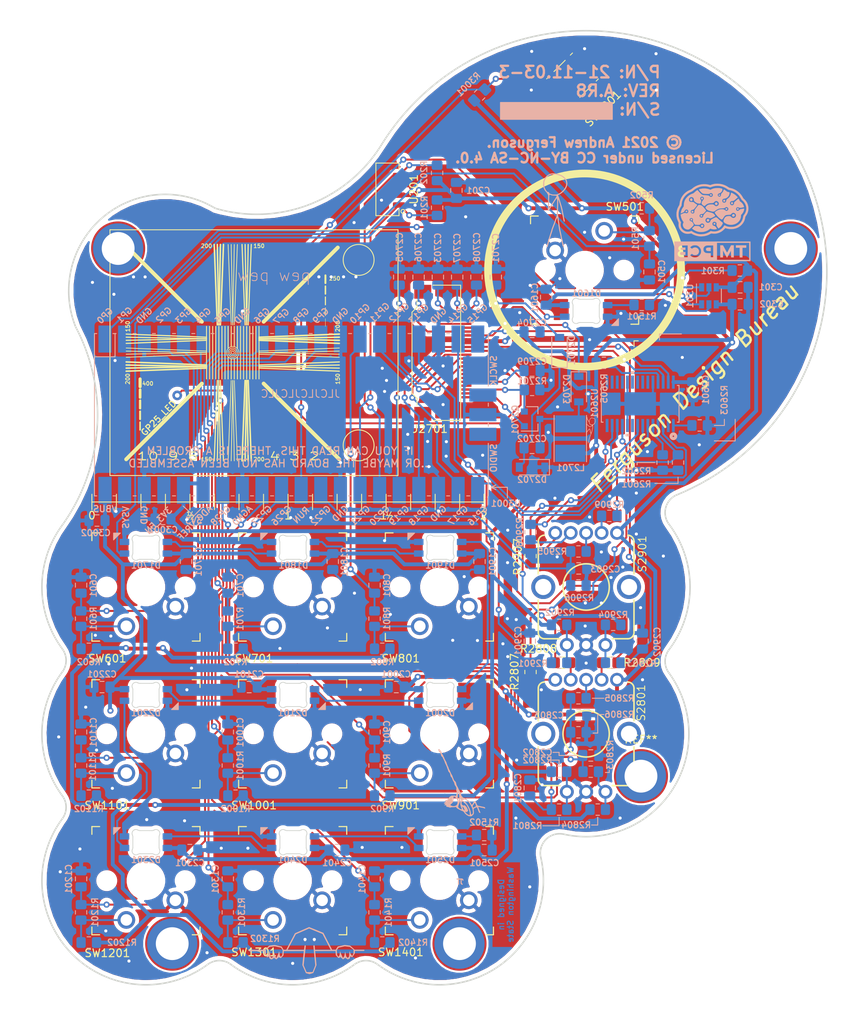
<source format=kicad_pcb>
(kicad_pcb (version 20171130) (host pcbnew "(5.1.12-1-10_14)")
  (title_block (rev -) (company "Ferguson Design Bureau"))
  (layers (0 F.Cu signal) (31 B.Cu signal) (34 B.Paste user) (35 F.Paste user hide) (36 B.SilkS user) (37 F.SilkS user) (38 B.Mask user) (39 F.Mask user hide) (44 Edge.Cuts user))
  (net 0 "")
  (net 1 GND)
  (net 2 +3V3)
  (net 3 +5V)
  (net 4 "/LED 10/Neo LED 02/D_IN")
  (net 5 "/LED 10/Neo LED 01/D_IN")
  (net 6 "/LED 10/Neo LED 03/D_IN")
  (net 7 "/LED 10/Neo LED 04/D_IN")
  (net 8 "/LED 10/Neo LED 05/D_IN")
  (net 9 "/LED 10/Neo LED 06/D_IN")
  (net 10 "/LED 10/Neo LED 07/D_IN")
  (net 11 "/LED 10/Neo LED 08/D_IN")
  (net 12 "/LED 10/Neo LED 09/D_IN")
  (net 13 "/LED 10/Neo LED 10/D_IN")
  (net 14 "/LED 10/Neo LED 10/D_OUT")
  (net 15 SPI_MOSI_3V)
  (net 16 SPI_SCLK_3V)
  (net 17 SPI_MISO_3V)
  (net 18 "/10 Group Switch/Switch_1/SW_RDIV")
  (net 19 "/10 Group Switch/Switch 2/SW_RDIV")
  (net 20 "/10 Group Switch/Switch 3/SW_RDIV")
  (net 21 "/10 Group Switch/Switch 4/SW_RDIV")
  (net 22 "/10 Group Switch/Switch 5/SW_RDIV")
  (net 23 "/10 Group Switch/Switch 6/SW_RDIV")
  (net 24 "/10 Group Switch/Switch 7/SW_RDIV")
  (net 25 "/10 Group Switch/Switch 8/SW_RDIV")
  (net 26 "/10 Group Switch/Switch 9/SW_RDIV")
  (net 27 "/10 Group Switch/Switch 10/SW_RDIV")
  (net 28 "/Level Converter/D_OUT_5V")
  (net 29 "/Rotary Encoder 1/RE_SW_A")
  (net 30 "/Rotary Encoder 1/RE_SW_B")
  (net 31 "/Rotary Encoder 2/RE_SW_A")
  (net 32 "/Rotary Encoder 2/RE_SW_B")
  (net 33 "/Rotary Encoder 1/RES_DR")
  (net 34 "/Rotary Encoder 1/RES_DG")
  (net 35 "/Rotary Encoder 1/RES_DB")
  (net 36 "/Rotary Encoder 2/RES_DR")
  (net 37 "/Rotary Encoder 2/RES_DG")
  (net 38 "/Rotary Encoder 2/RES_DB")
  (net 39 "/Rotary Encoder 1/RE_SW_RES")
  (net 40 "/Rotary Encoder 2/RE_SW_RES")
  (net 41 "/RGB Driver/DRIVER_LED_SW1_R_5V")
  (net 42 "/RGB Driver/DRIVER_LED_SW1_G_5V")
  (net 43 "/RGB Driver/DRIVER_LED_SW1_B_5V")
  (net 44 "/RGB Driver/DRIVER_LED_SW2_B_5V")
  (net 45 "/RGB Driver/DRIVER_LED_SW2_G_5V")
  (net 46 "/RGB Driver/DRIVER_LED_SW2_R_5V")
  (net 47 "/eInk Display/DS_VGL")
  (net 48 "/eInk Display/DS_VGH")
  (net 49 "/eInk Display/DS_VDHR")
  (net 50 "/eInk Display/DS_VDDD")
  (net 51 "/eInk Display/DS_VSH")
  (net 52 "/eInk Display/DS_VSL")
  (net 53 "/eInk Display/DS_VCOM")
  (net 54 "/eInk Display/DS_GDR")
  (net 55 "/eInk Display/DS_MOSFET_S")
  (net 56 "/eInk Display/DS_MOSFET_D")
  (net 57 /REnc_1_A)
  (net 58 /REnc_1_B)
  (net 59 /REnc_1_SW)
  (net 60 /SW1)
  (net 61 /SW2)
  (net 62 /SW3)
  (net 63 /SW4)
  (net 64 /SW5)
  (net 65 /SW6)
  (net 66 /SW7)
  (net 67 /SW8)
  (net 68 /SW9)
  (net 69 /SW10)
  (net 70 /REnc_2_A)
  (net 71 /REnc_2_B)
  (net 72 /REnc_2_SW)
  (net 73 /DS_CS_3V3)
  (net 74 /DS_D_C_3V3)
  (net 75 /DS_BUSY_3V3)
  (net 76 /SCL)
  (net 77 /SDA)
  (net 78 /DRIVER_LED_CS)
  (net 79 /D_IN_3V3)
  (net 80 /Pico/NC_3V3_EN)
  (net 81 /Pico/NC_VSYS)
  (net 82 /Pico/RUN_SW)
  (net 83 "Net-(C2702-Pad2)")
  (net 84 "Net-(J2701-Pad1)")
  (net 85 "Net-(J2701-Pad4)")
  (net 86 "Net-(J2701-Pad6)")
  (net 87 "Net-(J2701-Pad7)")
  (net 88 "Net-(J2701-Pad19)")
  (net 89 "Net-(R301-Pad1)")
  (net 90 "Net-(R2602-Pad2)")
  (net 91 "Net-(R2603-Pad1)")
  (net 92 "Net-(R2605-Pad2)")
  (net 93 "Net-(U2601-Pad9)")
  (net 94 "Net-(U2601-Pad14)")
  (net 95 "Net-(U2601-Pad15)")
  (net 96 "Net-(U2601-Pad16)")
  (net 97 "Net-(U2601-Pad17)")
  (net 98 "Net-(U2601-Pad18)")
  (net 99 "Net-(U2601-Pad20)")
  (net 100 "Net-(U2601-Pad21)")
  (net 101 "Net-(U2601-Pad22)")
  (net 102 "Net-(U2601-Pad23)")
  (net 103 "Net-(U3001-Pad43)")
  (net 104 "Net-(U3001-Pad41)")
  (net 105 "/eInk Display/DS_RESET#_3V3")
  (module TMPPCB_R2:RPi_Pico_SMD_TH-JER_no_ext_usb_w_GP25 (layer B.Cu) (at 78.83 67.71 270)
    (fp_text reference U3001 (at 11.49 -27.77 180) (layer B.SilkS) (effects (font (size 0.8 0.8)) (justify mirror)))
    (fp_text value Pico-JER)
    (fp_text user GP25_LED (at 0.44 17.18 45) (layer F.SilkS) (effects (font (size 0.8 0.8))))
    (fp_text user SWDIO (at 5.6 -26.2 90) (layer B.SilkS) (effects (font (size 0.8 0.8)) (justify mirror)))
    (fp_text user SWCLK (at -5.7 -26.2 90) (layer B.SilkS) (effects (font (size 0.8 0.8)) (justify mirror)))
    (fp_text user AGND (at 13.054 6.35 225) (layer B.SilkS) (effects (font (size 0.8 0.8)) (justify mirror)))
    (fp_text user GND (at 12.99 19.05 270) (layer B.SilkS) (effects (font (size 0.8 0.8)) (justify mirror)))
    (fp_text user GND (at 12.8 -6.35 225) (layer B.SilkS) (effects (font (size 0.8 0.8)) (justify mirror)))
    (fp_text user GND (at 12.8 -19.05 225) (layer B.SilkS) (effects (font (size 0.8 0.8)) (justify mirror)))
    (fp_text user GND (at -12.8 -19.05 225) (layer B.SilkS) (effects (font (size 0.8 0.8)) (justify mirror)))
    (fp_text user GND (at -12.8 -6.35 225) (layer B.SilkS) (effects (font (size 0.8 0.8)) (justify mirror)))
    (fp_text user GND (at -12.8 6.35 225) (layer B.SilkS) (effects (font (size 0.8 0.8)) (justify mirror)))
    (fp_text user GND (at -12.8 19.05 225) (layer B.SilkS) (effects (font (size 0.8 0.8)) (justify mirror)))
    (fp_text user VBUS (at 12.19 24.13) (layer B.SilkS) (effects (font (size 0.8 0.8)) (justify mirror)))
    (fp_text user VSYS (at 13.29 21.43 270) (layer B.SilkS) (effects (font (size 0.8 0.8)) (justify mirror)))
    (fp_text user 3V3_EN (at 13.7 17.2 225) (layer B.SilkS) (effects (font (size 0.8 0.8)) (justify mirror)))
    (fp_text user 3V3 (at 13.69 12.63) (layer B.SilkS) (effects (font (size 0.8 0.8)) (justify mirror)))
    (fp_text user ADC_VREF (at 14 12.5 225) (layer B.SilkS) (effects (font (size 0.8 0.8)) (justify mirror)))
    (fp_text user GP28 (at 13.054 9.144 225) (layer B.SilkS) (effects (font (size 0.8 0.8)) (justify mirror)))
    (fp_text user GP27 (at 13.054 3.8 225) (layer B.SilkS) (effects (font (size 0.8 0.8)) (justify mirror)))
    (fp_text user GP26 (at 13.054 1.27 225) (layer B.SilkS) (effects (font (size 0.8 0.8)) (justify mirror)))
    (fp_text user RUN (at 13 -1.27 225) (layer B.SilkS) (effects (font (size 0.8 0.8)) (justify mirror)))
    (fp_text user GP22 (at 13.054 -3.81 225) (layer B.SilkS) (effects (font (size 0.8 0.8)) (justify mirror)))
    (fp_text user GP21 (at 13.054 -8.9 225) (layer B.SilkS) (effects (font (size 0.8 0.8)) (justify mirror)))
    (fp_text user GP20 (at 13.054 -11.43 225) (layer B.SilkS) (effects (font (size 0.8 0.8)) (justify mirror)))
    (fp_text user GP19 (at 13.054 -13.97 225) (layer B.SilkS) (effects (font (size 0.8 0.8)) (justify mirror)))
    (fp_text user GP18 (at 13.054 -16.51 225) (layer B.SilkS) (effects (font (size 0.8 0.8)) (justify mirror)))
    (fp_text user GP17 (at 13.054 -21.59 225) (layer B.SilkS) (effects (font (size 0.8 0.8)) (justify mirror)))
    (fp_text user GP16 (at 13.054 -24.13 225) (layer B.SilkS) (effects (font (size 0.8 0.8)) (justify mirror)))
    (fp_text user GP15 (at -13.054 -24.13 225) (layer B.SilkS) (effects (font (size 0.8 0.8)) (justify mirror)))
    (fp_text user GP14 (at -13.1 -21.59 225) (layer B.SilkS) (effects (font (size 0.8 0.8)) (justify mirror)))
    (fp_text user GP13 (at -13.054 -16.51 225) (layer B.SilkS) (effects (font (size 0.8 0.8)) (justify mirror)))
    (fp_text user GP12 (at -13.2 -13.97 225) (layer B.SilkS) (effects (font (size 0.8 0.8)) (justify mirror)))
    (fp_text user GP11 (at -13.2 -11.43 225) (layer B.SilkS) (effects (font (size 0.8 0.8)) (justify mirror)))
    (fp_text user GP10 (at -13.054 -8.89 225) (layer B.SilkS) (effects (font (size 0.8 0.8)) (justify mirror)))
    (fp_text user GP9 (at -12.8 -3.81 225) (layer B.SilkS) (effects (font (size 0.8 0.8)) (justify mirror)))
    (fp_text user GP8 (at -12.8 -1.27 225) (layer B.SilkS) (effects (font (size 0.8 0.8)) (justify mirror)))
    (fp_text user GP7 (at -12.7 1.3 225) (layer B.SilkS) (effects (font (size 0.8 0.8)) (justify mirror)))
    (fp_text user GP6 (at -12.8 3.81 225) (layer B.SilkS) (effects (font (size 0.8 0.8)) (justify mirror)))
    (fp_text user GP5 (at -12.8 8.89 225) (layer B.SilkS) (effects (font (size 0.8 0.8)) (justify mirror)))
    (fp_text user GP4 (at -12.8 11.43 225) (layer B.SilkS) (effects (font (size 0.8 0.8)) (justify mirror)))
    (fp_text user GP3 (at -12.8 13.97 225) (layer B.SilkS) (effects (font (size 0.8 0.8)) (justify mirror)))
    (fp_text user GP0 (at -12.8 24.13 225) (layer B.SilkS) (effects (font (size 0.8 0.8)) (justify mirror)))
    (fp_text user GP2 (at -12.9 16.51 225) (layer B.SilkS) (effects (font (size 0.8 0.8)) (justify mirror)))
    (fp_text user GP1 (at -12.9 21.6 225) (layer B.SilkS) (effects (font (size 0.8 0.8)) (justify mirror)))
    (pad 48 thru_hole circle (at -2.5 14.78 270) (size 1.25 1.25) (drill 0.6) (layers *.Cu *.Mask) (net 105 "/eInk Display/DS_RESET#_3V3"))
    (pad 43 smd rect (at 2.54 -23.9 180) (size 3.5 1.7) (drill (offset -0.9 0)) (layers B.Cu B.Mask) (net 103 "Net-(U3001-Pad43)"))
    (pad 42 smd rect (at 0 -23.9 180) (size 3.5 1.7) (drill (offset -0.9 0)) (layers B.Cu B.Mask) (net 1 GND))
    (pad 41 smd rect (at -2.54 -23.9 180) (size 3.5 1.7) (drill (offset -0.9 0)) (layers B.Cu B.Mask) (net 104 "Net-(U3001-Pad41)"))
    (pad 21 smd rect (at 8.89 -24.13 270) (size 3.5 1.7) (drill (offset 0.9 0)) (layers B.Cu B.Mask) (net 17 SPI_MISO_3V))
    (pad 22 smd rect (at 8.89 -21.59 270) (size 3.5 1.7) (drill (offset 0.9 0)) (layers B.Cu B.Mask) (net 73 /DS_CS_3V3))
    (pad 23 smd rect (at 8.89 -19.05 270) (size 3.5 1.7) (drill (offset 0.9 0)) (layers B.Cu B.Mask) (net 1 GND))
    (pad 24 smd rect (at 8.89 -16.51 270) (size 3.5 1.7) (drill (offset 0.9 0)) (layers B.Cu B.Mask) (net 16 SPI_SCLK_3V))
    (pad 25 smd rect (at 8.89 -13.97 270) (size 3.5 1.7) (drill (offset 0.9 0)) (layers B.Cu B.Mask) (net 15 SPI_MOSI_3V))
    (pad 26 smd rect (at 8.89 -11.43 270) (size 3.5 1.7) (drill (offset 0.9 0)) (layers B.Cu B.Mask) (net 77 /SDA))
    (pad 27 smd rect (at 8.89 -8.89 270) (size 3.5 1.7) (drill (offset 0.9 0)) (layers B.Cu B.Mask) (net 76 /SCL))
    (pad 28 smd rect (at 8.89 -6.35 270) (size 3.5 1.7) (drill (offset 0.9 0)) (layers B.Cu B.Mask) (net 1 GND))
    (pad 29 smd rect (at 8.89 -3.81 270) (size 3.5 1.7) (drill (offset 0.9 0)) (layers B.Cu B.Mask) (net 59 /REnc_1_SW))
    (pad 30 smd rect (at 8.89 -1.27 270) (size 3.5 1.7) (drill (offset 0.9 0)) (layers B.Cu B.Mask) (net 82 /Pico/RUN_SW))
    (pad 31 smd rect (at 8.89 1.27 270) (size 3.5 1.7) (drill (offset 0.9 0)) (layers B.Cu B.Mask) (net 72 /REnc_2_SW))
    (pad 32 smd rect (at 8.89 3.81 270) (size 3.5 1.7) (drill (offset 0.9 0)) (layers B.Cu B.Mask) (net 71 /REnc_2_B))
    (pad 33 smd rect (at 8.89 6.35 270) (size 3.5 1.7) (drill (offset 0.9 0)) (layers B.Cu B.Mask) (net 1 GND))
    (pad 34 smd rect (at 8.89 8.89 270) (size 3.5 1.7) (drill (offset 0.9 0)) (layers B.Cu B.Mask) (net 70 /REnc_2_A))
    (pad 35 smd rect (at 8.89 11.43 270) (size 3.5 1.7) (drill (offset 0.9 0)) (layers B.Cu B.Mask) (net 2 +3V3))
    (pad 36 smd rect (at 8.89 13.97 270) (size 3.5 1.7) (drill (offset 0.9 0)) (layers B.Cu B.Mask) (net 2 +3V3))
    (pad 37 smd rect (at 8.89 16.51 270) (size 3.5 1.7) (drill (offset 0.9 0)) (layers B.Cu B.Mask) (net 80 /Pico/NC_3V3_EN))
    (pad 38 smd rect (at 8.89 19.05 270) (size 3.5 1.7) (drill (offset 0.9 0)) (layers B.Cu B.Mask) (net 1 GND))
    (pad 39 smd rect (at 8.89 21.59 270) (size 3.5 1.7) (drill (offset 0.9 0)) (layers B.Cu B.Mask) (net 81 /Pico/NC_VSYS))
    (pad 40 smd rect (at 8.89 24.13 270) (size 3.5 1.7) (drill (offset 0.9 0)) (layers B.Cu B.Mask) (net 3 +5V))
    (pad 20 smd rect (at -8.89 -24.13 270) (size 3.5 1.7) (drill (offset -0.9 0)) (layers B.Cu B.Mask) (net 58 /REnc_1_B))
    (pad 19 smd rect (at -8.89 -21.59 270) (size 3.5 1.7) (drill (offset -0.9 0)) (layers B.Cu B.Mask) (net 57 /REnc_1_A))
    (pad 18 smd rect (at -8.89 -19.05 270) (size 3.5 1.7) (drill (offset -0.9 0)) (layers B.Cu B.Mask) (net 1 GND))
    (pad 17 smd rect (at -8.89 -16.51 270) (size 3.5 1.7) (drill (offset -0.9 0)) (layers B.Cu B.Mask) (net 78 /DRIVER_LED_CS))
    (pad 16 smd rect (at -8.89 -13.97 270) (size 3.5 1.7) (drill (offset -0.9 0)) (layers B.Cu B.Mask) (net 75 /DS_BUSY_3V3))
    (pad 15 smd rect (at -8.89 -11.43 270) (size 3.5 1.7) (drill (offset -0.9 0)) (layers B.Cu B.Mask) (net 74 /DS_D_C_3V3))
    (pad 14 smd rect (at -8.89 -8.89 270) (size 3.5 1.7) (drill (offset -0.9 0)) (layers B.Cu B.Mask) (net 63 /SW4))
    (pad 13 smd rect (at -8.89 -6.35 270) (size 3.5 1.7) (drill (offset -0.9 0)) (layers B.Cu B.Mask) (net 1 GND))
    (pad 12 smd rect (at -8.89 -3.81 270) (size 3.5 1.7) (drill (offset -0.9 0)) (layers B.Cu B.Mask) (net 64 /SW5))
    (pad 11 smd rect (at -8.89 -1.27 270) (size 3.5 1.7) (drill (offset -0.9 0)) (layers B.Cu B.Mask) (net 69 /SW10))
    (pad 10 smd rect (at -8.89 1.27 270) (size 3.5 1.7) (drill (offset -0.9 0)) (layers B.Cu B.Mask) (net 62 /SW3))
    (pad 9 smd rect (at -8.89 3.81 270) (size 3.5 1.7) (drill (offset -0.9 0)) (layers B.Cu B.Mask) (net 65 /SW6))
    (pad 8 smd rect (at -8.89 6.35 270) (size 3.5 1.7) (drill (offset -0.9 0)) (layers B.Cu B.Mask) (net 1 GND))
    (pad 7 smd rect (at -8.89 8.89 270) (size 3.5 1.7) (drill (offset -0.9 0)) (layers B.Cu B.Mask) (net 68 /SW9))
    (pad 6 smd rect (at -8.89 11.43 270) (size 3.5 1.7) (drill (offset -0.9 0)) (layers B.Cu B.Mask) (net 67 /SW8))
    (pad 5 smd rect (at -8.89 13.97 270) (size 3.5 1.7) (drill (offset -0.9 0)) (layers B.Cu B.Mask) (net 66 /SW7))
    (pad 4 smd rect (at -8.89 16.51 270) (size 3.5 1.7) (drill (offset -0.9 0)) (layers B.Cu B.Mask) (net 61 /SW2))
    (pad 3 smd rect (at -8.89 19.05 270) (size 3.5 1.7) (drill (offset -0.9 0)) (layers B.Cu B.Mask) (net 1 GND))
    (pad 2 smd rect (at -8.89 21.59 270) (size 3.5 1.7) (drill (offset -0.9 0)) (layers B.Cu B.Mask) (net 60 /SW1))
    (pad 1 smd rect (at -8.89 24.13 270) (size 3.5 1.7) (drill (offset -0.9 0)) (layers B.Cu B.Mask) (net 79 /D_IN_3V3))
  )
  (module Resistor_SMD:R_0805_2012Metric_Pad1.20x1.40mm_HandSolder (layer B.Cu) (at 136.9 49.05)
    (fp_text reference R301 (at -3.5 0.05) (layer B.SilkS) (effects (font (size 0.8 0.8)) (justify mirror)))
    (fp_text value "4.7k 5%")
    (pad 2 smd roundrect (at 1 0) (size 1.2 1.4) (layers B.Cu B.Paste B.Mask) (roundrect_rratio 0.208333) (net 3 +5V))
    (pad 1 smd roundrect (at -1 0) (size 1.2 1.4) (layers B.Cu B.Paste B.Mask) (roundrect_rratio 0.208333) (net 89 "Net-(R301-Pad1)"))
  )
  (module "Macro Keyboard:Amphenol_F31L-1A7H1-11024" (layer F.Cu) (at 101.5 59.7 270)
    (fp_text reference J2701 (at 9.85 4.7 180) (layer F.SilkS))
    (fp_text value "FPC 1x24")
    (pad 0 smd rect (at 7.9 5.65 270) (size 1.8 2.2) (layers F.Cu F.Paste F.Mask))
    (pad 0 smd rect (at -7.9 5.65 270) (size 1.8 2.2) (layers F.Cu F.Paste F.Mask))
    (pad 1 smd rect (at 5.75 0 270) (size 0.3 1.3) (layers F.Cu F.Paste F.Mask) (net 84 "Net-(J2701-Pad1)"))
    (pad 2 smd rect (at 5.25 0 270) (size 0.3 1.3) (layers F.Cu F.Paste F.Mask) (net 54 "/eInk Display/DS_GDR"))
    (pad 3 smd rect (at 4.75 0 270) (size 0.3 1.3) (layers F.Cu F.Paste F.Mask) (net 56 "/eInk Display/DS_MOSFET_D"))
    (pad 4 smd rect (at 4.25 0 270) (size 0.3 1.3) (layers F.Cu F.Paste F.Mask) (net 85 "Net-(J2701-Pad4)"))
    (pad 5 smd rect (at 3.75 0 270) (size 0.3 1.3) (layers F.Cu F.Paste F.Mask) (net 49 "/eInk Display/DS_VDHR"))
    (pad 6 smd rect (at 3.25 0 270) (size 0.3 1.3) (layers F.Cu F.Paste F.Mask) (net 86 "Net-(J2701-Pad6)"))
    (pad 7 smd rect (at 2.75 0 270) (size 0.3 1.3) (layers F.Cu F.Paste F.Mask) (net 87 "Net-(J2701-Pad7)"))
    (pad 8 smd rect (at 2.25 0 270) (size 0.3 1.3) (layers F.Cu F.Paste F.Mask) (net 1 GND))
    (pad 9 smd rect (at 1.75 0 270) (size 0.3 1.3) (layers F.Cu F.Paste F.Mask) (net 75 /DS_BUSY_3V3))
    (pad 10 smd rect (at 1.25 0 270) (size 0.3 1.3) (layers F.Cu F.Paste F.Mask) (net 105 "/eInk Display/DS_RESET#_3V3"))
    (pad 11 smd rect (at 0.75 0 270) (size 0.3 1.3) (layers F.Cu F.Paste F.Mask) (net 74 /DS_D_C_3V3))
    (pad 12 smd rect (at 0.25 0 270) (size 0.3 1.3) (layers F.Cu F.Paste F.Mask) (net 73 /DS_CS_3V3))
    (pad 13 smd rect (at -0.25 0 270) (size 0.3 1.3) (layers F.Cu F.Paste F.Mask) (net 16 SPI_SCLK_3V))
    (pad 14 smd rect (at -0.75 0 270) (size 0.3 1.3) (layers F.Cu F.Paste F.Mask) (net 15 SPI_MOSI_3V))
    (pad 15 smd rect (at -1.25 0 270) (size 0.3 1.3) (layers F.Cu F.Paste F.Mask) (net 2 +3V3))
    (pad 16 smd rect (at -1.75 0 270) (size 0.3 1.3) (layers F.Cu F.Paste F.Mask) (net 2 +3V3))
    (pad 17 smd rect (at -2.25 0 270) (size 0.3 1.3) (layers F.Cu F.Paste F.Mask) (net 1 GND))
    (pad 18 smd rect (at -2.75 0 270) (size 0.3 1.3) (layers F.Cu F.Paste F.Mask) (net 50 "/eInk Display/DS_VDDD"))
    (pad 19 smd rect (at -3.25 0 270) (size 0.3 1.3) (layers F.Cu F.Paste F.Mask) (net 88 "Net-(J2701-Pad19)"))
    (pad 20 smd rect (at -3.75 0 270) (size 0.3 1.3) (layers F.Cu F.Paste F.Mask) (net 51 "/eInk Display/DS_VSH"))
    (pad 21 smd rect (at -4.25 0 270) (size 0.3 1.3) (layers F.Cu F.Paste F.Mask) (net 48 "/eInk Display/DS_VGH"))
    (pad 22 smd rect (at -4.75 0 270) (size 0.3 1.3) (layers F.Cu F.Paste F.Mask) (net 52 "/eInk Display/DS_VSL"))
    (pad 23 smd rect (at -5.25 0 270) (size 0.3 1.3) (layers F.Cu F.Paste F.Mask) (net 47 "/eInk Display/DS_VGL"))
    (pad 24 smd rect (at -5.75 0 270) (size 0.3 1.3) (layers F.Cu F.Paste F.Mask) (net 53 "/eInk Display/DS_VCOM"))
  )
  (module "Macro Keyboard:ENCODER_LED_3" (layer F.Cu) (at 117 90)
    (fp_text reference S2901 (at 7.275 -4.275 90) (layer F.SilkS) (effects (font (thickness 0.127))))
    (fp_text value ENCODER-RGB-SWITCH)
    (pad 1 thru_hole circle (at -3.99796 -6.9977) (size 1.778 1.778) (drill 1.09982) (layers *.Cu *.Mask) (net 33 "/Rotary Encoder 1/RES_DR"))
    (pad 2 thru_hole circle (at -1.99898 -6.9977) (size 1.778 1.778) (drill 1.09982) (layers *.Cu *.Mask) (net 34 "/Rotary Encoder 1/RES_DG"))
    (pad 3 thru_hole circle (at 0 -6.9977) (size 1.778 1.778) (drill 1.09982) (layers *.Cu *.Mask) (net 39 "/Rotary Encoder 1/RE_SW_RES"))
    (pad 4 thru_hole circle (at 1.99898 -6.9977) (size 1.778 1.778) (drill 1.09982) (layers *.Cu *.Mask) (net 35 "/Rotary Encoder 1/RES_DB"))
    (pad 5 thru_hole circle (at 3.99796 -6.9977) (size 1.778 1.778) (drill 1.09982) (layers *.Cu *.Mask) (net 3 +5V))
    (pad A thru_hole circle (at -2.49936 7.49808) (size 1.79832 1.79832) (drill 1.09982) (layers *.Cu *.Mask) (net 29 "/Rotary Encoder 1/RE_SW_A"))
    (pad B thru_hole circle (at 2.49936 7.49808) (size 1.79832 1.79832) (drill 1.09982) (layers *.Cu *.Mask) (net 30 "/Rotary Encoder 1/RE_SW_B"))
    (pad C thru_hole circle (at 0 7.49808) (size 1.79832 1.79832) (drill 1.09982) (layers *.Cu *.Mask) (net 1 GND))
    (pad M1 thru_hole circle (at -5.5499 0) (size 3.11404 3.11404) (drill 2.09804) (layers *.Cu *.Mask))
    (pad M2 thru_hole circle (at 5.5499 0) (size 3.11404 3.11404) (drill 2.09804) (layers *.Cu *.Mask))
  )
  (module "Macro Keyboard:ENCODER_LED_3" (layer F.Cu) (at 117 109)
    (fp_text reference S2801 (at 7.125 -4 90) (layer F.SilkS) (effects (font (thickness 0.127))))
    (fp_text value ENCODER-RGB-SWITCH)
    (pad 1 thru_hole circle (at -3.99796 -6.9977) (size 1.778 1.778) (drill 1.09982) (layers *.Cu *.Mask) (net 36 "/Rotary Encoder 2/RES_DR"))
    (pad 2 thru_hole circle (at -1.99898 -6.9977) (size 1.778 1.778) (drill 1.09982) (layers *.Cu *.Mask) (net 37 "/Rotary Encoder 2/RES_DG"))
    (pad 3 thru_hole circle (at 0 -6.9977) (size 1.778 1.778) (drill 1.09982) (layers *.Cu *.Mask) (net 40 "/Rotary Encoder 2/RE_SW_RES"))
    (pad 4 thru_hole circle (at 1.99898 -6.9977) (size 1.778 1.778) (drill 1.09982) (layers *.Cu *.Mask) (net 38 "/Rotary Encoder 2/RES_DB"))
    (pad 5 thru_hole circle (at 3.99796 -6.9977) (size 1.778 1.778) (drill 1.09982) (layers *.Cu *.Mask) (net 3 +5V))
    (pad A thru_hole circle (at -2.49936 7.49808) (size 1.79832 1.79832) (drill 1.09982) (layers *.Cu *.Mask) (net 31 "/Rotary Encoder 2/RE_SW_A"))
    (pad B thru_hole circle (at 2.49936 7.49808) (size 1.79832 1.79832) (drill 1.09982) (layers *.Cu *.Mask) (net 32 "/Rotary Encoder 2/RE_SW_B"))
    (pad C thru_hole circle (at 0 7.49808) (size 1.79832 1.79832) (drill 1.09982) (layers *.Cu *.Mask) (net 1 GND))
    (pad M1 thru_hole circle (at -5.5499 0) (size 3.11404 3.11404) (drill 2.09804) (layers *.Cu *.Mask))
    (pad M2 thru_hole circle (at 5.5499 0) (size 3.11404 3.11404) (drill 2.09804) (layers *.Cu *.Mask))
  )
  (module TMPPCB_R2:SW_MX (layer F.Cu) (at 60 90 180)
    (fp_text reference SW601 (at 5 -9.255) (layer F.SilkS))
    (fp_text value KH-PS1611-54)
    (pad "" np_thru_hole circle (at -5.08 0 180) (size 1.7018 1.7018) (drill 1.7018) (layers *.Cu *.Mask))
    (pad "" np_thru_hole circle (at 5.08 0 180) (size 1.7018 1.7018) (drill 1.7018) (layers *.Cu *.Mask))
    (pad 2 thru_hole circle (at -3.81 -2.54 180) (size 2.286 2.286) (drill 1.4986) (layers *.Cu *.Mask) (net 1 GND))
    (pad "" np_thru_hole circle (at 0 0 180) (size 3.9878 3.9878) (drill 3.9878) (layers *.Cu *.Mask))
    (pad 1 thru_hole circle (at 2.54 -5.08 180) (size 2.286 2.286) (drill 1.4986) (layers *.Cu *.Mask) (net 19 "/10 Group Switch/Switch 2/SW_RDIV"))
  )
  (module TMPPCB_R2:SW_MX (layer F.Cu) (at 116.8 49)
    (fp_text reference SW501 (at 5.21 -8.21 -180) (layer F.SilkS))
    (fp_text value KH-PS1611-54)
    (pad "" np_thru_hole circle (at -5.08 0) (size 1.7018 1.7018) (drill 1.7018) (layers *.Cu *.Mask))
    (pad "" np_thru_hole circle (at 5.08 0) (size 1.7018 1.7018) (drill 1.7018) (layers *.Cu *.Mask))
    (pad 2 thru_hole circle (at -3.81 -2.54) (size 2.286 2.286) (drill 1.4986) (layers *.Cu *.Mask) (net 1 GND))
    (pad "" np_thru_hole circle (at 0 0) (size 3.9878 3.9878) (drill 3.9878) (layers *.Cu *.Mask))
    (pad 1 thru_hole circle (at 2.54 -5.08) (size 2.286 2.286) (drill 1.4986) (layers *.Cu *.Mask) (net 18 "/10 Group Switch/Switch_1/SW_RDIV"))
  )
  (module TMPPCB_R2:SW_MX (layer F.Cu) (at 98 128 180)
    (fp_text reference SW1401 (at 5 -9.255) (layer F.SilkS))
    (fp_text value KH-PS1611-54)
    (pad "" np_thru_hole circle (at -5.08 0 180) (size 1.7018 1.7018) (drill 1.7018) (layers *.Cu *.Mask))
    (pad "" np_thru_hole circle (at 5.08 0 180) (size 1.7018 1.7018) (drill 1.7018) (layers *.Cu *.Mask))
    (pad 2 thru_hole circle (at -3.81 -2.54 180) (size 2.286 2.286) (drill 1.4986) (layers *.Cu *.Mask) (net 1 GND))
    (pad "" np_thru_hole circle (at 0 0 180) (size 3.9878 3.9878) (drill 3.9878) (layers *.Cu *.Mask))
    (pad 1 thru_hole circle (at 2.54 -5.08 180) (size 2.286 2.286) (drill 1.4986) (layers *.Cu *.Mask) (net 27 "/10 Group Switch/Switch 10/SW_RDIV"))
  )
  (module TMPPCB_R2:SW_MX (layer F.Cu) (at 79 128 180)
    (fp_text reference SW1301 (at 5 -9.255) (layer F.SilkS))
    (fp_text value KH-PS1611-54)
    (pad "" np_thru_hole circle (at -5.08 0 180) (size 1.7018 1.7018) (drill 1.7018) (layers *.Cu *.Mask))
    (pad "" np_thru_hole circle (at 5.08 0 180) (size 1.7018 1.7018) (drill 1.7018) (layers *.Cu *.Mask))
    (pad 2 thru_hole circle (at -3.81 -2.54 180) (size 2.286 2.286) (drill 1.4986) (layers *.Cu *.Mask) (net 1 GND))
    (pad "" np_thru_hole circle (at 0 0 180) (size 3.9878 3.9878) (drill 3.9878) (layers *.Cu *.Mask))
    (pad 1 thru_hole circle (at 2.54 -5.08 180) (size 2.286 2.286) (drill 1.4986) (layers *.Cu *.Mask) (net 26 "/10 Group Switch/Switch 9/SW_RDIV"))
  )
  (module TMPPCB_R2:SW_MX (layer F.Cu) (at 60 128 180)
    (fp_text reference SW1201 (at 5 -9.375) (layer F.SilkS))
    (fp_text value KH-PS1611-54)
    (pad "" np_thru_hole circle (at -5.08 0 180) (size 1.7018 1.7018) (drill 1.7018) (layers *.Cu *.Mask))
    (pad "" np_thru_hole circle (at 5.08 0 180) (size 1.7018 1.7018) (drill 1.7018) (layers *.Cu *.Mask))
    (pad 2 thru_hole circle (at -3.81 -2.54 180) (size 2.286 2.286) (drill 1.4986) (layers *.Cu *.Mask) (net 1 GND))
    (pad "" np_thru_hole circle (at 0 0 180) (size 3.9878 3.9878) (drill 3.9878) (layers *.Cu *.Mask))
    (pad 1 thru_hole circle (at 2.54 -5.08 180) (size 2.286 2.286) (drill 1.4986) (layers *.Cu *.Mask) (net 25 "/10 Group Switch/Switch 8/SW_RDIV"))
  )
  (module TMPPCB_R2:SW_MX (layer F.Cu) (at 60 109 180)
    (fp_text reference SW1101 (at 5 -9.255) (layer F.SilkS))
    (fp_text value KH-PS1611-54)
    (pad "" np_thru_hole circle (at -5.08 0 180) (size 1.7018 1.7018) (drill 1.7018) (layers *.Cu *.Mask))
    (pad "" np_thru_hole circle (at 5.08 0 180) (size 1.7018 1.7018) (drill 1.7018) (layers *.Cu *.Mask))
    (pad 2 thru_hole circle (at -3.81 -2.54 180) (size 2.286 2.286) (drill 1.4986) (layers *.Cu *.Mask) (net 1 GND))
    (pad "" np_thru_hole circle (at 0 0 180) (size 3.9878 3.9878) (drill 3.9878) (layers *.Cu *.Mask))
    (pad 1 thru_hole circle (at 2.54 -5.08 180) (size 2.286 2.286) (drill 1.4986) (layers *.Cu *.Mask) (net 24 "/10 Group Switch/Switch 7/SW_RDIV"))
  )
  (module TMPPCB_R2:SW_MX (layer F.Cu) (at 79 109 180)
    (fp_text reference SW1001 (at 5 -9.255) (layer F.SilkS))
    (fp_text value KH-PS1611-54)
    (pad "" np_thru_hole circle (at -5.08 0 180) (size 1.7018 1.7018) (drill 1.7018) (layers *.Cu *.Mask))
    (pad "" np_thru_hole circle (at 5.08 0 180) (size 1.7018 1.7018) (drill 1.7018) (layers *.Cu *.Mask))
    (pad 2 thru_hole circle (at -3.81 -2.54 180) (size 2.286 2.286) (drill 1.4986) (layers *.Cu *.Mask) (net 1 GND))
    (pad "" np_thru_hole circle (at 0 0 180) (size 3.9878 3.9878) (drill 3.9878) (layers *.Cu *.Mask))
    (pad 1 thru_hole circle (at 2.54 -5.08 180) (size 2.286 2.286) (drill 1.4986) (layers *.Cu *.Mask) (net 23 "/10 Group Switch/Switch 6/SW_RDIV"))
  )
  (module TMPPCB_R2:SW_MX (layer F.Cu) (at 98 109 180)
    (fp_text reference SW901 (at 5 -9.255) (layer F.SilkS))
    (fp_text value KH-PS1611-54)
    (pad "" np_thru_hole circle (at -5.08 0 180) (size 1.7018 1.7018) (drill 1.7018) (layers *.Cu *.Mask))
    (pad "" np_thru_hole circle (at 5.08 0 180) (size 1.7018 1.7018) (drill 1.7018) (layers *.Cu *.Mask))
    (pad 2 thru_hole circle (at -3.81 -2.54 180) (size 2.286 2.286) (drill 1.4986) (layers *.Cu *.Mask) (net 1 GND))
    (pad "" np_thru_hole circle (at 0 0 180) (size 3.9878 3.9878) (drill 3.9878) (layers *.Cu *.Mask))
    (pad 1 thru_hole circle (at 2.54 -5.08 180) (size 2.286 2.286) (drill 1.4986) (layers *.Cu *.Mask) (net 22 "/10 Group Switch/Switch 5/SW_RDIV"))
  )
  (module TMPPCB_R2:SW_MX (layer F.Cu) (at 98 90 180)
    (fp_text reference SW801 (at 5 -9.255) (layer F.SilkS))
    (fp_text value KH-PS1611-54)
    (pad "" np_thru_hole circle (at -5.08 0 180) (size 1.7018 1.7018) (drill 1.7018) (layers *.Cu *.Mask))
    (pad "" np_thru_hole circle (at 5.08 0 180) (size 1.7018 1.7018) (drill 1.7018) (layers *.Cu *.Mask))
    (pad 2 thru_hole circle (at -3.81 -2.54 180) (size 2.286 2.286) (drill 1.4986) (layers *.Cu *.Mask) (net 1 GND))
    (pad "" np_thru_hole circle (at 0 0 180) (size 3.9878 3.9878) (drill 3.9878) (layers *.Cu *.Mask))
    (pad 1 thru_hole circle (at 2.54 -5.08 180) (size 2.286 2.286) (drill 1.4986) (layers *.Cu *.Mask) (net 21 "/10 Group Switch/Switch 4/SW_RDIV"))
  )
  (module TMPPCB_R2:SW_MX (layer F.Cu) (at 79 90 180)
    (fp_text reference SW701 (at 5 -9.255) (layer F.SilkS))
    (fp_text value KH-PS1611-54)
    (pad "" np_thru_hole circle (at -5.08 0 180) (size 1.7018 1.7018) (drill 1.7018) (layers *.Cu *.Mask))
    (pad "" np_thru_hole circle (at 5.08 0 180) (size 1.7018 1.7018) (drill 1.7018) (layers *.Cu *.Mask))
    (pad 2 thru_hole circle (at -3.81 -2.54 180) (size 2.286 2.286) (drill 1.4986) (layers *.Cu *.Mask) (net 1 GND))
    (pad "" np_thru_hole circle (at 0 0 180) (size 3.9878 3.9878) (drill 3.9878) (layers *.Cu *.Mask))
    (pad 1 thru_hole circle (at 2.54 -5.08 180) (size 2.286 2.286) (drill 1.4986) (layers *.Cu *.Mask) (net 20 "/10 Group Switch/Switch 3/SW_RDIV"))
  )
  (module TMPPCB_R2:MountingHole_M3_StandoffSMD (layer F.Cu) (at 124.1 114.48)
    (fp_text reference REF** (at 0 -4.75) (layer F.SilkS))
    (fp_text value MountingHole_M3_StandoffSMD)
    (pad 1 connect circle (at 0 0) (size 7 7) (layers F.Cu F.Mask))
    (pad 1 thru_hole circle (at 0 0) (size 6.5 6.5) (drill 4.25) (layers *.Cu *.Mask))
  )
  (module "Macro Keyboard:MX_SK6812MINI-E_REV" (layer F.Cu) (at 98.1 109.05 180)
    (fp_text reference D2001 (at 0 2.75 180) (layer B.SilkS) (effects (font (size 0.8 0.8)) (justify mirror)))
    (fp_text value SK6812MINI-E)
    (fp_line (start 1.699999 4.377158) (end 1.699999 5.782842) (layer Edge.Cuts) (width 0.1))
    (fp_line (start 0.794452 6.579999) (end -0.794453 6.579999) (layer Edge.Cuts) (width 0.1))
    (fp_line (start -1.699999 5.782842) (end -1.699999 4.377158) (layer Edge.Cuts) (width 0.1))
    (fp_line (start -0.794452 3.58) (end 0.794452 3.58) (layer Edge.Cuts) (width 0.1))
    (fp_arc (start 0.794452 3.08) (end 0.794452 3.58) (angle -30.2992623) (layer Edge.Cuts) (width 0.1))
    (fp_arc (start -0.794452 3.08) (end -1.046711 3.511701) (angle -30.29933433) (layer Edge.Cuts) (width 0.1))
    (fp_arc (start -1.298969 3.943402) (end -1.046711 3.511701) (angle -146.0055121) (layer Edge.Cuts) (width 0.1))
    (fp_arc (start -2.199999 4.377158) (end -1.699999 4.377158) (angle -25.70617777) (layer Edge.Cuts) (width 0.1))
    (fp_arc (start -2.199999 5.782842) (end -1.749484 5.99972) (angle -25.70608136) (layer Edge.Cuts) (width 0.1))
    (fp_arc (start -1.298969 6.216597) (end -1.749484 5.99972) (angle -146.0053097) (layer Edge.Cuts) (width 0.1))
    (fp_arc (start -0.794453 7.079999) (end -0.794453 6.579999) (angle -30.29922831) (layer Edge.Cuts) (width 0.1))
    (fp_arc (start 0.794452 7.079999) (end 1.046711 6.648299) (angle -30.29928212) (layer Edge.Cuts) (width 0.1))
    (fp_arc (start 1.298969 6.216598) (end 1.046711 6.648299) (angle -146.0054017) (layer Edge.Cuts) (width 0.1))
    (fp_arc (start 2.199999 5.782842) (end 1.699999 5.782842) (angle -25.70611954) (layer Edge.Cuts) (width 0.1))
    (fp_arc (start 2.199999 4.377158) (end 1.749484 4.16028) (angle -25.70611205) (layer Edge.Cuts) (width 0.1))
    (fp_arc (start 1.298969 3.943403) (end 1.749484 4.16028) (angle -146.0053744) (layer Edge.Cuts) (width 0.1))
    (pad 3 smd roundrect (at -2.78 4.33 270) (size 0.82 1.24) (layers B.Cu B.Paste B.Mask) (roundrect_rratio 0.1) (net 1 GND))
    (pad 4 smd roundrect (at -2.78 5.83 270) (size 0.82 1.24) (layers B.Cu B.Paste B.Mask) (roundrect_rratio 0.1) (net 8 "/LED 10/Neo LED 05/D_IN"))
    (pad 2 smd roundrect (at 2.78 4.33 270) (size 0.82 1.24) (layers B.Cu B.Paste B.Mask) (roundrect_rratio 0.1) (net 9 "/LED 10/Neo LED 06/D_IN"))
    (pad 1 smd roundrect (at 2.78 5.83 270) (size 0.82 1.24) (layers B.Cu B.Paste B.Mask) (roundrect_rratio 0.1) (net 3 +5V))
  )
  (module "Macro Keyboard:MX_SK6812MINI-E_REV" (layer F.Cu) (at 79.05 109.05 180)
    (fp_text reference D2101 (at 0.05 2.75 180) (layer B.SilkS) (effects (font (size 0.8 0.8)) (justify mirror)))
    (fp_text value SK6812MINI-E)
    (fp_line (start 1.699999 4.377158) (end 1.699999 5.782842) (layer Edge.Cuts) (width 0.1))
    (fp_line (start 0.794452 6.579999) (end -0.794453 6.579999) (layer Edge.Cuts) (width 0.1))
    (fp_line (start -1.699999 5.782842) (end -1.699999 4.377158) (layer Edge.Cuts) (width 0.1))
    (fp_line (start -0.794452 3.58) (end 0.794452 3.58) (layer Edge.Cuts) (width 0.1))
    (fp_arc (start 0.794452 3.08) (end 0.794452 3.58) (angle -30.2992623) (layer Edge.Cuts) (width 0.1))
    (fp_arc (start -0.794452 3.08) (end -1.046711 3.511701) (angle -30.29933433) (layer Edge.Cuts) (width 0.1))
    (fp_arc (start -1.298969 3.943402) (end -1.046711 3.511701) (angle -146.0055121) (layer Edge.Cuts) (width 0.1))
    (fp_arc (start -2.199999 4.377158) (end -1.699999 4.377158) (angle -25.70617777) (layer Edge.Cuts) (width 0.1))
    (fp_arc (start -2.199999 5.782842) (end -1.749484 5.99972) (angle -25.70608136) (layer Edge.Cuts) (width 0.1))
    (fp_arc (start -1.298969 6.216597) (end -1.749484 5.99972) (angle -146.0053097) (layer Edge.Cuts) (width 0.1))
    (fp_arc (start -0.794453 7.079999) (end -0.794453 6.579999) (angle -30.29922831) (layer Edge.Cuts) (width 0.1))
    (fp_arc (start 0.794452 7.079999) (end 1.046711 6.648299) (angle -30.29928212) (layer Edge.Cuts) (width 0.1))
    (fp_arc (start 1.298969 6.216598) (end 1.046711 6.648299) (angle -146.0054017) (layer Edge.Cuts) (width 0.1))
    (fp_arc (start 2.199999 5.782842) (end 1.699999 5.782842) (angle -25.70611954) (layer Edge.Cuts) (width 0.1))
    (fp_arc (start 2.199999 4.377158) (end 1.749484 4.16028) (angle -25.70611205) (layer Edge.Cuts) (width 0.1))
    (fp_arc (start 1.298969 3.943403) (end 1.749484 4.16028) (angle -146.0053744) (layer Edge.Cuts) (width 0.1))
    (pad 3 smd roundrect (at -2.78 4.33 270) (size 0.82 1.24) (layers B.Cu B.Paste B.Mask) (roundrect_rratio 0.1) (net 1 GND))
    (pad 4 smd roundrect (at -2.78 5.83 270) (size 0.82 1.24) (layers B.Cu B.Paste B.Mask) (roundrect_rratio 0.1) (net 9 "/LED 10/Neo LED 06/D_IN"))
    (pad 2 smd roundrect (at 2.78 4.33 270) (size 0.82 1.24) (layers B.Cu B.Paste B.Mask) (roundrect_rratio 0.1) (net 10 "/LED 10/Neo LED 07/D_IN"))
    (pad 1 smd roundrect (at 2.78 5.83 270) (size 0.82 1.24) (layers B.Cu B.Paste B.Mask) (roundrect_rratio 0.1) (net 3 +5V))
  )
  (module "Macro Keyboard:MX_SK6812MINI-E_REV" (layer F.Cu) (at 60 109.05 180)
    (fp_text reference D2201 (at 0 2.75 180) (layer B.SilkS) (effects (font (size 0.8 0.8)) (justify mirror)))
    (fp_text value SK6812MINI-E)
    (fp_line (start 1.699999 4.377158) (end 1.699999 5.782842) (layer Edge.Cuts) (width 0.1))
    (fp_line (start 0.794452 6.579999) (end -0.794453 6.579999) (layer Edge.Cuts) (width 0.1))
    (fp_line (start -1.699999 5.782842) (end -1.699999 4.377158) (layer Edge.Cuts) (width 0.1))
    (fp_line (start -0.794452 3.58) (end 0.794452 3.58) (layer Edge.Cuts) (width 0.1))
    (fp_arc (start 0.794452 3.08) (end 0.794452 3.58) (angle -30.2992623) (layer Edge.Cuts) (width 0.1))
    (fp_arc (start -0.794452 3.08) (end -1.046711 3.511701) (angle -30.29933433) (layer Edge.Cuts) (width 0.1))
    (fp_arc (start -1.298969 3.943402) (end -1.046711 3.511701) (angle -146.0055121) (layer Edge.Cuts) (width 0.1))
    (fp_arc (start -2.199999 4.377158) (end -1.699999 4.377158) (angle -25.70617777) (layer Edge.Cuts) (width 0.1))
    (fp_arc (start -2.199999 5.782842) (end -1.749484 5.99972) (angle -25.70608136) (layer Edge.Cuts) (width 0.1))
    (fp_arc (start -1.298969 6.216597) (end -1.749484 5.99972) (angle -146.0053097) (layer Edge.Cuts) (width 0.1))
    (fp_arc (start -0.794453 7.079999) (end -0.794453 6.579999) (angle -30.29922831) (layer Edge.Cuts) (width 0.1))
    (fp_arc (start 0.794452 7.079999) (end 1.046711 6.648299) (angle -30.29928212) (layer Edge.Cuts) (width 0.1))
    (fp_arc (start 1.298969 6.216598) (end 1.046711 6.648299) (angle -146.0054017) (layer Edge.Cuts) (width 0.1))
    (fp_arc (start 2.199999 5.782842) (end 1.699999 5.782842) (angle -25.70611954) (layer Edge.Cuts) (width 0.1))
    (fp_arc (start 2.199999 4.377158) (end 1.749484 4.16028) (angle -25.70611205) (layer Edge.Cuts) (width 0.1))
    (fp_arc (start 1.298969 3.943403) (end 1.749484 4.16028) (angle -146.0053744) (layer Edge.Cuts) (width 0.1))
    (pad 3 smd roundrect (at -2.78 4.33 270) (size 0.82 1.24) (layers B.Cu B.Paste B.Mask) (roundrect_rratio 0.1) (net 1 GND))
    (pad 4 smd roundrect (at -2.78 5.83 270) (size 0.82 1.24) (layers B.Cu B.Paste B.Mask) (roundrect_rratio 0.1) (net 10 "/LED 10/Neo LED 07/D_IN"))
    (pad 2 smd roundrect (at 2.78 4.33 270) (size 0.82 1.24) (layers B.Cu B.Paste B.Mask) (roundrect_rratio 0.1) (net 11 "/LED 10/Neo LED 08/D_IN"))
    (pad 1 smd roundrect (at 2.78 5.83 270) (size 0.82 1.24) (layers B.Cu B.Paste B.Mask) (roundrect_rratio 0.1) (net 3 +5V))
  )
  (module Capacitor_SMD:C_0805_2012Metric_Pad1.18x1.45mm_HandSolder (layer B.Cu) (at 109.7 97 90)
    (fp_text reference C2901 (at 0 -1.5 270) (layer B.SilkS) (effects (font (size 0.8 0.8)) (justify mirror)))
    (fp_text value "1 uF 10% 10V")
    (pad 2 smd roundrect (at 1.0375 0 90) (size 1.175 1.45) (layers B.Cu B.Paste B.Mask) (roundrect_rratio 0.2127659574468085) (net 1 GND))
    (pad 1 smd roundrect (at -1.0375 0 90) (size 1.175 1.45) (layers B.Cu B.Paste B.Mask) (roundrect_rratio 0.2127659574468085) (net 57 /REnc_1_A))
  )
  (module Capacitor_SMD:C_0805_2012Metric_Pad1.18x1.45mm_HandSolder (layer B.Cu) (at 124.3 97 270)
    (fp_text reference C2902 (at 0.1 -1.9 270) (layer B.SilkS) (effects (font (size 0.8 0.8)) (justify mirror)))
    (fp_text value "1 uF 10% 10V")
    (pad 2 smd roundrect (at 1.0375 0 270) (size 1.175 1.45) (layers B.Cu B.Paste B.Mask) (roundrect_rratio 0.2127659574468085) (net 58 /REnc_1_B))
    (pad 1 smd roundrect (at -1.0375 0 270) (size 1.175 1.45) (layers B.Cu B.Paste B.Mask) (roundrect_rratio 0.2127659574468085) (net 1 GND))
  )
  (module Capacitor_SMD:C_0805_2012Metric_Pad1.18x1.45mm_HandSolder (layer B.Cu) (at 116.0375 87.6 180)
    (fp_text reference C2903 (at -3.4625 -0.1) (layer B.SilkS) (effects (font (size 0.8 0.8)) (justify mirror)))
    (fp_text value "1 uF 10% 10V")
    (pad 2 smd roundrect (at 1.0375 0 180) (size 1.175 1.45) (layers B.Cu B.Paste B.Mask) (roundrect_rratio 0.2127659574468085) (net 59 /REnc_1_SW))
    (pad 1 smd roundrect (at -1.0375 0 180) (size 1.175 1.45) (layers B.Cu B.Paste B.Mask) (roundrect_rratio 0.2127659574468085) (net 1 GND))
  )
  (module Capacitor_SMD:C_0805_2012Metric_Pad1.18x1.45mm_HandSolder (layer B.Cu) (at 136.9375 51.225)
    (fp_text reference C301 (at 3.9625 -0.025 180) (layer B.SilkS) (effects (font (size 0.8 0.8)) (justify mirror)))
    (fp_text value "1 uF 10% 10V")
    (pad 2 smd roundrect (at 1.0375 0) (size 1.175 1.45) (layers B.Cu B.Paste B.Mask) (roundrect_rratio 0.2127659574468085) (net 1 GND))
    (pad 1 smd roundrect (at -1.0375 0) (size 1.175 1.45) (layers B.Cu B.Paste B.Mask) (roundrect_rratio 0.2127659574468085) (net 3 +5V))
  )
  (module Capacitor_SMD:C_0805_2012Metric_Pad1.18x1.45mm_HandSolder (layer B.Cu) (at 136.9375 53.425 180)
    (fp_text reference C302 (at -4.0625 0.025 180) (layer B.SilkS) (effects (font (size 0.8 0.8)) (justify mirror)))
    (fp_text value "1 uF 10% 10V")
    (pad 2 smd roundrect (at 1.0375 0 180) (size 1.175 1.45) (layers B.Cu B.Paste B.Mask) (roundrect_rratio 0.2127659574468085) (net 2 +3V3))
    (pad 1 smd roundrect (at -1.0375 0 180) (size 1.175 1.45) (layers B.Cu B.Paste B.Mask) (roundrect_rratio 0.2127659574468085) (net 1 GND))
  )
  (module Capacitor_SMD:C_0805_2012Metric_Pad1.18x1.45mm_HandSolder (layer B.Cu) (at 70.6 89.7625 90)
    (fp_text reference C701 (at -0.0375 1.6 270) (layer B.SilkS) (effects (font (size 0.8 0.8)) (justify mirror)))
    (fp_text value "1 uF 10% 10V")
    (pad 2 smd roundrect (at 1.0375 0 90) (size 1.175 1.45) (layers B.Cu B.Paste B.Mask) (roundrect_rratio 0.2127659574468085) (net 1 GND))
    (pad 1 smd roundrect (at -1.0375 0 90) (size 1.175 1.45) (layers B.Cu B.Paste B.Mask) (roundrect_rratio 0.2127659574468085) (net 62 /SW3))
  )
  (module Capacitor_SMD:C_0805_2012Metric_Pad1.18x1.45mm_HandSolder (layer B.Cu) (at 89.6 89.7625 90)
    (fp_text reference C801 (at -0.0375 1.6 270) (layer B.SilkS) (effects (font (size 0.8 0.8)) (justify mirror)))
    (fp_text value "1 uF 10% 10V")
    (pad 2 smd roundrect (at 1.0375 0 90) (size 1.175 1.45) (layers B.Cu B.Paste B.Mask) (roundrect_rratio 0.2127659574468085) (net 1 GND))
    (pad 1 smd roundrect (at -1.0375 0 90) (size 1.175 1.45) (layers B.Cu B.Paste B.Mask) (roundrect_rratio 0.2127659574468085) (net 63 /SW4))
  )
  (module Capacitor_SMD:C_0805_2012Metric_Pad1.18x1.45mm_HandSolder (layer B.Cu) (at 89.6 108.7625 90)
    (fp_text reference C901 (at -0.0375 1.6 270) (layer B.SilkS) (effects (font (size 0.8 0.8)) (justify mirror)))
    (fp_text value "1 uF 10% 10V")
    (pad 2 smd roundrect (at 1.0375 0 90) (size 1.175 1.45) (layers B.Cu B.Paste B.Mask) (roundrect_rratio 0.2127659574468085) (net 1 GND))
    (pad 1 smd roundrect (at -1.0375 0 90) (size 1.175 1.45) (layers B.Cu B.Paste B.Mask) (roundrect_rratio 0.2127659574468085) (net 64 /SW5))
  )
  (module Capacitor_SMD:C_0805_2012Metric_Pad1.18x1.45mm_HandSolder (layer B.Cu) (at 70.6 108.7625 90)
    (fp_text reference C1001 (at -0.0375 1.6 270) (layer B.SilkS) (effects (font (size 0.8 0.8)) (justify mirror)))
    (fp_text value "1 uF 10% 10V")
    (pad 2 smd roundrect (at 1.0375 0 90) (size 1.175 1.45) (layers B.Cu B.Paste B.Mask) (roundrect_rratio 0.2127659574468085) (net 1 GND))
    (pad 1 smd roundrect (at -1.0375 0 90) (size 1.175 1.45) (layers B.Cu B.Paste B.Mask) (roundrect_rratio 0.2127659574468085) (net 65 /SW6))
  )
  (module Capacitor_SMD:C_0805_2012Metric_Pad1.18x1.45mm_HandSolder (layer B.Cu) (at 51.6 108.7625 90)
    (fp_text reference C1101 (at -0.0375 1.6 270) (layer B.SilkS) (effects (font (size 0.8 0.8)) (justify mirror)))
    (fp_text value "1 uF 10% 10V")
    (pad 2 smd roundrect (at 1.0375 0 90) (size 1.175 1.45) (layers B.Cu B.Paste B.Mask) (roundrect_rratio 0.2127659574468085) (net 1 GND))
    (pad 1 smd roundrect (at -1.0375 0 90) (size 1.175 1.45) (layers B.Cu B.Paste B.Mask) (roundrect_rratio 0.2127659574468085) (net 66 /SW7))
  )
  (module Capacitor_SMD:C_0805_2012Metric_Pad1.18x1.45mm_HandSolder (layer B.Cu) (at 51.6 127.7625 90)
    (fp_text reference C1201 (at -0.0375 -1.6 270) (layer B.SilkS) (effects (font (size 0.8 0.8)) (justify mirror)))
    (fp_text value "1 uF 10% 10V")
    (pad 2 smd roundrect (at 1.0375 0 90) (size 1.175 1.45) (layers B.Cu B.Paste B.Mask) (roundrect_rratio 0.2127659574468085) (net 1 GND))
    (pad 1 smd roundrect (at -1.0375 0 90) (size 1.175 1.45) (layers B.Cu B.Paste B.Mask) (roundrect_rratio 0.2127659574468085) (net 67 /SW8))
  )
  (module Capacitor_SMD:C_0805_2012Metric_Pad1.18x1.45mm_HandSolder (layer B.Cu) (at 70.6 127.7625 90)
    (fp_text reference C1301 (at -0.0375 -1.6 270) (layer B.SilkS) (effects (font (size 0.8 0.8)) (justify mirror)))
    (fp_text value "1 uF 10% 10V")
    (pad 2 smd roundrect (at 1.0375 0 90) (size 1.175 1.45) (layers B.Cu B.Paste B.Mask) (roundrect_rratio 0.2127659574468085) (net 1 GND))
    (pad 1 smd roundrect (at -1.0375 0 90) (size 1.175 1.45) (layers B.Cu B.Paste B.Mask) (roundrect_rratio 0.2127659574468085) (net 68 /SW9))
  )
  (module Capacitor_SMD:C_0805_2012Metric_Pad1.18x1.45mm_HandSolder (layer B.Cu) (at 89.6 127.7625 90)
    (fp_text reference C1401 (at -0.0375 -1.6 270) (layer B.SilkS) (effects (font (size 0.8 0.8)) (justify mirror)))
    (fp_text value "1 uF 10% 10V")
    (pad 2 smd roundrect (at 1.0375 0 90) (size 1.175 1.45) (layers B.Cu B.Paste B.Mask) (roundrect_rratio 0.2127659574468085) (net 1 GND))
    (pad 1 smd roundrect (at -1.0375 0 90) (size 1.175 1.45) (layers B.Cu B.Paste B.Mask) (roundrect_rratio 0.2127659574468085) (net 69 /SW10))
  )
  (module Capacitor_SMD:C_0805_2012Metric_Pad1.18x1.45mm_HandSolder (layer B.Cu) (at 111.825 52.5 270)
    (fp_text reference C1601 (at 0.08 1.485 270) (layer B.SilkS) (effects (font (size 0.8 0.8)) (justify mirror)))
    (fp_text value "10 uF 10% 10V")
    (pad 2 smd roundrect (at 1.0375 0 270) (size 1.175 1.45) (layers B.Cu B.Paste B.Mask) (roundrect_rratio 0.2127659574468085) (net 3 +5V))
    (pad 1 smd roundrect (at -1.0375 0 270) (size 1.175 1.45) (layers B.Cu B.Paste B.Mask) (roundrect_rratio 0.2127659574468085) (net 1 GND))
  )
  (module Capacitor_SMD:C_0805_2012Metric_Pad1.18x1.45mm_HandSolder (layer B.Cu) (at 84.19 86.7075 90)
    (fp_text reference C1801 (at -0.0325 1.51 90) (layer B.SilkS) (effects (font (size 0.8 0.8)) (justify mirror)))
    (fp_text value "10 uF 10% 10V")
    (pad 2 smd roundrect (at 1.0375 0 90) (size 1.175 1.45) (layers B.Cu B.Paste B.Mask) (roundrect_rratio 0.2127659574468085) (net 3 +5V))
    (pad 1 smd roundrect (at -1.0375 0 90) (size 1.175 1.45) (layers B.Cu B.Paste B.Mask) (roundrect_rratio 0.2127659574468085) (net 1 GND))
  )
  (module Capacitor_SMD:C_0805_2012Metric_Pad1.18x1.45mm_HandSolder (layer B.Cu) (at 103.19 86.7075 90)
    (fp_text reference C1901 (at -0.0425 1.72 90) (layer B.SilkS) (effects (font (size 0.8 0.8)) (justify mirror)))
    (fp_text value "10 uF 10% 10V")
    (pad 1 smd roundrect (at -1.0375 0 90) (size 1.175 1.45) (layers B.Cu B.Paste B.Mask) (roundrect_rratio 0.2127659574468085) (net 1 GND))
    (pad 2 smd roundrect (at 1.0375 0 90) (size 1.175 1.45) (layers B.Cu B.Paste B.Mask) (roundrect_rratio 0.2127659574468085) (net 3 +5V))
  )
  (module Capacitor_SMD:C_0805_2012Metric_Pad1.18x1.45mm_HandSolder (layer B.Cu) (at 92.4175 102.95)
    (fp_text reference C2001 (at -0.0225 -1.66) (layer B.SilkS) (effects (font (size 0.8 0.8)) (justify mirror)))
    (fp_text value "10 uF 10% 10V")
    (pad 2 smd roundrect (at 1.0375 0) (size 1.175 1.45) (layers B.Cu B.Paste B.Mask) (roundrect_rratio 0.2127659574468085) (net 3 +5V))
    (pad 1 smd roundrect (at -1.0375 0) (size 1.175 1.45) (layers B.Cu B.Paste B.Mask) (roundrect_rratio 0.2127659574468085) (net 1 GND))
  )
  (module Capacitor_SMD:C_0805_2012Metric_Pad1.18x1.45mm_HandSolder (layer B.Cu) (at 73.3675 102.95)
    (fp_text reference C2101 (at -0.0225 -1.66) (layer B.SilkS) (effects (font (size 0.8 0.8)) (justify mirror)))
    (fp_text value "10 uF 10% 10V")
    (pad 2 smd roundrect (at 1.0375 0) (size 1.175 1.45) (layers B.Cu B.Paste B.Mask) (roundrect_rratio 0.2127659574468085) (net 3 +5V))
    (pad 1 smd roundrect (at -1.0375 0) (size 1.175 1.45) (layers B.Cu B.Paste B.Mask) (roundrect_rratio 0.2127659574468085) (net 1 GND))
  )
  (module Capacitor_SMD:C_0805_2012Metric_Pad1.18x1.45mm_HandSolder (layer B.Cu) (at 54.3125 102.95)
    (fp_text reference C2201 (at -0.0225 -1.66) (layer B.SilkS) (effects (font (size 0.8 0.8)) (justify mirror)))
    (fp_text value "10 uF 10% 10V")
    (pad 2 smd roundrect (at 1.0375 0) (size 1.175 1.45) (layers B.Cu B.Paste B.Mask) (roundrect_rratio 0.2127659574468085) (net 3 +5V))
    (pad 1 smd roundrect (at -1.0375 0) (size 1.175 1.45) (layers B.Cu B.Paste B.Mask) (roundrect_rratio 0.2127659574468085) (net 1 GND))
  )
  (module Capacitor_SMD:C_0805_2012Metric_Pad1.18x1.45mm_HandSolder (layer B.Cu) (at 65.68 124.04 180)
    (fp_text reference C2301 (at -0.0225 -1.66) (layer B.SilkS) (effects (font (size 0.8 0.8)) (justify mirror)))
    (fp_text value "10 uF 10% 10V")
    (pad 2 smd roundrect (at 1.0375 0 180) (size 1.175 1.45) (layers B.Cu B.Paste B.Mask) (roundrect_rratio 0.2127659574468085) (net 3 +5V))
    (pad 1 smd roundrect (at -1.0375 0 180) (size 1.175 1.45) (layers B.Cu B.Paste B.Mask) (roundrect_rratio 0.2127659574468085) (net 1 GND))
  )
  (module Capacitor_SMD:C_0805_2012Metric_Pad1.18x1.45mm_HandSolder (layer B.Cu) (at 84.73 124.04 180)
    (fp_text reference C2401 (at -0.0225 -1.66) (layer B.SilkS) (effects (font (size 0.8 0.8)) (justify mirror)))
    (fp_text value "10 uF 10% 10V")
    (pad 2 smd roundrect (at 1.0375 0 180) (size 1.175 1.45) (layers B.Cu B.Paste B.Mask) (roundrect_rratio 0.2127659574468085) (net 3 +5V))
    (pad 1 smd roundrect (at -1.0375 0 180) (size 1.175 1.45) (layers B.Cu B.Paste B.Mask) (roundrect_rratio 0.2127659574468085) (net 1 GND))
  )
  (module Capacitor_SMD:C_0805_2012Metric_Pad1.18x1.45mm_HandSolder (layer B.Cu) (at 103.8 124.04 180)
    (fp_text reference C2501 (at -0.0225 -1.66) (layer B.SilkS) (effects (font (size 0.8 0.8)) (justify mirror)))
    (fp_text value "10 uF 10% 10V")
    (pad 2 smd roundrect (at 1.0375 0 180) (size 1.175 1.45) (layers B.Cu B.Paste B.Mask) (roundrect_rratio 0.2127659574468085) (net 3 +5V))
    (pad 1 smd roundrect (at -1.0375 0 180) (size 1.175 1.45) (layers B.Cu B.Paste B.Mask) (roundrect_rratio 0.2127659574468085) (net 1 GND))
  )
  (module Capacitor_SMD:C_0805_2012Metric_Pad1.18x1.45mm_HandSolder (layer B.Cu) (at 130.8 64.4875 90)
    (fp_text reference C2601 (at 0 1.68 270) (layer B.SilkS) (effects (font (size 0.8 0.8)) (justify mirror)))
    (fp_text value "1 uF 10% 10V")
    (pad 2 smd roundrect (at 1.0375 0 90) (size 1.175 1.45) (layers B.Cu B.Paste B.Mask) (roundrect_rratio 0.2127659574468085) (net 2 +3V3))
    (pad 1 smd roundrect (at -1.0375 0 90) (size 1.175 1.45) (layers B.Cu B.Paste B.Mask) (roundrect_rratio 0.2127659574468085) (net 1 GND))
  )
  (module Capacitor_SMD:C_0805_2012Metric_Pad1.18x1.45mm_HandSolder (layer B.Cu) (at 62.2 81.2 180)
    (fp_text reference C3001 (at 0 -1.4 180) (layer B.SilkS) (effects (font (size 0.8 0.8)) (justify mirror)))
    (fp_text value "1 uF 10% 10V")
    (pad 2 smd roundrect (at 1.0375 0 180) (size 1.175 1.45) (layers B.Cu B.Paste B.Mask) (roundrect_rratio 0.2127659574468085) (net 1 GND))
    (pad 1 smd roundrect (at -1.0375 0 180) (size 1.175 1.45) (layers B.Cu B.Paste B.Mask) (roundrect_rratio 0.2127659574468085) (net 2 +3V3))
  )
  (module Capacitor_SMD:C_0805_2012Metric_Pad1.18x1.45mm_HandSolder (layer B.Cu) (at 53.6625 81.4 180)
    (fp_text reference C3002 (at 0.1625 -1.6) (layer B.SilkS) (effects (font (size 0.8 0.8)) (justify mirror)))
    (fp_text value "1 uF 10% 10V")
    (pad 2 smd roundrect (at 1.0375 0 180) (size 1.175 1.45) (layers B.Cu B.Paste B.Mask) (roundrect_rratio 0.2127659574468085) (net 1 GND))
    (pad 1 smd roundrect (at -1.0375 0 180) (size 1.175 1.45) (layers B.Cu B.Paste B.Mask) (roundrect_rratio 0.2127659574468085) (net 3 +5V))
  )
  (module Capacitor_SMD:C_0805_2012Metric_Pad1.18x1.45mm_HandSolder (layer B.Cu) (at 105.3 49.9 90)
    (fp_text reference C2701 (at 3.75 0 270) (layer B.SilkS) (effects (font (size 0.8 0.8)) (justify mirror)))
    (fp_text value "1 uF 10% 10V")
    (pad 1 smd roundrect (at -1.0375 0 90) (size 1.175 1.45) (layers B.Cu B.Paste B.Mask) (roundrect_rratio 0.2127659574468085) (net 47 "/eInk Display/DS_VGL"))
    (pad 2 smd roundrect (at 1.0375 0 90) (size 1.175 1.45) (layers B.Cu B.Paste B.Mask) (roundrect_rratio 0.2127659574468085) (net 1 GND))
  )
  (module Capacitor_SMD:C_0805_2012Metric_Pad1.18x1.45mm_HandSolder (layer B.Cu) (at 110 72 180)
    (fp_text reference C2702 (at 0.02 1.18 180) (layer B.SilkS) (effects (font (size 0.8 0.8)) (justify mirror)))
    (fp_text value "4.7 uF 10% 10V")
    (pad 2 smd roundrect (at 1.0375 0 180) (size 1.175 1.45) (layers B.Cu B.Paste B.Mask) (roundrect_rratio 0.2127659574468085) (net 83 "Net-(C2702-Pad2)"))
    (pad 1 smd roundrect (at -1.0375 0 180) (size 1.175 1.45) (layers B.Cu B.Paste B.Mask) (roundrect_rratio 0.2127659574468085) (net 55 "/eInk Display/DS_MOSFET_S"))
  )
  (module Capacitor_SMD:C_0805_2012Metric_Pad1.18x1.45mm_HandSolder (layer B.Cu) (at 97.8 49.9 90)
    (fp_text reference C2703 (at 3.8 0 270) (layer B.SilkS) (effects (font (size 0.8 0.8)) (justify mirror)))
    (fp_text value "1 uF 10% 10V")
    (pad 2 smd roundrect (at 1.0375 0 90) (size 1.175 1.45) (layers B.Cu B.Paste B.Mask) (roundrect_rratio 0.2127659574468085) (net 1 GND))
    (pad 1 smd roundrect (at -1.0375 0 90) (size 1.175 1.45) (layers B.Cu B.Paste B.Mask) (roundrect_rratio 0.2127659574468085) (net 48 "/eInk Display/DS_VGH"))
  )
  (module Capacitor_SMD:C_0805_2012Metric_Pad1.18x1.45mm_HandSolder (layer B.Cu) (at 110 57 180)
    (fp_text reference C2704 (at 0.02 1.17 180) (layer B.SilkS) (effects (font (size 0.8 0.8)) (justify mirror)))
    (fp_text value "1 uF 10% 10V")
    (pad 2 smd roundrect (at 1.0375 0 180) (size 1.175 1.45) (layers B.Cu B.Paste B.Mask) (roundrect_rratio 0.2127659574468085) (net 2 +3V3))
    (pad 1 smd roundrect (at -1.0375 0 180) (size 1.175 1.45) (layers B.Cu B.Paste B.Mask) (roundrect_rratio 0.2127659574468085) (net 1 GND))
  )
  (module Capacitor_SMD:C_0805_2012Metric_Pad1.18x1.45mm_HandSolder (layer B.Cu) (at 110 62 180)
    (fp_text reference C2709 (at 0 1.19 180) (layer B.SilkS) (effects (font (size 0.8 0.8)) (justify mirror)))
    (fp_text value "1 uF 10% 10V")
    (pad 2 smd roundrect (at 1.0375 0 180) (size 1.175 1.45) (layers B.Cu B.Paste B.Mask) (roundrect_rratio 0.2127659574468085) (net 49 "/eInk Display/DS_VDHR"))
    (pad 1 smd roundrect (at -1.0375 0 180) (size 1.175 1.45) (layers B.Cu B.Paste B.Mask) (roundrect_rratio 0.2127659574468085) (net 1 GND))
  )
  (module Capacitor_SMD:C_0805_2012Metric_Pad1.18x1.45mm_HandSolder (layer B.Cu) (at 92.8 49.9 270)
    (fp_text reference C2705 (at -3.85 -0.05 270) (layer B.SilkS) (effects (font (size 0.8 0.8)) (justify mirror)))
    (fp_text value "1 uF 10% 10V")
    (pad 2 smd roundrect (at 1.0375 0 270) (size 1.175 1.45) (layers B.Cu B.Paste B.Mask) (roundrect_rratio 0.2127659574468085) (net 50 "/eInk Display/DS_VDDD"))
    (pad 1 smd roundrect (at -1.0375 0 270) (size 1.175 1.45) (layers B.Cu B.Paste B.Mask) (roundrect_rratio 0.2127659574468085) (net 1 GND))
  )
  (module Capacitor_SMD:C_0805_2012Metric_Pad1.18x1.45mm_HandSolder (layer B.Cu) (at 95.3 49.9 90)
    (fp_text reference C2706 (at 3.8625 -0.025 90) (layer B.SilkS) (effects (font (size 0.8 0.8)) (justify mirror)))
    (fp_text value "1 uF 10% 10V")
    (pad 2 smd roundrect (at 1.0375 0 90) (size 1.175 1.45) (layers B.Cu B.Paste B.Mask) (roundrect_rratio 0.2127659574468085) (net 1 GND))
    (pad 1 smd roundrect (at -1.0375 0 90) (size 1.175 1.45) (layers B.Cu B.Paste B.Mask) (roundrect_rratio 0.2127659574468085) (net 51 "/eInk Display/DS_VSH"))
  )
  (module Capacitor_SMD:C_0805_2012Metric_Pad1.18x1.45mm_HandSolder (layer B.Cu) (at 100.3 49.9 270)
    (fp_text reference C2707 (at -3.7625 0 270) (layer B.SilkS) (effects (font (size 0.8 0.8)) (justify mirror)))
    (fp_text value "1 uF 10% 10V")
    (pad 2 smd roundrect (at 1.0375 0 270) (size 1.175 1.45) (layers B.Cu B.Paste B.Mask) (roundrect_rratio 0.2127659574468085) (net 52 "/eInk Display/DS_VSL"))
    (pad 1 smd roundrect (at -1.0375 0 270) (size 1.175 1.45) (layers B.Cu B.Paste B.Mask) (roundrect_rratio 0.2127659574468085) (net 1 GND))
  )
  (module Capacitor_SMD:C_0805_2012Metric_Pad1.18x1.45mm_HandSolder (layer B.Cu) (at 102.8 49.9 270)
    (fp_text reference C2708 (at -3.86 -0.05 90) (layer B.SilkS) (effects (font (size 0.8 0.8)) (justify mirror)))
    (fp_text value "1 uF 10% 10V")
    (pad 1 smd roundrect (at -1.0375 0 270) (size 1.175 1.45) (layers B.Cu B.Paste B.Mask) (roundrect_rratio 0.2127659574468085) (net 1 GND))
    (pad 2 smd roundrect (at 1.0375 0 270) (size 1.175 1.45) (layers B.Cu B.Paste B.Mask) (roundrect_rratio 0.2127659574468085) (net 53 "/eInk Display/DS_VCOM"))
  )
  (module Capacitor_SMD:C_0805_2012Metric_Pad1.18x1.45mm_HandSolder (layer B.Cu) (at 100.2 38.6875 90)
    (fp_text reference C201 (at -0.0325 2.83 180) (layer B.SilkS) (effects (font (size 0.8 0.8)) (justify mirror)))
    (fp_text value "10 uF 10% 10V")
    (pad 2 smd roundrect (at 1.0375 0 90) (size 1.175 1.45) (layers B.Cu B.Paste B.Mask) (roundrect_rratio 0.2127659574468085) (net 1 GND))
    (pad 1 smd roundrect (at -1.0375 0 90) (size 1.175 1.45) (layers B.Cu B.Paste B.Mask) (roundrect_rratio 0.2127659574468085) (net 2 +3V3))
  )
  (module Capacitor_SMD:C_0805_2012Metric_Pad1.18x1.45mm_HandSolder (layer B.Cu) (at 125.2 49.2375 270)
    (fp_text reference C501 (at -0.0375 -1.6 90) (layer B.SilkS) (effects (font (size 0.8 0.8)) (justify mirror)))
    (fp_text value "1 uF 10% 10V")
    (pad 2 smd roundrect (at 1.0375 0 270) (size 1.175 1.45) (layers B.Cu B.Paste B.Mask) (roundrect_rratio 0.2127659574468085) (net 1 GND))
    (pad 1 smd roundrect (at -1.0375 0 270) (size 1.175 1.45) (layers B.Cu B.Paste B.Mask) (roundrect_rratio 0.2127659574468085) (net 60 /SW1))
  )
  (module Capacitor_SMD:C_0805_2012Metric_Pad1.18x1.45mm_HandSolder (layer B.Cu) (at 51.6 89.7625 90)
    (fp_text reference C601 (at -0.0375 1.6 270) (layer B.SilkS) (effects (font (size 0.8 0.8)) (justify mirror)))
    (fp_text value "1 uF 10% 10V")
    (pad 2 smd roundrect (at 1.0375 0 90) (size 1.175 1.45) (layers B.Cu B.Paste B.Mask) (roundrect_rratio 0.2127659574468085) (net 1 GND))
    (pad 1 smd roundrect (at -1.0375 0 90) (size 1.175 1.45) (layers B.Cu B.Paste B.Mask) (roundrect_rratio 0.2127659574468085) (net 61 /SW2))
  )
  (module Capacitor_SMD:C_0805_2012Metric_Pad1.18x1.45mm_HandSolder (layer B.Cu) (at 65.19 86.7075 90)
    (fp_text reference C1701 (at 0.0075 1.61 90) (layer B.SilkS) (effects (font (size 0.8 0.8)) (justify mirror)))
    (fp_text value "10 uF 10% 10V")
    (pad 2 smd roundrect (at 1.0375 0 90) (size 1.175 1.45) (layers B.Cu B.Paste B.Mask) (roundrect_rratio 0.2127659574468085) (net 3 +5V))
    (pad 1 smd roundrect (at -1.0375 0 90) (size 1.175 1.45) (layers B.Cu B.Paste B.Mask) (roundrect_rratio 0.2127659574468085) (net 1 GND))
  )
  (module Capacitor_SMD:C_0805_2012Metric_Pad1.18x1.45mm_HandSolder (layer B.Cu) (at 109.7 116 90)
    (fp_text reference C2801 (at -0.025 -1.525 270) (layer B.SilkS) (effects (font (size 0.8 0.8)) (justify mirror)))
    (fp_text value "1 uF 10% 10V")
    (pad 2 smd roundrect (at 1.0375 0 90) (size 1.175 1.45) (layers B.Cu B.Paste B.Mask) (roundrect_rratio 0.2127659574468085) (net 1 GND))
    (pad 1 smd roundrect (at -1.0375 0 90) (size 1.175 1.45) (layers B.Cu B.Paste B.Mask) (roundrect_rratio 0.2127659574468085) (net 70 /REnc_2_A))
  )
  (module Capacitor_SMD:C_0805_2012Metric_Pad1.18x1.45mm_HandSolder (layer B.Cu) (at 117.6 111.8 180)
    (fp_text reference C2802 (at 6.9 0.4 180) (layer B.SilkS) (effects (font (size 0.8 0.8)) (justify mirror)))
    (fp_text value "1 uF 10% 10V")
    (pad 2 smd roundrect (at 1.0375 0 180) (size 1.175 1.45) (layers B.Cu B.Paste B.Mask) (roundrect_rratio 0.2127659574468085) (net 71 /REnc_2_B))
    (pad 1 smd roundrect (at -1.0375 0 180) (size 1.175 1.45) (layers B.Cu B.Paste B.Mask) (roundrect_rratio 0.2127659574468085) (net 1 GND))
  )
  (module Capacitor_SMD:C_0805_2012Metric_Pad1.18x1.45mm_HandSolder (layer B.Cu) (at 116.0375 106.6 180)
    (fp_text reference C2803 (at 3.8375 0) (layer B.SilkS) (effects (font (size 0.8 0.8)) (justify mirror)))
    (fp_text value "1 uF 10% 10V")
    (pad 2 smd roundrect (at 1.0375 0 180) (size 1.175 1.45) (layers B.Cu B.Paste B.Mask) (roundrect_rratio 0.2127659574468085) (net 72 /REnc_2_SW))
    (pad 1 smd roundrect (at -1.0375 0 180) (size 1.175 1.45) (layers B.Cu B.Paste B.Mask) (roundrect_rratio 0.2127659574468085) (net 1 GND))
  )
  (module Button_Switch_SMD:SW_SPST_TL3305A (layer F.Cu) (at 115.234924 24.256245 135)
    (fp_text reference SW3001 (at -5.514606 0.078716 225) (layer F.SilkS))
    (fp_text value "SWITCH TACTILE SPST-NO 50MA 12V")
    (pad 2 smd rect (at -3.6 1.5 135) (size 1.6 1.4) (layers F.Cu F.Paste F.Mask) (net 1 GND))
    (pad 2 smd rect (at 3.6 1.5 135) (size 1.6 1.4) (layers F.Cu F.Paste F.Mask) (net 1 GND))
    (pad 1 smd rect (at -3.6 -1.5 135) (size 1.6 1.4) (layers F.Cu F.Paste F.Mask) (net 82 /Pico/RUN_SW))
    (pad 1 smd rect (at 3.6 -1.5 135) (size 1.6 1.4) (layers F.Cu F.Paste F.Mask) (net 82 /Pico/RUN_SW))
  )
  (module "Macro Keyboard:MX_SK6812MINI-E" (layer F.Cu) (at 117 49.2)
    (fp_text reference D1601 (at 0.03 2.81 180) (layer B.SilkS) (effects (font (size 0.8 0.8)) (justify mirror)))
    (fp_text value SK6812MINI-E)
    (fp_line (start 0.794452 6.579999) (end -0.794452 6.579999) (layer Edge.Cuts) (width 0.1))
    (fp_line (start 1.699999 4.377157) (end 1.699999 5.782841) (layer Edge.Cuts) (width 0.1))
    (fp_line (start -0.794452 3.58) (end 0.794453 3.58) (layer Edge.Cuts) (width 0.1))
    (fp_line (start -1.699999 5.782841) (end -1.699999 4.377157) (layer Edge.Cuts) (width 0.1))
    (fp_arc (start -0.794452 7.079999) (end -0.794452 6.579999) (angle -30.2992623) (layer Edge.Cuts) (width 0.1))
    (fp_arc (start 0.794452 7.079999) (end 1.046711 6.648298) (angle -30.29933433) (layer Edge.Cuts) (width 0.1))
    (fp_arc (start 1.298969 6.216597) (end 1.046711 6.648298) (angle -146.0055121) (layer Edge.Cuts) (width 0.1))
    (fp_arc (start 2.199999 5.782841) (end 1.699999 5.782841) (angle -25.70617777) (layer Edge.Cuts) (width 0.1))
    (fp_arc (start 2.199999 4.377157) (end 1.749484 4.160279) (angle -25.70608136) (layer Edge.Cuts) (width 0.1))
    (fp_arc (start 1.298969 3.943402) (end 1.749484 4.160279) (angle -146.0053097) (layer Edge.Cuts) (width 0.1))
    (fp_arc (start 0.794453 3.08) (end 0.794453 3.58) (angle -30.29922831) (layer Edge.Cuts) (width 0.1))
    (fp_arc (start -0.794452 3.08) (end -1.046711 3.5117) (angle -30.29928212) (layer Edge.Cuts) (width 0.1))
    (fp_arc (start -1.298969 3.943401) (end -1.046711 3.5117) (angle -146.0054017) (layer Edge.Cuts) (width 0.1))
    (fp_arc (start -2.199999 4.377157) (end -1.699999 4.377157) (angle -25.70611954) (layer Edge.Cuts) (width 0.1))
    (fp_arc (start -2.199999 5.782841) (end -1.749484 5.999719) (angle -25.70611205) (layer Edge.Cuts) (width 0.1))
    (fp_arc (start -1.298969 6.216596) (end -1.749484 5.999719) (angle -146.0053744) (layer Edge.Cuts) (width 0.1))
    (pad 3 smd roundrect (at 2.78 5.829999 270) (size 0.82 1.24) (layers B.Cu B.Paste B.Mask) (roundrect_rratio 0.1) (net 1 GND))
    (pad 4 smd roundrect (at 2.78 4.329999 270) (size 0.82 1.24) (layers B.Cu B.Paste B.Mask) (roundrect_rratio 0.1) (net 5 "/LED 10/Neo LED 01/D_IN"))
    (pad 2 smd roundrect (at -2.78 5.829999 270) (size 0.82 1.24) (layers B.Cu B.Paste B.Mask) (roundrect_rratio 0.1) (net 4 "/LED 10/Neo LED 02/D_IN"))
    (pad 1 smd roundrect (at -2.78 4.329999 270) (size 0.82 1.24) (layers B.Cu B.Paste B.Mask) (roundrect_rratio 0.1) (net 3 +5V))
  )
  (module "Macro Keyboard:MX_SK6812MINI-E" (layer F.Cu) (at 79.04 90 180)
    (fp_text reference D1801 (at -0.06 2.8 180) (layer B.SilkS) (effects (font (size 0.8 0.8)) (justify mirror)))
    (fp_text value SK6812MINI-E)
    (fp_line (start 0.794452 6.579999) (end -0.794452 6.579999) (layer Edge.Cuts) (width 0.1))
    (fp_line (start 1.699999 4.377157) (end 1.699999 5.782841) (layer Edge.Cuts) (width 0.1))
    (fp_line (start -0.794452 3.58) (end 0.794453 3.58) (layer Edge.Cuts) (width 0.1))
    (fp_line (start -1.699999 5.782841) (end -1.699999 4.377157) (layer Edge.Cuts) (width 0.1))
    (fp_arc (start -0.794452 7.079999) (end -0.794452 6.579999) (angle -30.2992623) (layer Edge.Cuts) (width 0.1))
    (fp_arc (start 0.794452 7.079999) (end 1.046711 6.648298) (angle -30.29933433) (layer Edge.Cuts) (width 0.1))
    (fp_arc (start 1.298969 6.216597) (end 1.046711 6.648298) (angle -146.0055121) (layer Edge.Cuts) (width 0.1))
    (fp_arc (start 2.199999 5.782841) (end 1.699999 5.782841) (angle -25.70617777) (layer Edge.Cuts) (width 0.1))
    (fp_arc (start 2.199999 4.377157) (end 1.749484 4.160279) (angle -25.70608136) (layer Edge.Cuts) (width 0.1))
    (fp_arc (start 1.298969 3.943402) (end 1.749484 4.160279) (angle -146.0053097) (layer Edge.Cuts) (width 0.1))
    (fp_arc (start 0.794453 3.08) (end 0.794453 3.58) (angle -30.29922831) (layer Edge.Cuts) (width 0.1))
    (fp_arc (start -0.794452 3.08) (end -1.046711 3.5117) (angle -30.29928212) (layer Edge.Cuts) (width 0.1))
    (fp_arc (start -1.298969 3.943401) (end -1.046711 3.5117) (angle -146.0054017) (layer Edge.Cuts) (width 0.1))
    (fp_arc (start -2.199999 4.377157) (end -1.699999 4.377157) (angle -25.70611954) (layer Edge.Cuts) (width 0.1))
    (fp_arc (start -2.199999 5.782841) (end -1.749484 5.999719) (angle -25.70611205) (layer Edge.Cuts) (width 0.1))
    (fp_arc (start -1.298969 6.216596) (end -1.749484 5.999719) (angle -146.0053744) (layer Edge.Cuts) (width 0.1))
    (pad 3 smd roundrect (at 2.78 5.829999 90) (size 0.82 1.24) (layers B.Cu B.Paste B.Mask) (roundrect_rratio 0.1) (net 1 GND))
    (pad 4 smd roundrect (at 2.78 4.329999 90) (size 0.82 1.24) (layers B.Cu B.Paste B.Mask) (roundrect_rratio 0.1) (net 6 "/LED 10/Neo LED 03/D_IN"))
    (pad 2 smd roundrect (at -2.78 5.829999 90) (size 0.82 1.24) (layers B.Cu B.Paste B.Mask) (roundrect_rratio 0.1) (net 7 "/LED 10/Neo LED 04/D_IN"))
    (pad 1 smd roundrect (at -2.78 4.329999 90) (size 0.82 1.24) (layers B.Cu B.Paste B.Mask) (roundrect_rratio 0.1) (net 3 +5V))
  )
  (module "Macro Keyboard:MX_SK6812MINI-E" (layer F.Cu) (at 98.1 90 180)
    (fp_text reference D1901 (at 0 2.8 180) (layer B.SilkS) (effects (font (size 0.8 0.8)) (justify mirror)))
    (fp_text value SK6812MINI-E)
    (fp_line (start 0.794452 6.579999) (end -0.794452 6.579999) (layer Edge.Cuts) (width 0.1))
    (fp_line (start 1.699999 4.377157) (end 1.699999 5.782841) (layer Edge.Cuts) (width 0.1))
    (fp_line (start -0.794452 3.58) (end 0.794453 3.58) (layer Edge.Cuts) (width 0.1))
    (fp_line (start -1.699999 5.782841) (end -1.699999 4.377157) (layer Edge.Cuts) (width 0.1))
    (fp_arc (start -0.794452 7.079999) (end -0.794452 6.579999) (angle -30.2992623) (layer Edge.Cuts) (width 0.1))
    (fp_arc (start 0.794452 7.079999) (end 1.046711 6.648298) (angle -30.29933433) (layer Edge.Cuts) (width 0.1))
    (fp_arc (start 1.298969 6.216597) (end 1.046711 6.648298) (angle -146.0055121) (layer Edge.Cuts) (width 0.1))
    (fp_arc (start 2.199999 5.782841) (end 1.699999 5.782841) (angle -25.70617777) (layer Edge.Cuts) (width 0.1))
    (fp_arc (start 2.199999 4.377157) (end 1.749484 4.160279) (angle -25.70608136) (layer Edge.Cuts) (width 0.1))
    (fp_arc (start 1.298969 3.943402) (end 1.749484 4.160279) (angle -146.0053097) (layer Edge.Cuts) (width 0.1))
    (fp_arc (start 0.794453 3.08) (end 0.794453 3.58) (angle -30.29922831) (layer Edge.Cuts) (width 0.1))
    (fp_arc (start -0.794452 3.08) (end -1.046711 3.5117) (angle -30.29928212) (layer Edge.Cuts) (width 0.1))
    (fp_arc (start -1.298969 3.943401) (end -1.046711 3.5117) (angle -146.0054017) (layer Edge.Cuts) (width 0.1))
    (fp_arc (start -2.199999 4.377157) (end -1.699999 4.377157) (angle -25.70611954) (layer Edge.Cuts) (width 0.1))
    (fp_arc (start -2.199999 5.782841) (end -1.749484 5.999719) (angle -25.70611205) (layer Edge.Cuts) (width 0.1))
    (fp_arc (start -1.298969 6.216596) (end -1.749484 5.999719) (angle -146.0053744) (layer Edge.Cuts) (width 0.1))
    (pad 3 smd roundrect (at 2.78 5.829999 90) (size 0.82 1.24) (layers B.Cu B.Paste B.Mask) (roundrect_rratio 0.1) (net 1 GND))
    (pad 4 smd roundrect (at 2.78 4.329999 90) (size 0.82 1.24) (layers B.Cu B.Paste B.Mask) (roundrect_rratio 0.1) (net 7 "/LED 10/Neo LED 04/D_IN"))
    (pad 2 smd roundrect (at -2.78 5.829999 90) (size 0.82 1.24) (layers B.Cu B.Paste B.Mask) (roundrect_rratio 0.1) (net 8 "/LED 10/Neo LED 05/D_IN"))
    (pad 1 smd roundrect (at -2.78 4.329999 90) (size 0.82 1.24) (layers B.Cu B.Paste B.Mask) (roundrect_rratio 0.1) (net 3 +5V))
  )
  (module "Macro Keyboard:MX_SK6812MINI-E" (layer F.Cu) (at 60 128.1 180)
    (fp_text reference D2301 (at 0 2.8 180) (layer B.SilkS) (effects (font (size 0.8 0.8)) (justify mirror)))
    (fp_text value SK6812MINI-E)
    (fp_line (start 0.794452 6.579999) (end -0.794452 6.579999) (layer Edge.Cuts) (width 0.1))
    (fp_line (start 1.699999 4.377157) (end 1.699999 5.782841) (layer Edge.Cuts) (width 0.1))
    (fp_line (start -0.794452 3.58) (end 0.794453 3.58) (layer Edge.Cuts) (width 0.1))
    (fp_line (start -1.699999 5.782841) (end -1.699999 4.377157) (layer Edge.Cuts) (width 0.1))
    (fp_arc (start -0.794452 7.079999) (end -0.794452 6.579999) (angle -30.2992623) (layer Edge.Cuts) (width 0.1))
    (fp_arc (start 0.794452 7.079999) (end 1.046711 6.648298) (angle -30.29933433) (layer Edge.Cuts) (width 0.1))
    (fp_arc (start 1.298969 6.216597) (end 1.046711 6.648298) (angle -146.0055121) (layer Edge.Cuts) (width 0.1))
    (fp_arc (start 2.199999 5.782841) (end 1.699999 5.782841) (angle -25.70617777) (layer Edge.Cuts) (width 0.1))
    (fp_arc (start 2.199999 4.377157) (end 1.749484 4.160279) (angle -25.70608136) (layer Edge.Cuts) (width 0.1))
    (fp_arc (start 1.298969 3.943402) (end 1.749484 4.160279) (angle -146.0053097) (layer Edge.Cuts) (width 0.1))
    (fp_arc (start 0.794453 3.08) (end 0.794453 3.58) (angle -30.29922831) (layer Edge.Cuts) (width 0.1))
    (fp_arc (start -0.794452 3.08) (end -1.046711 3.5117) (angle -30.29928212) (layer Edge.Cuts) (width 0.1))
    (fp_arc (start -1.298969 3.943401) (end -1.046711 3.5117) (angle -146.0054017) (layer Edge.Cuts) (width 0.1))
    (fp_arc (start -2.199999 4.377157) (end -1.699999 4.377157) (angle -25.70611954) (layer Edge.Cuts) (width 0.1))
    (fp_arc (start -2.199999 5.782841) (end -1.749484 5.999719) (angle -25.70611205) (layer Edge.Cuts) (width 0.1))
    (fp_arc (start -1.298969 6.216596) (end -1.749484 5.999719) (angle -146.0053744) (layer Edge.Cuts) (width 0.1))
    (pad 3 smd roundrect (at 2.78 5.829999 90) (size 0.82 1.24) (layers B.Cu B.Paste B.Mask) (roundrect_rratio 0.1) (net 1 GND))
    (pad 4 smd roundrect (at 2.78 4.329999 90) (size 0.82 1.24) (layers B.Cu B.Paste B.Mask) (roundrect_rratio 0.1) (net 11 "/LED 10/Neo LED 08/D_IN"))
    (pad 2 smd roundrect (at -2.78 5.829999 90) (size 0.82 1.24) (layers B.Cu B.Paste B.Mask) (roundrect_rratio 0.1) (net 12 "/LED 10/Neo LED 09/D_IN"))
    (pad 1 smd roundrect (at -2.78 4.329999 90) (size 0.82 1.24) (layers B.Cu B.Paste B.Mask) (roundrect_rratio 0.1) (net 3 +5V))
  )
  (module "Macro Keyboard:MX_SK6812MINI-E" (layer F.Cu) (at 79.05 128.1 180)
    (fp_text reference D2401 (at 0.05 2.8 180) (layer B.SilkS) (effects (font (size 0.8 0.8)) (justify mirror)))
    (fp_text value SK6812MINI-E)
    (fp_line (start 0.794452 6.579999) (end -0.794452 6.579999) (layer Edge.Cuts) (width 0.1))
    (fp_line (start 1.699999 4.377157) (end 1.699999 5.782841) (layer Edge.Cuts) (width 0.1))
    (fp_line (start -0.794452 3.58) (end 0.794453 3.58) (layer Edge.Cuts) (width 0.1))
    (fp_line (start -1.699999 5.782841) (end -1.699999 4.377157) (layer Edge.Cuts) (width 0.1))
    (fp_arc (start -0.794452 7.079999) (end -0.794452 6.579999) (angle -30.2992623) (layer Edge.Cuts) (width 0.1))
    (fp_arc (start 0.794452 7.079999) (end 1.046711 6.648298) (angle -30.29933433) (layer Edge.Cuts) (width 0.1))
    (fp_arc (start 1.298969 6.216597) (end 1.046711 6.648298) (angle -146.0055121) (layer Edge.Cuts) (width 0.1))
    (fp_arc (start 2.199999 5.782841) (end 1.699999 5.782841) (angle -25.70617777) (layer Edge.Cuts) (width 0.1))
    (fp_arc (start 2.199999 4.377157) (end 1.749484 4.160279) (angle -25.70608136) (layer Edge.Cuts) (width 0.1))
    (fp_arc (start 1.298969 3.943402) (end 1.749484 4.160279) (angle -146.0053097) (layer Edge.Cuts) (width 0.1))
    (fp_arc (start 0.794453 3.08) (end 0.794453 3.58) (angle -30.29922831) (layer Edge.Cuts) (width 0.1))
    (fp_arc (start -0.794452 3.08) (end -1.046711 3.5117) (angle -30.29928212) (layer Edge.Cuts) (width 0.1))
    (fp_arc (start -1.298969 3.943401) (end -1.046711 3.5117) (angle -146.0054017) (layer Edge.Cuts) (width 0.1))
    (fp_arc (start -2.199999 4.377157) (end -1.699999 4.377157) (angle -25.70611954) (layer Edge.Cuts) (width 0.1))
    (fp_arc (start -2.199999 5.782841) (end -1.749484 5.999719) (angle -25.70611205) (layer Edge.Cuts) (width 0.1))
    (fp_arc (start -1.298969 6.216596) (end -1.749484 5.999719) (angle -146.0053744) (layer Edge.Cuts) (width 0.1))
    (pad 3 smd roundrect (at 2.78 5.829999 90) (size 0.82 1.24) (layers B.Cu B.Paste B.Mask) (roundrect_rratio 0.1) (net 1 GND))
    (pad 4 smd roundrect (at 2.78 4.329999 90) (size 0.82 1.24) (layers B.Cu B.Paste B.Mask) (roundrect_rratio 0.1) (net 12 "/LED 10/Neo LED 09/D_IN"))
    (pad 2 smd roundrect (at -2.78 5.829999 90) (size 0.82 1.24) (layers B.Cu B.Paste B.Mask) (roundrect_rratio 0.1) (net 13 "/LED 10/Neo LED 10/D_IN"))
    (pad 1 smd roundrect (at -2.78 4.329999 90) (size 0.82 1.24) (layers B.Cu B.Paste B.Mask) (roundrect_rratio 0.1) (net 3 +5V))
  )
  (module "Macro Keyboard:MX_SK6812MINI-E" (layer F.Cu) (at 98.1 128.1 180)
    (fp_text reference D2501 (at 0 2.8 180) (layer B.SilkS) (effects (font (size 0.8 0.8)) (justify mirror)))
    (fp_text value SK6812MINI-E)
    (fp_line (start 0.794452 6.579999) (end -0.794452 6.579999) (layer Edge.Cuts) (width 0.1))
    (fp_line (start 1.699999 4.377157) (end 1.699999 5.782841) (layer Edge.Cuts) (width 0.1))
    (fp_line (start -0.794452 3.58) (end 0.794453 3.58) (layer Edge.Cuts) (width 0.1))
    (fp_line (start -1.699999 5.782841) (end -1.699999 4.377157) (layer Edge.Cuts) (width 0.1))
    (fp_arc (start -0.794452 7.079999) (end -0.794452 6.579999) (angle -30.2992623) (layer Edge.Cuts) (width 0.1))
    (fp_arc (start 0.794452 7.079999) (end 1.046711 6.648298) (angle -30.29933433) (layer Edge.Cuts) (width 0.1))
    (fp_arc (start 1.298969 6.216597) (end 1.046711 6.648298) (angle -146.0055121) (layer Edge.Cuts) (width 0.1))
    (fp_arc (start 2.199999 5.782841) (end 1.699999 5.782841) (angle -25.70617777) (layer Edge.Cuts) (width 0.1))
    (fp_arc (start 2.199999 4.377157) (end 1.749484 4.160279) (angle -25.70608136) (layer Edge.Cuts) (width 0.1))
    (fp_arc (start 1.298969 3.943402) (end 1.749484 4.160279) (angle -146.0053097) (layer Edge.Cuts) (width 0.1))
    (fp_arc (start 0.794453 3.08) (end 0.794453 3.58) (angle -30.29922831) (layer Edge.Cuts) (width 0.1))
    (fp_arc (start -0.794452 3.08) (end -1.046711 3.5117) (angle -30.29928212) (layer Edge.Cuts) (width 0.1))
    (fp_arc (start -1.298969 3.943401) (end -1.046711 3.5117) (angle -146.0054017) (layer Edge.Cuts) (width 0.1))
    (fp_arc (start -2.199999 4.377157) (end -1.699999 4.377157) (angle -25.70611954) (layer Edge.Cuts) (width 0.1))
    (fp_arc (start -2.199999 5.782841) (end -1.749484 5.999719) (angle -25.70611205) (layer Edge.Cuts) (width 0.1))
    (fp_arc (start -1.298969 6.216596) (end -1.749484 5.999719) (angle -146.0053744) (layer Edge.Cuts) (width 0.1))
    (pad 3 smd roundrect (at 2.78 5.829999 90) (size 0.82 1.24) (layers B.Cu B.Paste B.Mask) (roundrect_rratio 0.1) (net 1 GND))
    (pad 4 smd roundrect (at 2.78 4.329999 90) (size 0.82 1.24) (layers B.Cu B.Paste B.Mask) (roundrect_rratio 0.1) (net 13 "/LED 10/Neo LED 10/D_IN"))
    (pad 2 smd roundrect (at -2.78 5.829999 90) (size 0.82 1.24) (layers B.Cu B.Paste B.Mask) (roundrect_rratio 0.1) (net 14 "/LED 10/Neo LED 10/D_OUT"))
    (pad 1 smd roundrect (at -2.78 4.329999 90) (size 0.82 1.24) (layers B.Cu B.Paste B.Mask) (roundrect_rratio 0.1) (net 3 +5V))
  )
  (module "Macro Keyboard:MX_SK6812MINI-E" (layer F.Cu) (at 60 90 180)
    (fp_text reference D1701 (at 0 2.8 180) (layer B.SilkS) (effects (font (size 0.8 0.8)) (justify mirror)))
    (fp_text value SK6812MINI-E)
    (fp_line (start 0.794452 6.579999) (end -0.794452 6.579999) (layer Edge.Cuts) (width 0.1))
    (fp_line (start 1.699999 4.377157) (end 1.699999 5.782841) (layer Edge.Cuts) (width 0.1))
    (fp_line (start -0.794452 3.58) (end 0.794453 3.58) (layer Edge.Cuts) (width 0.1))
    (fp_line (start -1.699999 5.782841) (end -1.699999 4.377157) (layer Edge.Cuts) (width 0.1))
    (fp_arc (start -0.794452 7.079999) (end -0.794452 6.579999) (angle -30.2992623) (layer Edge.Cuts) (width 0.1))
    (fp_arc (start 0.794452 7.079999) (end 1.046711 6.648298) (angle -30.29933433) (layer Edge.Cuts) (width 0.1))
    (fp_arc (start 1.298969 6.216597) (end 1.046711 6.648298) (angle -146.0055121) (layer Edge.Cuts) (width 0.1))
    (fp_arc (start 2.199999 5.782841) (end 1.699999 5.782841) (angle -25.70617777) (layer Edge.Cuts) (width 0.1))
    (fp_arc (start 2.199999 4.377157) (end 1.749484 4.160279) (angle -25.70608136) (layer Edge.Cuts) (width 0.1))
    (fp_arc (start 1.298969 3.943402) (end 1.749484 4.160279) (angle -146.0053097) (layer Edge.Cuts) (width 0.1))
    (fp_arc (start 0.794453 3.08) (end 0.794453 3.58) (angle -30.29922831) (layer Edge.Cuts) (width 0.1))
    (fp_arc (start -0.794452 3.08) (end -1.046711 3.5117) (angle -30.29928212) (layer Edge.Cuts) (width 0.1))
    (fp_arc (start -1.298969 3.943401) (end -1.046711 3.5117) (angle -146.0054017) (layer Edge.Cuts) (width 0.1))
    (fp_arc (start -2.199999 4.377157) (end -1.699999 4.377157) (angle -25.70611954) (layer Edge.Cuts) (width 0.1))
    (fp_arc (start -2.199999 5.782841) (end -1.749484 5.999719) (angle -25.70611205) (layer Edge.Cuts) (width 0.1))
    (fp_arc (start -1.298969 6.216596) (end -1.749484 5.999719) (angle -146.0053744) (layer Edge.Cuts) (width 0.1))
    (pad 3 smd roundrect (at 2.78 5.829999 90) (size 0.82 1.24) (layers B.Cu B.Paste B.Mask) (roundrect_rratio 0.1) (net 1 GND))
    (pad 4 smd roundrect (at 2.78 4.329999 90) (size 0.82 1.24) (layers B.Cu B.Paste B.Mask) (roundrect_rratio 0.1) (net 4 "/LED 10/Neo LED 02/D_IN"))
    (pad 2 smd roundrect (at -2.78 5.829999 90) (size 0.82 1.24) (layers B.Cu B.Paste B.Mask) (roundrect_rratio 0.1) (net 6 "/LED 10/Neo LED 03/D_IN"))
    (pad 1 smd roundrect (at -2.78 4.329999 90) (size 0.82 1.24) (layers B.Cu B.Paste B.Mask) (roundrect_rratio 0.1) (net 3 +5V))
  )
  (module "Macro Keyboard:kilroy" (layer F.Cu) (at 81.2 137)
    (fp_text reference svg2mod hide)
    (fp_text value G*** hide)
  )
  (module "Macro Keyboard:e-paper_E2154FS091" (layer F.Cu) (at 71.24 59.68)
    (fp_text reference DS**)
    (fp_text value e-paper_E2154FS091)
    (fp_text user "10 9 8        4 3 2 " (at 0 13.4) (layer F.SilkS) (effects (font (size 1 1.5))))
    (fp_text user 400 (at -11 4) (layer F.SilkS) (effects (font (size 0.5 0.5) (thickness 0.1))))
    (fp_text user 250 (at 13.2 -9.6) (layer F.SilkS) (effects (font (size 0.5 0.5) (thickness 0.1))))
    (fp_text user 200 (at 13.6 -3.4 90) (layer F.SilkS) (effects (font (size 0.5 0.5) (thickness 0.1))))
    (fp_text user 150 (at 13.6 3.4 90) (layer F.SilkS) (effects (font (size 0.5 0.5) (thickness 0.1))))
    (fp_text user 150 (at 3.4 -13.8 180) (layer F.SilkS) (effects (font (size 0.5 0.5) (thickness 0.1))))
    (fp_text user 200 (at -3.4 -13.8 180) (layer F.SilkS) (effects (font (size 0.5 0.5) (thickness 0.1))))
    (fp_text user 150 (at -3.4 13.8 180) (layer F.SilkS) (effects (font (size 0.5 0.5) (thickness 0.1))))
    (fp_text user 200 (at 3.4 13.8 180) (layer F.SilkS) (effects (font (size 0.5 0.5) (thickness 0.1))))
    (fp_text user 150 (at -13.6 -3.4 90) (layer F.SilkS) (effects (font (size 0.5 0.5) (thickness 0.1))))
    (fp_text user 200 (at -13.6 3.4 90) (layer F.SilkS) (effects (font (size 0.5 0.5) (thickness 0.1))))
  )
  (module "Macro Keyboard:xkcd-swing" (layer F.Cu) (at 97.775 111.025)
    (fp_text reference svg2mod hide)
    (fp_text value G*** hide)
  )
  (module "Macro Keyboard:xkcd-climb" (layer F.Cu) (at 116.25 67.85)
    (fp_text reference svg2mod hide)
    (fp_text value G*** hide)
  )
  (module "Macro Keyboard:xkcd" (layer F.Cu) (at 113.22 46.15)
    (fp_text reference svg2mod hide)
    (fp_text value G*** hide)
  )
  (module "Macro Keyboard:TMPCB Logo bottom silk 10mm" (layer F.Cu) (at 133.35 42.825)
    (fp_text reference Ref** hide)
    (fp_text value Val** hide)
  )
  (module "Macro Keyboard:PCA9745BTWJ" (layer B.Cu) (at 124 66.3 90)
    (fp_text reference U2601 (at 0.05 -5.9 270) (layer B.SilkS) (effects (font (size 0.8 0.8)) (justify mirror)))
    (fp_text value PCA9745BTWJ)
    (pad 1 smd rect (at -2.8067 4.2926 90) (size 1.7018 0.3556) (layers B.Cu B.Paste B.Mask) (net 91 "Net-(R2603-Pad1)"))
    (pad 2 smd rect (at -2.8067 3.6322 90) (size 1.7018 0.3556) (layers B.Cu B.Paste B.Mask) (net 1 GND))
    (pad 3 smd rect (at -2.8067 2.9718 90) (size 1.7018 0.3556) (layers B.Cu B.Paste B.Mask) (net 17 SPI_MISO_3V))
    (pad 4 smd rect (at -2.8067 2.3114 90) (size 1.7018 0.3556) (layers B.Cu B.Paste B.Mask) (net 78 /DRIVER_LED_CS))
    (pad 5 smd rect (at -2.8067 1.651 90) (size 1.7018 0.3556) (layers B.Cu B.Paste B.Mask) (net 90 "Net-(R2602-Pad2)"))
    (pad 6 smd rect (at -2.8067 0.9906 90) (size 1.7018 0.3556) (layers B.Cu B.Paste B.Mask) (net 41 "/RGB Driver/DRIVER_LED_SW1_R_5V"))
    (pad 7 smd rect (at -2.8067 0.3302 90) (size 1.7018 0.3556) (layers B.Cu B.Paste B.Mask) (net 42 "/RGB Driver/DRIVER_LED_SW1_G_5V"))
    (pad 8 smd rect (at -2.8067 -0.3302 90) (size 1.7018 0.3556) (layers B.Cu B.Paste B.Mask) (net 43 "/RGB Driver/DRIVER_LED_SW1_B_5V"))
    (pad 9 smd rect (at -2.8067 -0.9906 90) (size 1.7018 0.3556) (layers B.Cu B.Paste B.Mask) (net 93 "Net-(U2601-Pad9)"))
    (pad 10 smd rect (at -2.8067 -1.651 90) (size 1.7018 0.3556) (layers B.Cu B.Paste B.Mask) (net 1 GND))
    (pad 11 smd rect (at -2.8067 -2.3114 90) (size 1.7018 0.3556) (layers B.Cu B.Paste B.Mask) (net 46 "/RGB Driver/DRIVER_LED_SW2_R_5V"))
    (pad 12 smd rect (at -2.8067 -2.9718 90) (size 1.7018 0.3556) (layers B.Cu B.Paste B.Mask) (net 45 "/RGB Driver/DRIVER_LED_SW2_G_5V"))
    (pad 13 smd rect (at -2.8067 -3.6322 90) (size 1.7018 0.3556) (layers B.Cu B.Paste B.Mask) (net 44 "/RGB Driver/DRIVER_LED_SW2_B_5V"))
    (pad 14 smd rect (at -2.8067 -4.2926 90) (size 1.7018 0.3556) (layers B.Cu B.Paste B.Mask) (net 94 "Net-(U2601-Pad14)"))
    (pad 15 smd rect (at 2.8067 -4.2926 90) (size 1.7018 0.3556) (layers B.Cu B.Paste B.Mask) (net 95 "Net-(U2601-Pad15)"))
    (pad 16 smd rect (at 2.8067 -3.6322 90) (size 1.7018 0.3556) (layers B.Cu B.Paste B.Mask) (net 96 "Net-(U2601-Pad16)"))
    (pad 17 smd rect (at 2.8067 -2.9718 90) (size 1.7018 0.3556) (layers B.Cu B.Paste B.Mask) (net 97 "Net-(U2601-Pad17)"))
    (pad 18 smd rect (at 2.8067 -2.3114 90) (size 1.7018 0.3556) (layers B.Cu B.Paste B.Mask) (net 98 "Net-(U2601-Pad18)"))
    (pad 19 smd rect (at 2.8067 -1.651 90) (size 1.7018 0.3556) (layers B.Cu B.Paste B.Mask) (net 1 GND))
    (pad 20 smd rect (at 2.8067 -0.9906 90) (size 1.7018 0.3556) (layers B.Cu B.Paste B.Mask) (net 99 "Net-(U2601-Pad20)"))
    (pad 21 smd rect (at 2.8067 -0.3302 90) (size 1.7018 0.3556) (layers B.Cu B.Paste B.Mask) (net 100 "Net-(U2601-Pad21)"))
    (pad 22 smd rect (at 2.8067 0.3302 90) (size 1.7018 0.3556) (layers B.Cu B.Paste B.Mask) (net 101 "Net-(U2601-Pad22)"))
    (pad 23 smd rect (at 2.8067 0.9906 90) (size 1.7018 0.3556) (layers B.Cu B.Paste B.Mask) (net 102 "Net-(U2601-Pad23)"))
    (pad 24 smd rect (at 2.8067 1.651 90) (size 1.7018 0.3556) (layers B.Cu B.Paste B.Mask) (net 1 GND))
    (pad 25 smd rect (at 2.8067 2.3114 90) (size 1.7018 0.3556) (layers B.Cu B.Paste B.Mask) (net 92 "Net-(R2605-Pad2)"))
    (pad 26 smd rect (at 2.8067 2.9718 90) (size 1.7018 0.3556) (layers B.Cu B.Paste B.Mask) (net 16 SPI_SCLK_3V))
    (pad 27 smd rect (at 2.8067 3.6322 90) (size 1.7018 0.3556) (layers B.Cu B.Paste B.Mask) (net 15 SPI_MOSI_3V))
    (pad 28 smd rect (at 2.8067 4.2926 90) (size 1.7018 0.3556) (layers B.Cu B.Paste B.Mask) (net 2 +3V3))
    (pad EPAD smd rect (at 0 0 90) (size 2.9972 4.0894) (layers B.Cu B.Mask) (net 1 GND))
  )
  (module TMPPCB_R2:MountingHole_M3_StandoffSMD (layer F.Cu) (at 100.6 136.15)
    (fp_text reference REF**)
    (fp_text value MountingHole_M3_StandoffSMD)
    (pad 1 connect circle (at 0 0) (size 7 7) (layers F.Cu F.Mask))
    (pad 1 thru_hole circle (at 0 0) (size 6.5 6.5) (drill 4.25) (layers *.Cu *.Mask))
  )
  (module TMPPCB_R2:MountingHole_M3_StandoffSMD (layer F.Cu) (at 63.4 136.15)
    (fp_text reference REF**)
    (fp_text value MountingHole_M3_StandoffSMD)
    (pad 1 connect circle (at 0 0) (size 7 7) (layers F.Cu F.Mask))
    (pad 1 thru_hole circle (at 0 0) (size 6.5 6.5) (drill 4.25) (layers *.Cu *.Mask))
  )
  (module TMPPCB_R2:MountingHole_M3_StandoffSMD (layer F.Cu) (at 143.5 46.2)
    (fp_text reference REF**)
    (fp_text value MountingHole_M3_StandoffSMD)
    (pad 1 connect circle (at 0 0) (size 7 7) (layers F.Cu F.Mask))
    (pad 1 thru_hole circle (at 0 0) (size 6.5 6.5) (drill 4.25) (layers *.Cu *.Mask))
  )
  (module TMPPCB_R2:MountingHole_M3_StandoffSMD (layer F.Cu) (at 56.4 46.2)
    (fp_text reference REF**)
    (fp_text value MountingHole_M3_StandoffSMD)
    (pad 1 connect circle (at 0 0) (size 7 7) (layers F.Cu F.Mask))
    (pad 1 thru_hole circle (at 0 0) (size 6.5 6.5) (drill 4.25) (layers *.Cu *.Mask))
  )
  (module Resistor_SMD:R_0805_2012Metric_Pad1.20x1.40mm_HandSolder (layer F.Cu) (at 120 99.8 180)
    (fp_text reference R2809 (at -4.225 0) (layer F.SilkS))
    (fp_text value "68 5%")
    (pad 2 smd roundrect (at 1 0 180) (size 1.2 1.4) (layers F.Cu F.Paste F.Mask) (roundrect_rratio 0.2083325) (net 38 "/Rotary Encoder 2/RES_DB"))
    (pad 1 smd roundrect (at -1 0 180) (size 1.2 1.4) (layers F.Cu F.Paste F.Mask) (roundrect_rratio 0.2083325) (net 44 "/RGB Driver/DRIVER_LED_SW2_B_5V"))
  )
  (module Resistor_SMD:R_0805_2012Metric_Pad1.20x1.40mm_HandSolder (layer F.Cu) (at 114 99.8)
    (fp_text reference R2808 (at -3.15 -1.825) (layer F.SilkS))
    (fp_text value "68 5%")
    (pad 2 smd roundrect (at 1 0) (size 1.2 1.4) (layers F.Cu F.Paste F.Mask) (roundrect_rratio 0.2083325) (net 37 "/Rotary Encoder 2/RES_DG"))
    (pad 1 smd roundrect (at -1 0) (size 1.2 1.4) (layers F.Cu F.Paste F.Mask) (roundrect_rratio 0.2083325) (net 45 "/RGB Driver/DRIVER_LED_SW2_G_5V"))
  )
  (module Resistor_SMD:R_0805_2012Metric_Pad1.20x1.40mm_HandSolder (layer B.Cu) (at 116 108.8 180)
    (fp_text reference R2806 (at -5.3 2.3) (layer B.SilkS) (effects (font (size 0.8 0.8)) (justify mirror)))
    (fp_text value "4.7k 5%")
    (pad 2 smd roundrect (at 1 0 180) (size 1.2 1.4) (layers B.Cu B.Paste B.Mask) (roundrect_rratio 0.2083325) (net 72 /REnc_2_SW))
    (pad 1 smd roundrect (at -1 0 180) (size 1.2 1.4) (layers B.Cu B.Paste B.Mask) (roundrect_rratio 0.2083325) (net 1 GND))
  )
  (module Resistor_SMD:R_0805_2012Metric_Pad1.20x1.40mm_HandSolder (layer B.Cu) (at 116 104.4)
    (fp_text reference R2805 (at 5.3 0) (layer B.SilkS) (effects (font (size 0.8 0.8)) (justify mirror)))
    (fp_text value "2.7k 5%")
    (pad 2 smd roundrect (at 1 0) (size 1.2 1.4) (layers B.Cu B.Paste B.Mask) (roundrect_rratio 0.2083325) (net 40 "/Rotary Encoder 2/RE_SW_RES"))
    (pad 1 smd roundrect (at -1 0) (size 1.2 1.4) (layers B.Cu B.Paste B.Mask) (roundrect_rratio 0.2083325) (net 72 /REnc_2_SW))
  )
  (module Resistor_SMD:R_0805_2012Metric_Pad1.20x1.40mm_HandSolder (layer F.Cu) (at 109.8 101 270)
    (fp_text reference R2807 (at -0.025 2.075 270) (layer F.SilkS))
    (fp_text value "150 5%")
    (pad 2 smd roundrect (at 1 0 270) (size 1.2 1.4) (layers F.Cu F.Paste F.Mask) (roundrect_rratio 0.2083325) (net 36 "/Rotary Encoder 2/RES_DR"))
    (pad 1 smd roundrect (at -1 0 270) (size 1.2 1.4) (layers F.Cu F.Paste F.Mask) (roundrect_rratio 0.2083325) (net 46 "/RGB Driver/DRIVER_LED_SW2_R_5V"))
  )
  (module Resistor_SMD:R_0805_2012Metric_Pad1.20x1.40mm_HandSolder (layer B.Cu) (at 118.5 118.8 180)
    (fp_text reference R2804 (at 2.8 -2) (layer B.SilkS) (effects (font (size 0.8 0.8)) (justify mirror)))
    (fp_text value "47k 5%")
    (pad 2 smd roundrect (at 1 0 180) (size 1.2 1.4) (layers B.Cu B.Paste B.Mask) (roundrect_rratio 0.2083325) (net 2 +3V3))
    (pad 1 smd roundrect (at -1 0 180) (size 1.2 1.4) (layers B.Cu B.Paste B.Mask) (roundrect_rratio 0.2083325) (net 32 "/Rotary Encoder 2/RE_SW_B"))
  )
  (module Resistor_SMD:R_0805_2012Metric_Pad1.20x1.40mm_HandSolder (layer B.Cu) (at 117.6 113.9)
    (fp_text reference R2803 (at 2.5 -2.2 90) (layer B.SilkS) (effects (font (size 0.8 0.8)) (justify mirror)))
    (fp_text value "4.7k 5%")
    (pad 2 smd roundrect (at 1 0) (size 1.2 1.4) (layers B.Cu B.Paste B.Mask) (roundrect_rratio 0.2083325) (net 32 "/Rotary Encoder 2/RE_SW_B"))
    (pad 1 smd roundrect (at -1 0) (size 1.2 1.4) (layers B.Cu B.Paste B.Mask) (roundrect_rratio 0.2083325) (net 71 /REnc_2_B))
  )
  (module Resistor_SMD:R_0805_2012Metric_Pad1.20x1.40mm_HandSolder (layer B.Cu) (at 113.5 113.9 180)
    (fp_text reference R2802 (at 2.8 1.5) (layer B.SilkS) (effects (font (size 0.8 0.8)) (justify mirror)))
    (fp_text value "47k 5%")
    (pad 2 smd roundrect (at 1 0 180) (size 1.2 1.4) (layers B.Cu B.Paste B.Mask) (roundrect_rratio 0.2083325) (net 2 +3V3))
    (pad 1 smd roundrect (at -1 0 180) (size 1.2 1.4) (layers B.Cu B.Paste B.Mask) (roundrect_rratio 0.2083325) (net 31 "/Rotary Encoder 2/RE_SW_A"))
  )
  (module Resistor_SMD:R_0805_2012Metric_Pad1.20x1.40mm_HandSolder (layer B.Cu) (at 113.5 118.8)
    (fp_text reference R2801 (at -4.1 2.1) (layer B.SilkS) (effects (font (size 0.8 0.8)) (justify mirror)))
    (fp_text value "4.7k 5%")
    (pad 2 smd roundrect (at 1 0) (size 1.2 1.4) (layers B.Cu B.Paste B.Mask) (roundrect_rratio 0.2083325) (net 31 "/Rotary Encoder 2/RE_SW_A"))
    (pad 1 smd roundrect (at -1 0) (size 1.2 1.4) (layers B.Cu B.Paste B.Mask) (roundrect_rratio 0.2083325) (net 70 /REnc_2_A))
  )
  (module TMPPCB_R2:SMD4-X07Y16P127 (layer F.Cu) (at 92.775 38.65 90)
    (fp_text reference U201 (at 0.1 1.925 90) (layer F.SilkS))
    (fp_text value VEML7700)
    (pad 1 smd roundrect (at -1.92 0 90) (size 0.7 1.6) (layers F.Cu F.Paste F.Mask) (net 76 /SCL))
    (pad 2 smd roundrect (at -0.65 0 90) (size 0.7 1.6) (layers F.Cu F.Paste F.Mask) (net 2 +3V3))
    (pad 3 smd roundrect (at 0.62 0 90) (size 0.7 1.6) (layers F.Cu F.Paste F.Mask) (net 1 GND))
    (pad 4 smd roundrect (at 1.89 0 90) (size 0.7 1.6) (layers F.Cu F.Paste F.Mask) (net 77 /SDA))
  )
  (module Resistor_SMD:R_0805_2012Metric_Pad1.20x1.40mm_HandSolder (layer B.Cu) (at 52.6 98 180)
    (fp_text reference R602 (at 0 -1.7) (layer B.SilkS) (effects (font (size 0.8 0.8)) (justify mirror)))
    (fp_text value "47k 5%")
    (pad 2 smd roundrect (at 1 0 180) (size 1.2 1.4) (layers B.Cu B.Paste B.Mask) (roundrect_rratio 0.2083325) (net 19 "/10 Group Switch/Switch 2/SW_RDIV"))
    (pad 1 smd roundrect (at -1 0 180) (size 1.2 1.4) (layers B.Cu B.Paste B.Mask) (roundrect_rratio 0.2083325) (net 2 +3V3))
  )
  (module Resistor_SMD:R_0805_2012Metric_Pad1.20x1.40mm_HandSolder (layer B.Cu) (at 51.6 94.1 90)
    (fp_text reference R601 (at 0 1.6 270) (layer B.SilkS) (effects (font (size 0.8 0.8)) (justify mirror)))
    (fp_text value "4.7k 5%")
    (pad 2 smd roundrect (at 1 0 90) (size 1.2 1.4) (layers B.Cu B.Paste B.Mask) (roundrect_rratio 0.2083325) (net 61 /SW2))
    (pad 1 smd roundrect (at -1 0 90) (size 1.2 1.4) (layers B.Cu B.Paste B.Mask) (roundrect_rratio 0.2083325) (net 19 "/10 Group Switch/Switch 2/SW_RDIV"))
  )
  (module Resistor_SMD:R_0805_2012Metric_Pad1.20x1.40mm_HandSolder (layer B.Cu) (at 124.2 41)
    (fp_text reference R502 (at 0 -1.7 -180) (layer B.SilkS) (effects (font (size 0.8 0.8)) (justify mirror)))
    (fp_text value "47k 5%")
    (pad 2 smd roundrect (at 1 0) (size 1.2 1.4) (layers B.Cu B.Paste B.Mask) (roundrect_rratio 0.2083325) (net 18 "/10 Group Switch/Switch_1/SW_RDIV"))
    (pad 1 smd roundrect (at -1 0) (size 1.2 1.4) (layers B.Cu B.Paste B.Mask) (roundrect_rratio 0.2083325) (net 2 +3V3))
  )
  (module Resistor_SMD:R_0805_2012Metric_Pad1.20x1.40mm_HandSolder (layer B.Cu) (at 125.2 44.9 270)
    (fp_text reference R501 (at 0 1.8 90) (layer B.SilkS) (effects (font (size 0.8 0.8)) (justify mirror)))
    (fp_text value "4.7k 5%")
    (pad 2 smd roundrect (at 1 0 270) (size 1.2 1.4) (layers B.Cu B.Paste B.Mask) (roundrect_rratio 0.2083325) (net 60 /SW1))
    (pad 1 smd roundrect (at -1 0 270) (size 1.2 1.4) (layers B.Cu B.Paste B.Mask) (roundrect_rratio 0.2083325) (net 18 "/10 Group Switch/Switch_1/SW_RDIV"))
  )
  (module Resistor_SMD:R_0805_2012Metric_Pad1.20x1.40mm_HandSolder (layer B.Cu) (at 97.7 36.425 90)
    (fp_text reference R202 (at 0.05 -1.7 90) (layer B.SilkS) (effects (font (size 0.8 0.8)) (justify mirror)))
    (fp_text value "4.7k 5%")
    (pad 2 smd roundrect (at 1 0 90) (size 1.2 1.4) (layers B.Cu B.Paste B.Mask) (roundrect_rratio 0.2083325) (net 77 /SDA))
    (pad 1 smd roundrect (at -1 0 90) (size 1.2 1.4) (layers B.Cu B.Paste B.Mask) (roundrect_rratio 0.2083325) (net 2 +3V3))
  )
  (module Resistor_SMD:R_0805_2012Metric_Pad1.20x1.40mm_HandSolder (layer B.Cu) (at 97.7 40.925 270)
    (fp_text reference R201 (at 0 1.65 90) (layer B.SilkS) (effects (font (size 0.8 0.8)) (justify mirror)))
    (fp_text value "4.7k 5%")
    (pad 2 smd roundrect (at 1 0 270) (size 1.2 1.4) (layers B.Cu B.Paste B.Mask) (roundrect_rratio 0.2083325) (net 76 /SCL))
    (pad 1 smd roundrect (at -1 0 270) (size 1.2 1.4) (layers B.Cu B.Paste B.Mask) (roundrect_rratio 0.2083325) (net 2 +3V3))
  )
  (module Package_TO_SOT_SMD:SOT-23-6 (layer B.Cu) (at 132.9 52.33 270)
    (fp_text reference U301 (at 0.01 2.45 90) (layer B.SilkS) (effects (font (size 0.8 0.8)) (justify mirror)))
    (fp_text value PI4ULS5V201TAEX)
    (pad 5 smd rect (at 1.1 0 270) (size 1.06 0.65) (layers B.Cu B.Paste B.Mask) (net 79 /D_IN_3V3))
    (pad 6 smd rect (at 1.1 0.95 270) (size 1.06 0.65) (layers B.Cu B.Paste B.Mask) (net 89 "Net-(R301-Pad1)"))
    (pad 4 smd rect (at 1.1 -0.95 270) (size 1.06 0.65) (layers B.Cu B.Paste B.Mask) (net 2 +3V3))
    (pad 3 smd rect (at -1.1 -0.95 270) (size 1.06 0.65) (layers B.Cu B.Paste B.Mask) (net 3 +5V))
    (pad 2 smd rect (at -1.1 0 270) (size 1.06 0.65) (layers B.Cu B.Paste B.Mask) (net 1 GND))
    (pad 1 smd rect (at -1.1 0.95 270) (size 1.06 0.65) (layers B.Cu B.Paste B.Mask) (net 28 "/Level Converter/D_OUT_5V"))
  )
  (module Resistor_SMD:R_0805_2012Metric_Pad1.20x1.40mm_HandSolder (layer B.Cu) (at 110 64.5)
    (fp_text reference R2701 (at 0 -1.15) (layer B.SilkS) (effects (font (size 0.8 0.8)) (justify mirror)))
    (fp_text value "0.47 5%")
    (pad 2 smd roundrect (at 1 0) (size 1.2 1.4) (layers B.Cu B.Paste B.Mask) (roundrect_rratio 0.2083325) (net 1 GND))
    (pad 1 smd roundrect (at -1 0) (size 1.2 1.4) (layers B.Cu B.Paste B.Mask) (roundrect_rratio 0.2083325) (net 56 "/eInk Display/DS_MOSFET_D"))
  )
  (module Resistor_SMD:R_0805_2012Metric_Pad1.20x1.40mm_HandSolder (layer B.Cu) (at 103.207107 26.342893 45)
    (fp_text reference R3001 (at -0.05 -2 45) (layer B.SilkS) (effects (font (size 0.8 0.8)) (justify mirror)))
    (fp_text value "4.7k 5%")
    (pad 2 smd roundrect (at 1 0 45) (size 1.2 1.4) (layers B.Cu B.Paste B.Mask) (roundrect_rratio 0.2083325) (net 82 /Pico/RUN_SW))
    (pad 1 smd roundrect (at -1 0 45) (size 1.2 1.4) (layers B.Cu B.Paste B.Mask) (roundrect_rratio 0.2083325) (net 2 +3V3))
  )
  (module Resistor_SMD:R_0805_2012Metric_Pad1.20x1.40mm_HandSolder (layer B.Cu) (at 126.9 73.9 90)
    (fp_text reference R2602 (at -1.1 -3.4) (layer B.SilkS) (effects (font (size 0.8 0.8)) (justify mirror)))
    (fp_text value "1k 5%")
    (pad 2 smd roundrect (at 1 0 90) (size 1.2 1.4) (layers B.Cu B.Paste B.Mask) (roundrect_rratio 0.2083325) (net 90 "Net-(R2602-Pad2)"))
    (pad 1 smd roundrect (at -1 0 90) (size 1.2 1.4) (layers B.Cu B.Paste B.Mask) (roundrect_rratio 0.2083325) (net 1 GND))
  )
  (module Resistor_SMD:R_0805_2012Metric_Pad1.20x1.40mm_HandSolder (layer B.Cu) (at 128.9 73.9 90)
    (fp_text reference R2601 (at -2.8 -5.4) (layer B.SilkS) (effects (font (size 0.8 0.8)) (justify mirror)))
    (fp_text value "4.7k 5%")
    (pad 2 smd roundrect (at 1 0 90) (size 1.2 1.4) (layers B.Cu B.Paste B.Mask) (roundrect_rratio 0.2083325) (net 78 /DRIVER_LED_CS))
    (pad 1 smd roundrect (at -1 0 90) (size 1.2 1.4) (layers B.Cu B.Paste B.Mask) (roundrect_rratio 0.2083325) (net 1 GND))
  )
  (module Resistor_SMD:R_0805_2012Metric_Pad1.20x1.40mm_HandSolder (layer B.Cu) (at 103.8 122.1 180)
    (fp_text reference R1502 (at 0 1.65) (layer B.SilkS) (effects (font (size 0.8 0.8)) (justify mirror)))
    (fp_text value "2.7k 5%")
    (pad 2 smd roundrect (at 1 0 180) (size 1.2 1.4) (layers B.Cu B.Paste B.Mask) (roundrect_rratio 0.2083325) (net 14 "/LED 10/Neo LED 10/D_OUT"))
    (pad 1 smd roundrect (at -1 0 180) (size 1.2 1.4) (layers B.Cu B.Paste B.Mask) (roundrect_rratio 0.2083325) (net 1 GND))
  )
  (module Resistor_SMD:R_0805_2012Metric_Pad1.20x1.40mm_HandSolder (layer B.Cu) (at 124.2 53.5)
    (fp_text reference R1501 (at 0 1.475) (layer B.SilkS) (effects (font (size 0.8 0.8)) (justify mirror)))
    (fp_text value "150 5%")
    (pad 2 smd roundrect (at 1 0) (size 1.2 1.4) (layers B.Cu B.Paste B.Mask) (roundrect_rratio 0.2083325) (net 28 "/Level Converter/D_OUT_5V"))
    (pad 1 smd roundrect (at -1 0) (size 1.2 1.4) (layers B.Cu B.Paste B.Mask) (roundrect_rratio 0.2083325) (net 5 "/LED 10/Neo LED 01/D_IN"))
  )
  (module Resistor_SMD:R_0805_2012Metric_Pad1.20x1.40mm_HandSolder (layer B.Cu) (at 90.6 136 180)
    (fp_text reference R1402 (at -4 0) (layer B.SilkS) (effects (font (size 0.8 0.8)) (justify mirror)))
    (fp_text value "47k 5%")
    (pad 2 smd roundrect (at 1 0 180) (size 1.2 1.4) (layers B.Cu B.Paste B.Mask) (roundrect_rratio 0.2083325) (net 27 "/10 Group Switch/Switch 10/SW_RDIV"))
    (pad 1 smd roundrect (at -1 0 180) (size 1.2 1.4) (layers B.Cu B.Paste B.Mask) (roundrect_rratio 0.2083325) (net 2 +3V3))
  )
  (module Resistor_SMD:R_0805_2012Metric_Pad1.20x1.40mm_HandSolder (layer B.Cu) (at 89.6 132.1 90)
    (fp_text reference R1401 (at 0 1.8 270) (layer B.SilkS) (effects (font (size 0.8 0.8)) (justify mirror)))
    (fp_text value "4.7k 5%")
    (pad 2 smd roundrect (at 1 0 90) (size 1.2 1.4) (layers B.Cu B.Paste B.Mask) (roundrect_rratio 0.2083325) (net 69 /SW10))
    (pad 1 smd roundrect (at -1 0 90) (size 1.2 1.4) (layers B.Cu B.Paste B.Mask) (roundrect_rratio 0.2083325) (net 27 "/10 Group Switch/Switch 10/SW_RDIV"))
  )
  (module Resistor_SMD:R_0805_2012Metric_Pad1.20x1.40mm_HandSolder (layer B.Cu) (at 71.6 136 180)
    (fp_text reference R1302 (at -3.8 0.5) (layer B.SilkS) (effects (font (size 0.8 0.8)) (justify mirror)))
    (fp_text value "47k 5%")
    (pad 2 smd roundrect (at 1 0 180) (size 1.2 1.4) (layers B.Cu B.Paste B.Mask) (roundrect_rratio 0.2083325) (net 26 "/10 Group Switch/Switch 9/SW_RDIV"))
    (pad 1 smd roundrect (at -1 0 180) (size 1.2 1.4) (layers B.Cu B.Paste B.Mask) (roundrect_rratio 0.2083325) (net 2 +3V3))
  )
  (module Resistor_SMD:R_0805_2012Metric_Pad1.20x1.40mm_HandSolder (layer B.Cu) (at 70.6 132.1 90)
    (fp_text reference R1301 (at 0 1.8 270) (layer B.SilkS) (effects (font (size 0.8 0.8)) (justify mirror)))
    (fp_text value "4.7k 5%")
    (pad 2 smd roundrect (at 1 0 90) (size 1.2 1.4) (layers B.Cu B.Paste B.Mask) (roundrect_rratio 0.2083325) (net 68 /SW9))
    (pad 1 smd roundrect (at -1 0 90) (size 1.2 1.4) (layers B.Cu B.Paste B.Mask) (roundrect_rratio 0.2083325) (net 26 "/10 Group Switch/Switch 9/SW_RDIV"))
  )
  (module Resistor_SMD:R_0805_2012Metric_Pad1.20x1.40mm_HandSolder (layer B.Cu) (at 52.6 136 180)
    (fp_text reference R1202 (at -4.3 0) (layer B.SilkS) (effects (font (size 0.8 0.8)) (justify mirror)))
    (fp_text value "47k 5%")
    (pad 2 smd roundrect (at 1 0 180) (size 1.2 1.4) (layers B.Cu B.Paste B.Mask) (roundrect_rratio 0.2083325) (net 25 "/10 Group Switch/Switch 8/SW_RDIV"))
    (pad 1 smd roundrect (at -1 0 180) (size 1.2 1.4) (layers B.Cu B.Paste B.Mask) (roundrect_rratio 0.2083325) (net 2 +3V3))
  )
  (module Resistor_SMD:R_0805_2012Metric_Pad1.20x1.40mm_HandSolder (layer B.Cu) (at 51.6 132.1 90)
    (fp_text reference R1201 (at 0 1.8 270) (layer B.SilkS) (effects (font (size 0.8 0.8)) (justify mirror)))
    (fp_text value "4.7k 5%")
    (pad 2 smd roundrect (at 1 0 90) (size 1.2 1.4) (layers B.Cu B.Paste B.Mask) (roundrect_rratio 0.2083325) (net 67 /SW8))
    (pad 1 smd roundrect (at -1 0 90) (size 1.2 1.4) (layers B.Cu B.Paste B.Mask) (roundrect_rratio 0.2083325) (net 25 "/10 Group Switch/Switch 8/SW_RDIV"))
  )
  (module Resistor_SMD:R_0805_2012Metric_Pad1.20x1.40mm_HandSolder (layer B.Cu) (at 52.6 117 180)
    (fp_text reference R1102 (at 0 -1.7) (layer B.SilkS) (effects (font (size 0.8 0.8)) (justify mirror)))
    (fp_text value "47k 5%")
    (pad 2 smd roundrect (at 1 0 180) (size 1.2 1.4) (layers B.Cu B.Paste B.Mask) (roundrect_rratio 0.2083325) (net 24 "/10 Group Switch/Switch 7/SW_RDIV"))
    (pad 1 smd roundrect (at -1 0 180) (size 1.2 1.4) (layers B.Cu B.Paste B.Mask) (roundrect_rratio 0.2083325) (net 2 +3V3))
  )
  (module Resistor_SMD:R_0805_2012Metric_Pad1.20x1.40mm_HandSolder (layer B.Cu) (at 51.6 113.1 90)
    (fp_text reference R1101 (at -0.1 1.5 270) (layer B.SilkS) (effects (font (size 0.8 0.8)) (justify mirror)))
    (fp_text value "4.7k 5%")
    (pad 2 smd roundrect (at 1 0 90) (size 1.2 1.4) (layers B.Cu B.Paste B.Mask) (roundrect_rratio 0.2083325) (net 66 /SW7))
    (pad 1 smd roundrect (at -1 0 90) (size 1.2 1.4) (layers B.Cu B.Paste B.Mask) (roundrect_rratio 0.2083325) (net 24 "/10 Group Switch/Switch 7/SW_RDIV"))
  )
  (module Resistor_SMD:R_0805_2012Metric_Pad1.20x1.40mm_HandSolder (layer B.Cu) (at 71.6 117 180)
    (fp_text reference R1002 (at 0 -1.7) (layer B.SilkS) (effects (font (size 0.8 0.8)) (justify mirror)))
    (fp_text value "47k 5%")
    (pad 2 smd roundrect (at 1 0 180) (size 1.2 1.4) (layers B.Cu B.Paste B.Mask) (roundrect_rratio 0.2083325) (net 23 "/10 Group Switch/Switch 6/SW_RDIV"))
    (pad 1 smd roundrect (at -1 0 180) (size 1.2 1.4) (layers B.Cu B.Paste B.Mask) (roundrect_rratio 0.2083325) (net 2 +3V3))
  )
  (module Resistor_SMD:R_0805_2012Metric_Pad1.20x1.40mm_HandSolder (layer B.Cu) (at 70.6 113.1 90)
    (fp_text reference R1001 (at 0 1.6 270) (layer B.SilkS) (effects (font (size 0.8 0.8)) (justify mirror)))
    (fp_text value "4.7k 5%")
    (pad 2 smd roundrect (at 1 0 90) (size 1.2 1.4) (layers B.Cu B.Paste B.Mask) (roundrect_rratio 0.2083325) (net 65 /SW6))
    (pad 1 smd roundrect (at -1 0 90) (size 1.2 1.4) (layers B.Cu B.Paste B.Mask) (roundrect_rratio 0.2083325) (net 23 "/10 Group Switch/Switch 6/SW_RDIV"))
  )
  (module Resistor_SMD:R_0805_2012Metric_Pad1.20x1.40mm_HandSolder (layer B.Cu) (at 90.6 117 180)
    (fp_text reference R902 (at 0 -1.7) (layer B.SilkS) (effects (font (size 0.8 0.8)) (justify mirror)))
    (fp_text value "47k 5%")
    (pad 2 smd roundrect (at 1 0 180) (size 1.2 1.4) (layers B.Cu B.Paste B.Mask) (roundrect_rratio 0.2083325) (net 22 "/10 Group Switch/Switch 5/SW_RDIV"))
    (pad 1 smd roundrect (at -1 0 180) (size 1.2 1.4) (layers B.Cu B.Paste B.Mask) (roundrect_rratio 0.2083325) (net 2 +3V3))
  )
  (module Resistor_SMD:R_0805_2012Metric_Pad1.20x1.40mm_HandSolder (layer B.Cu) (at 89.6 113.1 90)
    (fp_text reference R901 (at 0 1.6 270) (layer B.SilkS) (effects (font (size 0.8 0.8)) (justify mirror)))
    (fp_text value "4.7k 5%")
    (pad 2 smd roundrect (at 1 0 90) (size 1.2 1.4) (layers B.Cu B.Paste B.Mask) (roundrect_rratio 0.2083325) (net 64 /SW5))
    (pad 1 smd roundrect (at -1 0 90) (size 1.2 1.4) (layers B.Cu B.Paste B.Mask) (roundrect_rratio 0.2083325) (net 22 "/10 Group Switch/Switch 5/SW_RDIV"))
  )
  (module Resistor_SMD:R_0805_2012Metric_Pad1.20x1.40mm_HandSolder (layer B.Cu) (at 90.6 98 180)
    (fp_text reference R802 (at 0 -1.7) (layer B.SilkS) (effects (font (size 0.8 0.8)) (justify mirror)))
    (fp_text value "47k 5%")
    (pad 2 smd roundrect (at 1 0 180) (size 1.2 1.4) (layers B.Cu B.Paste B.Mask) (roundrect_rratio 0.2083325) (net 21 "/10 Group Switch/Switch 4/SW_RDIV"))
    (pad 1 smd roundrect (at -1 0 180) (size 1.2 1.4) (layers B.Cu B.Paste B.Mask) (roundrect_rratio 0.2083325) (net 2 +3V3))
  )
  (module Resistor_SMD:R_0805_2012Metric_Pad1.20x1.40mm_HandSolder (layer B.Cu) (at 89.6 94.1 90)
    (fp_text reference R801 (at 0 1.6 270) (layer B.SilkS) (effects (font (size 0.8 0.8)) (justify mirror)))
    (fp_text value "4.7k 5%")
    (pad 2 smd roundrect (at 1 0 90) (size 1.2 1.4) (layers B.Cu B.Paste B.Mask) (roundrect_rratio 0.2083325) (net 63 /SW4))
    (pad 1 smd roundrect (at -1 0 90) (size 1.2 1.4) (layers B.Cu B.Paste B.Mask) (roundrect_rratio 0.2083325) (net 21 "/10 Group Switch/Switch 4/SW_RDIV"))
  )
  (module Resistor_SMD:R_0805_2012Metric_Pad1.20x1.40mm_HandSolder (layer B.Cu) (at 71.6 98 180)
    (fp_text reference R702 (at 0 -1.7) (layer B.SilkS) (effects (font (size 0.8 0.8)) (justify mirror)))
    (fp_text value "47k 5%")
    (pad 2 smd roundrect (at 1 0 180) (size 1.2 1.4) (layers B.Cu B.Paste B.Mask) (roundrect_rratio 0.2083325) (net 20 "/10 Group Switch/Switch 3/SW_RDIV"))
    (pad 1 smd roundrect (at -1 0 180) (size 1.2 1.4) (layers B.Cu B.Paste B.Mask) (roundrect_rratio 0.2083325) (net 2 +3V3))
  )
  (module Resistor_SMD:R_0805_2012Metric_Pad1.20x1.40mm_HandSolder (layer B.Cu) (at 70.6 94.1 90)
    (fp_text reference R701 (at 0 1.6 270) (layer B.SilkS) (effects (font (size 0.8 0.8)) (justify mirror)))
    (fp_text value "4.7k 5%")
    (pad 2 smd roundrect (at 1 0 90) (size 1.2 1.4) (layers B.Cu B.Paste B.Mask) (roundrect_rratio 0.2083325) (net 62 /SW3))
    (pad 1 smd roundrect (at -1 0 90) (size 1.2 1.4) (layers B.Cu B.Paste B.Mask) (roundrect_rratio 0.2083325) (net 20 "/10 Group Switch/Switch 3/SW_RDIV"))
  )
  (module Resistor_SMD:R_0805_2012Metric_Pad1.20x1.40mm_HandSolder (layer B.Cu) (at 119.3 61)
    (fp_text reference R2605 (at 0.035 3.31 -90) (layer B.SilkS) (effects (font (size 0.8 0.8)) (justify mirror)))
    (fp_text value "100k 5%")
    (pad 2 smd roundrect (at 1 0) (size 1.2 1.4) (layers B.Cu B.Paste B.Mask) (roundrect_rratio 0.2083325) (net 92 "Net-(R2605-Pad2)"))
    (pad 1 smd roundrect (at -1 0) (size 1.2 1.4) (layers B.Cu B.Paste B.Mask) (roundrect_rratio 0.2083325) (net 2 +3V3))
  )
  (module Resistor_SMD:R_0805_2012Metric_Pad1.20x1.40mm_HandSolder (layer B.Cu) (at 131.7 69.1)
    (fp_text reference R2603 (at 3.2 -3.3 90) (layer B.SilkS) (effects (font (size 0.8 0.8)) (justify mirror)))
    (fp_text value "1k 5%")
    (pad 2 smd roundrect (at 1 0) (size 1.2 1.4) (layers B.Cu B.Paste B.Mask) (roundrect_rratio 0.2083325) (net 1 GND))
    (pad 1 smd roundrect (at -1 0) (size 1.2 1.4) (layers B.Cu B.Paste B.Mask) (roundrect_rratio 0.2083325) (net 91 "Net-(R2603-Pad1)"))
  )
  (module Resistor_SMD:R_0805_2012Metric_Pad1.20x1.40mm_HandSolder (layer B.Cu) (at 120 80.8 180)
    (fp_text reference R2909 (at 0 1.45) (layer B.SilkS) (effects (font (size 0.8 0.8)) (justify mirror)))
    (fp_text value "68 5%")
    (pad 2 smd roundrect (at 1 0 180) (size 1.2 1.4) (layers B.Cu B.Paste B.Mask) (roundrect_rratio 0.2083325) (net 35 "/Rotary Encoder 1/RES_DB"))
    (pad 1 smd roundrect (at -1 0 180) (size 1.2 1.4) (layers B.Cu B.Paste B.Mask) (roundrect_rratio 0.2083325) (net 43 "/RGB Driver/DRIVER_LED_SW1_B_5V"))
  )
  (module Resistor_SMD:R_0805_2012Metric_Pad1.20x1.40mm_HandSolder (layer B.Cu) (at 109.8 82.9 270)
    (fp_text reference R2908 (at 0 1.4 90) (layer B.SilkS) (effects (font (size 0.8 0.8)) (justify mirror)))
    (fp_text value "68 5%")
    (pad 2 smd roundrect (at 1 0 270) (size 1.2 1.4) (layers B.Cu B.Paste B.Mask) (roundrect_rratio 0.2083325) (net 34 "/Rotary Encoder 1/RES_DG"))
    (pad 1 smd roundrect (at -1 0 270) (size 1.2 1.4) (layers B.Cu B.Paste B.Mask) (roundrect_rratio 0.2083325) (net 42 "/RGB Driver/DRIVER_LED_SW1_G_5V"))
  )
  (module Resistor_SMD:R_0805_2012Metric_Pad1.20x1.40mm_HandSolder (layer B.Cu) (at 116 89.8 180)
    (fp_text reference R2906 (at -0.1 -1.6) (layer B.SilkS) (effects (font (size 0.8 0.8)) (justify mirror)))
    (fp_text value "4.7k 5%")
    (pad 1 smd roundrect (at -1 0 180) (size 1.2 1.4) (layers B.Cu B.Paste B.Mask) (roundrect_rratio 0.2083325) (net 1 GND))
    (pad 2 smd roundrect (at 1 0 180) (size 1.2 1.4) (layers B.Cu B.Paste B.Mask) (roundrect_rratio 0.2083325) (net 59 /REnc_1_SW))
  )
  (module Resistor_SMD:R_0805_2012Metric_Pad1.20x1.40mm_HandSolder (layer B.Cu) (at 116 85.4)
    (fp_text reference R2905 (at -3.4 0) (layer B.SilkS) (effects (font (size 0.8 0.8)) (justify mirror)))
    (fp_text value "2.7k 5%")
    (pad 2 smd roundrect (at 1 0) (size 1.2 1.4) (layers B.Cu B.Paste B.Mask) (roundrect_rratio 0.2083325) (net 39 "/Rotary Encoder 1/RE_SW_RES"))
    (pad 1 smd roundrect (at -1 0) (size 1.2 1.4) (layers B.Cu B.Paste B.Mask) (roundrect_rratio 0.2083325) (net 59 /REnc_1_SW))
  )
  (module Resistor_SMD:R_0805_2012Metric_Pad1.20x1.40mm_HandSolder (layer F.Cu) (at 109.8 86 270)
    (fp_text reference R2907 (at 0.1 1.65 90) (layer F.SilkS))
    (fp_text value "150 5%")
    (pad 2 smd roundrect (at 1 0 270) (size 1.2 1.4) (layers F.Cu F.Paste F.Mask) (roundrect_rratio 0.2083325) (net 33 "/Rotary Encoder 1/RES_DR"))
    (pad 1 smd roundrect (at -1 0 270) (size 1.2 1.4) (layers F.Cu F.Paste F.Mask) (roundrect_rratio 0.2083325) (net 41 "/RGB Driver/DRIVER_LED_SW1_R_5V"))
  )
  (module Resistor_SMD:R_0805_2012Metric_Pad1.20x1.40mm_HandSolder (layer B.Cu) (at 120.5 94.9)
    (fp_text reference R2904 (at 0 -1.3) (layer B.SilkS) (effects (font (size 0.8 0.8)) (justify mirror)))
    (fp_text value "47k 5%")
    (pad 2 smd roundrect (at 1 0) (size 1.2 1.4) (layers B.Cu B.Paste B.Mask) (roundrect_rratio 0.2083325) (net 2 +3V3))
    (pad 1 smd roundrect (at -1 0) (size 1.2 1.4) (layers B.Cu B.Paste B.Mask) (roundrect_rratio 0.2083325) (net 30 "/Rotary Encoder 1/RE_SW_B"))
  )
  (module Resistor_SMD:R_0805_2012Metric_Pad1.20x1.40mm_HandSolder (layer B.Cu) (at 120.5 99.8 180)
    (fp_text reference R2903 (at -3.7 -0.1) (layer B.SilkS) (effects (font (size 0.8 0.8)) (justify mirror)))
    (fp_text value "4.7k 5%")
    (pad 2 smd roundrect (at 1 0 180) (size 1.2 1.4) (layers B.Cu B.Paste B.Mask) (roundrect_rratio 0.2083325) (net 30 "/Rotary Encoder 1/RE_SW_B"))
    (pad 1 smd roundrect (at -1 0 180) (size 1.2 1.4) (layers B.Cu B.Paste B.Mask) (roundrect_rratio 0.2083325) (net 58 /REnc_1_B))
  )
  (module Resistor_SMD:R_0805_2012Metric_Pad1.20x1.40mm_HandSolder (layer B.Cu) (at 113.5 94.9 180)
    (fp_text reference R2902 (at -0.1 1.6) (layer B.SilkS) (effects (font (size 0.8 0.8)) (justify mirror)))
    (fp_text value "47k 5%")
    (pad 2 smd roundrect (at 1 0 180) (size 1.2 1.4) (layers B.Cu B.Paste B.Mask) (roundrect_rratio 0.2083325) (net 2 +3V3))
    (pad 1 smd roundrect (at -1 0 180) (size 1.2 1.4) (layers B.Cu B.Paste B.Mask) (roundrect_rratio 0.2083325) (net 29 "/Rotary Encoder 1/RE_SW_A"))
  )
  (module Resistor_SMD:R_0805_2012Metric_Pad1.20x1.40mm_HandSolder (layer B.Cu) (at 113.5 99.8)
    (fp_text reference R2901 (at -3.4 0.1) (layer B.SilkS) (effects (font (size 0.8 0.8)) (justify mirror)))
    (fp_text value "4.7k 5%")
    (pad 2 smd roundrect (at 1 0) (size 1.2 1.4) (layers B.Cu B.Paste B.Mask) (roundrect_rratio 0.2083325) (net 29 "/Rotary Encoder 1/RE_SW_A"))
    (pad 1 smd roundrect (at -1 0) (size 1.2 1.4) (layers B.Cu B.Paste B.Mask) (roundrect_rratio 0.2083325) (net 57 /REnc_1_A))
  )
  (module Package_TO_SOT_SMD:SOT-23 (layer B.Cu) (at 110 68.25)
    (fp_text reference Q2701 (at -2.18 0.14 270) (layer B.SilkS) (effects (font (size 0.8 0.8)) (justify mirror)))
    (fp_text value Q_PJFET_GDS)
    (pad 3 smd rect (at 1 0) (size 0.9 0.8) (layers B.Cu B.Paste B.Mask) (net 55 "/eInk Display/DS_MOSFET_S"))
    (pad 2 smd rect (at -1 -0.95) (size 0.9 0.8) (layers B.Cu B.Paste B.Mask) (net 56 "/eInk Display/DS_MOSFET_D"))
    (pad 1 smd rect (at -1 0.95) (size 0.9 0.8) (layers B.Cu B.Paste B.Mask) (net 54 "/eInk Display/DS_GDR"))
  )
  (module Inductor_SMD:L_Taiyo-Yuden_NR-40xx_HandSoldering (layer B.Cu) (at 114.95 70.8 90)
    (fp_text reference L2701 (at -3.78 0.05 180) (layer B.SilkS) (effects (font (size 0.8 0.8)) (justify mirror)))
    (fp_text value "10 uH 20% 0.8A")
    (pad 2 smd rect (at 1.9 0 90) (size 2.2 3.9) (layers B.Cu B.Paste B.Mask) (net 55 "/eInk Display/DS_MOSFET_S"))
    (pad 1 smd rect (at -1.9 0 90) (size 2.2 3.9) (layers B.Cu B.Paste B.Mask) (net 2 +3V3))
  )
  (module Diode_SMD:D_SOD-123 (layer B.Cu) (at 116.05 64.4 270)
    (fp_text reference D2703 (at -0.01 1.54 270) (layer B.SilkS) (effects (font (size 0.8 0.8)) (justify mirror)))
    (fp_text value MBR0530)
    (pad 1 smd rect (at -1.65 0 270) (size 0.9 1.2) (layers B.Cu B.Paste B.Mask) (net 48 "/eInk Display/DS_VGH"))
    (pad 2 smd rect (at 1.65 0 270) (size 0.9 1.2) (layers B.Cu B.Paste B.Mask) (net 55 "/eInk Display/DS_MOSFET_S"))
  )
  (module Diode_SMD:D_SOD-123 (layer B.Cu) (at 110 74.5 180)
    (fp_text reference D2702 (at 0 -1.6 180) (layer B.SilkS) (effects (font (size 0.8 0.8)) (justify mirror)))
    (fp_text value MBR0530)
    (pad 2 smd rect (at 1.65 0 180) (size 0.9 1.2) (layers B.Cu B.Paste B.Mask) (net 83 "Net-(C2702-Pad2)"))
    (pad 1 smd rect (at -1.65 0 180) (size 0.9 1.2) (layers B.Cu B.Paste B.Mask) (net 1 GND))
  )
  (module Diode_SMD:D_SOD-123 (layer B.Cu) (at 113.55 59.35 90)
    (fp_text reference D2701 (at -0.01 1.58 270) (layer B.SilkS) (effects (font (size 0.8 0.8)) (justify mirror)))
    (fp_text value MBR0530)
    (pad 2 smd rect (at 1.65 0 90) (size 0.9 1.2) (layers B.Cu B.Paste B.Mask) (net 47 "/eInk Display/DS_VGL"))
    (pad 1 smd rect (at -1.65 0 90) (size 0.9 1.2) (layers B.Cu B.Paste B.Mask) (net 83 "Net-(C2702-Pad2)"))
  )
  (gr_text JLCJLCJLCJLC (at 80 65) (layer B.SilkS) (effects (font (size 1 1) (thickness 0.12)) (justify mirror)))
  (gr_line (start 126.5 57.26) (end 129.34 57.26) (layer B.SilkS) (width 0.12))
  (gr_line (start 126.5 58.04) (end 126.5 57.26) (layer B.SilkS) (width 0.12))
  (gr_line (start 118.5 120.8) (end 118.5 119.8) (layer B.SilkS) (width 0.12))
  (gr_line (start 117.7 120.8) (end 118.5 120.8) (layer B.SilkS) (width 0.12))
  (gr_line (start 113.5 120.9) (end 113.5 119.8) (layer B.SilkS) (width 0.12))
  (gr_line (start 111.4 120.9) (end 113.5 120.9) (layer B.SilkS) (width 0.12))
  (gr_line (start 118.5 106.5) (end 119.3 106.5) (layer B.SilkS) (width 0.12))
  (gr_line (start 118.5 107.4) (end 118.5 106.5) (layer B.SilkS) (width 0.12))
  (gr_line (start 117.8 104.4) (end 119.3 104.4) (layer B.SilkS) (width 0.12))
  (gr_line (start 118.5 108.9) (end 118.5 107.4) (layer B.SilkS) (width 0.12))
  (gr_line (start 117.9 108.9) (end 118.5 108.9) (layer B.SilkS) (width 0.12))
  (gr_line (start 113.5 111.8) (end 115.7 111.8) (layer B.SilkS) (width 0.12))
  (gr_line (start 113.5 111.4) (end 113.5 111.8) (layer B.SilkS) (width 0.12))
  (gr_line (start 112.7 111.4) (end 113.5 111.4) (layer B.SilkS) (width 0.12))
  (gr_line (start 113.5 112.4) (end 112.6 112.4) (layer B.SilkS) (width 0.12))
  (gr_line (start 113.5 112.9) (end 113.5 112.4) (layer B.SilkS) (width 0.12))
  (gr_line (start 120 114) (end 119.5 114) (layer B.SilkS) (width 0.12))
  (gr_line (start 120 113.7) (end 120 114) (layer B.SilkS) (width 0.12))
  (gr_line (start 104.7 77.1) (end 105.3 77.4) (layer B.SilkS) (width 0.12))
  (gr_line (start 104.7 77.1) (end 105.3 76.8) (layer B.SilkS) (width 0.12))
  (gr_line (start 106.8 77.1) (end 104.7 77.1) (layer B.SilkS) (width 0.12))
  (gr_line (start 106.8 78.5) (end 106.8 77.1) (layer B.SilkS) (width 0.12))
  (gr_line (start 66.2 80.8) (end 67.5 79.5) (layer B.SilkS) (width 0.12))
  (gr_line (start 64.81 79.53) (end 66.2 80.8) (layer B.SilkS) (width 0.12))
  (gr_line (start 75.225 78) (end 75.225 80) (layer F.SilkS) (width 0.12))
  (gr_line (start 68.875 78) (end 68.875 80) (layer F.SilkS) (width 0.12))
  (gr_line (start 100.625 78) (end 100.625 80) (layer F.SilkS) (width 0.12))
  (gr_line (start 94.275 78) (end 94.275 80) (layer F.SilkS) (width 0.12))
  (gr_line (start 87.925 78) (end 87.925 80) (layer F.SilkS) (width 0.12))
  (gr_line (start 81.575 78) (end 81.575 80) (layer F.SilkS) (width 0.12))
  (gr_line (start 62.525 78) (end 62.525 80) (layer F.SilkS) (width 0.12))
  (gr_line (start 59.35 78) (end 59.35 80) (layer F.SilkS) (width 0.12))
  (gr_line (start 97.45 78) (end 97.45 80) (layer F.SilkS) (width 0.12))
  (gr_line (start 72.05 78) (end 72.05 80) (layer F.SilkS) (width 0.12))
  (gr_line (start 56.175 78) (end 56.175 80) (layer F.SilkS) (width 0.12))
  (gr_line (start 84.75 78) (end 84.75 80) (layer F.SilkS) (width 0.12))
  (gr_text 2 (at 103.75 80.75) (layer F.SilkS) (effects (font (size 1 1))))
  (gr_text 1 (at 78.4 80.75) (layer F.SilkS) (effects (font (size 1 1))))
  (gr_text 1 (at 90.75 80.75) (layer F.SilkS) (effects (font (size 1 1))))
  (gr_line (start 91.75 80.25) (end 91.25 81.25) (layer F.SilkS) (width 0.1))
  (gr_text 1 (at 91.25 80.5) (layer F.SilkS) (effects (font (size 0.5 0.5) (thickness 0.1))))
  (gr_text 2 (at 91.75 81) (layer F.SilkS) (effects (font (size 0.5 0.5) (thickness 0.1))))
  (gr_line (start 66 80.25) (end 65.5 81.25) (layer F.SilkS) (width 0.1))
  (gr_text 2 (at 66 81) (layer F.SilkS) (effects (font (size 0.5 0.5) (thickness 0.1))))
  (gr_text 1 (at 65.5 80.5) (layer F.SilkS) (effects (font (size 0.5 0.5) (thickness 0.1))))
  (gr_text 0 (at 53 80.75) (layer F.SilkS) (effects (font (size 1 1))))
  (gr_line (start 91.1 78) (end 91.1 80) (layer F.SilkS) (width 0.12))
  (gr_line (start 65.7 78) (end 65.7 80) (layer F.SilkS) (width 0.12))
  (gr_line (start 103.8 79) (end 103.8 80) (layer F.SilkS) (width 0.12))
  (gr_line (start 103.8 78) (end 103.8 79) (layer F.SilkS) (width 0.12))
  (gr_line (start 103.8 79) (end 103.8 78) (layer F.SilkS) (width 0.12))
  (gr_line (start 78.4 79) (end 78.4 78) (layer F.SilkS) (width 0.12))
  (gr_line (start 78.4 79) (end 78.4 80) (layer F.SilkS) (width 0.12))
  (gr_line (start 53 79) (end 53 80) (layer F.SilkS) (width 0.12))
  (gr_line (start 53 78) (end 53 79) (layer F.SilkS) (width 0.12))
  (gr_line (start 53 79) (end 103.8 79) (layer F.SilkS) (width 0.12))
  (gr_text "Designed in\nWashington State" (at 106.6 131.1 90) (layer B.Cu) (effects (font (size 0.75 0.75)) (justify mirror)))
  (gr_text "IF YOU CAN READ THIS, THERE IS A PROBLEM\n…OR MAYBE THE BOARD HAS NOT BEEN ASSEMBLED" (at 77.375 73.2) (layer B.SilkS) (effects (font (size 1 1)) (justify mirror)))
  (gr_text π (at 100.69 128) (layer B.SilkS) (effects (font (size 1 1)) (justify mirror)))
  (gr_line (start 123.6 73.9) (end 123.6 74.2) (layer B.SilkS) (width 0.12))
  (gr_line (start 125.9 73.9) (end 123.6 73.9) (layer B.SilkS) (width 0.12))
  (gr_line (start 125.9 76.6) (end 128.9 76.6) (layer B.SilkS) (width 0.12))
  (gr_line (start 128.9 76.6) (end 128.9 75.8) (layer B.SilkS) (width 0.12))
  (gr_line (start 136.3 71.1) (end 133.6 71.1) (layer B.SilkS) (width 0.12))
  (gr_line (start 136.3 68.3) (end 136.3 71.1) (layer B.SilkS) (width 0.12))
  (gr_line (start 134.9 69.1) (end 133.6 69.1) (layer B.SilkS) (width 0.12))
  (gr_line (start 134.9 68.3) (end 134.9 69.1) (layer B.SilkS) (width 0.12))
  (gr_text "pew pew" (at 76.59 49.67) (layer B.SilkS) (effects (font (size 1.5 1.5) (thickness 0.1)) (justify mirror)))
  (gr_circle (center 116.8 49) (end 129.3 49) (layer F.SilkS) (width 1))
  (gr_text "P/N: 21-11.03-3\nREV: A.R8\nS/N: " (at 126.8 25.8) (layer B.SilkS) (effects (font (size 1.5 1.5) (thickness 0.3)) (justify left mirror)))
  (gr_poly (pts (xy 105.9 29.5) (xy 105.9 27.3) (xy 120.4 27.3) (xy 120.4 29.5)) (layer B.SilkS) (width 0.1))
  (gr_line (start 123.2 58.15) (end 123.75 58.15) (layer F.SilkS) (width 0.12))
  (gr_line (start 123.2 58.925) (end 123.2 58.15) (layer F.SilkS) (width 0.12))
  (gr_text "© 2021 Andrew Ferguson.\nLicensed under CC BY-NC-SA 4.0." (at 116.8 33.5) (layer B.SilkS) (effects (font (size 1.25 1.25) (thickness 0.3)) (justify mirror)))
  (gr_text "Ferguson Design Bureau" (at 117.85 77.4 45) (layer F.SilkS) (effects (font (size 2 2) (thickness 0.3) italic) (justify left)))
  (gr_arc (start 88.5 140.8393) (end 89.986997 138.829613) (angle -72.9963) (layer Edge.Cuts) (width 0.2))
  (gr_arc (start 79 128) (end 70.987044 138.829678) (angle -72.9963) (layer Edge.Cuts) (width 0.2))
  (gr_arc (start 69.5 140.8393) (end 70.986997 138.829613) (angle -72.9963) (layer Edge.Cuts) (width 0.2))
  (gr_arc (start 60 128) (end 49.170322 119.987045) (angle -162.9963) (layer Edge.Cuts) (width 0.2))
  (gr_arc (start 47.1607 118.5) (end 49.170387 119.986998) (angle -72.9966) (layer Edge.Cuts) (width 0.2))
  (gr_arc (start 60 109) (end 49.170322 100.987045) (angle -72.996) (layer Edge.Cuts) (width 0.2))
  (gr_arc (start 47.1607 99.5) (end 49.170387 100.986998) (angle -72.9966) (layer Edge.Cuts) (width 0.2))
  (gr_arc (start 60 90) (end 49.170322 81.987045) (angle -72.996) (layer Edge.Cuts) (width 0.2))
  (gr_arc (start 29.3364 67.7753) (end 49.170381 81.987029) (angle -63.5243) (layer Edge.Cuts) (width 0.2))
  (gr_arc (start 62.5 51.7) (end 68.962195 40.999999) (angle -143.0046) (layer Edge.Cuts) (width 0.2))
  (gr_arc (start 74.347 22.779) (end 68.962155 40.999962) (angle -75.1388) (layer Edge.Cuts) (width 0.2))
  (gr_arc (start 117 49.2) (end 128.781113 78.062258) (angle -215.7455) (layer Edge.Cuts) (width 0.2))
  (gr_arc (start 129.7259 80.3769) (end 128.781136 78.06229) (angle -104.892) (layer Edge.Cuts) (width 0.2))
  (gr_arc (start 117 90) (end 127.731804 98.115253) (angle -74.1922) (layer Edge.Cuts) (width 0.2))
  (gr_arc (start 129.7259 99.6231) (end 127.731834 98.11522) (angle -74.192) (layer Edge.Cuts) (width 0.2))
  (gr_arc (start 117 109) (end 114.110638 121.990143) (angle -138.7903) (layer Edge.Cuts) (width 0.2))
  (gr_arc (start 113.5678 124.4305) (end 114.110607 121.99014) (angle -115.4541) (layer Edge.Cuts) (width 0.2))
  (gr_arc (start 98 128) (end 89.987044 138.829678) (angle -139.4119) (layer Edge.Cuts) (width 0.2))
  (via (at 65 120.25) (size 0.8) (drill 0.4) (layers F.Cu B.Cu) (net 1))
  (via (at 79 138.7) (size 0.8) (drill 0.4) (layers F.Cu B.Cu) (net 1))
  (via (at 54.8 134.5) (size 0.8) (drill 0.4) (layers F.Cu B.Cu) (net 1))
  (via (at 48.7 109.4) (size 0.8) (drill 0.4) (layers F.Cu B.Cu) (net 1))
  (via (at 55.65 116.05) (size 0.8) (drill 0.4) (layers F.Cu B.Cu) (net 1))
  (via (at 53.6 111.1) (size 0.8) (drill 0.4) (layers F.Cu B.Cu) (net 1))
  (via (at 65.9 100.5) (size 0.8) (drill 0.4) (layers F.Cu B.Cu) (net 1))
  (via (at 55.2 99.95) (size 0.8) (drill 0.4) (layers F.Cu B.Cu) (net 1))
  (via (at 52.2 105.55) (size 0.8) (drill 0.4) (layers F.Cu B.Cu) (net 1))
  (via (at 69.75 123.8) (size 0.8) (drill 0.4) (layers F.Cu B.Cu) (net 1))
  (via (at 73.2 123.8) (size 0.8) (drill 0.4) (layers F.Cu B.Cu) (net 1))
  (via (at 60.1 120.1) (size 0.8) (drill 0.4) (layers F.Cu B.Cu) (net 1))
  (via (at 53.07 50.59) (size 0.8) (drill 0.4) (layers F.Cu B.Cu) (net 1))
  (via (at 53.45 96.25) (size 0.8) (drill 0.4) (layers F.Cu B.Cu) (net 1))
  (via (at 55.45 96.35) (size 0.8) (drill 0.4) (layers F.Cu B.Cu) (net 1))
  (via (at 87.75 103.28) (size 0.8) (drill 0.4) (layers F.Cu B.Cu) (net 1))
  (via (at 117 99.85) (size 0.8) (drill 0.4) (layers F.Cu B.Cu) (net 1))
  (via (at 126.05 21) (size 0.8) (drill 0.4) (layers F.Cu B.Cu) (net 1))
  (via (at 93.15 123.7) (size 0.8) (drill 0.4) (layers F.Cu B.Cu) (net 1))
  (via (at 48.9 126.85) (size 0.8) (drill 0.4) (layers F.Cu B.Cu) (net 1))
  (via (at 51.45 123.9) (size 0.8) (drill 0.4) (layers F.Cu B.Cu) (net 1))
  (via (at 91.65 93.55) (size 0.8) (drill 0.4) (layers F.Cu B.Cu) (net 1))
  (via (at 83.5 95.3) (size 0.8) (drill 0.4) (layers F.Cu B.Cu) (net 1))
  (via (at 77.35 97.95) (size 0.8) (drill 0.4) (layers F.Cu B.Cu) (net 1))
  (via (at 85.2 73.9) (size 0.8) (drill 0.4) (layers F.Cu B.Cu) (net 1))
  (via (at 109.95 20.7) (size 0.8) (drill 0.4) (layers F.Cu B.Cu) (net 1))
  (via (at 109.9 25.7) (size 0.8) (drill 0.4) (layers F.Cu B.Cu) (net 1))
  (via (at 126.1 25.7) (size 0.8) (drill 0.4) (layers F.Cu B.Cu) (net 1))
  (via (at 56 60.7) (size 0.8) (drill 0.4) (layers F.Cu B.Cu) (net 1))
  (via (at 87.19 49.87) (size 0.8) (drill 0.4) (layers F.Cu B.Cu) (net 1))
  (via (at 130.57 52.33) (size 0.8) (drill 0.4) (layers F.Cu B.Cu) (net 1))
  (via (at 127 86) (size 0.8) (drill 0.4) (layers F.Cu B.Cu) (net 1))
  (via (at 123.5 83.15) (size 0.8) (drill 0.4) (layers F.Cu B.Cu) (net 1))
  (via (at 123.5 77.85) (size 0.8) (drill 0.4) (layers F.Cu B.Cu) (net 1))
  (via (at 123.5 74.9) (size 0.8) (drill 0.4) (layers F.Cu B.Cu) (net 1))
  (via (at 111.2 103.3) (size 0.8) (drill 0.4) (layers F.Cu B.Cu) (net 1))
  (via (at 86.95 42.85) (size 0.8) (drill 0.4) (layers F.Cu B.Cu) (net 1))
  (via (at 90.5 39.95) (size 0.8) (drill 0.4) (layers F.Cu B.Cu) (net 1))
  (segment (start 109.7 95.3) (end 108.95 94.55) (width 0.25) (layer B.Cu) (net 1))
  (segment (start 109.7 95.9625) (end 109.7 95.3) (width 0.25) (layer B.Cu) (net 1))
  (via (at 121.51 54.6) (size 0.8) (drill 0.4) (layers F.Cu B.Cu) (net 1))
  (via (at 120.05 47.4) (size 0.8) (drill 0.4) (layers F.Cu B.Cu) (net 1))
  (via (at 103.6 72.95) (size 0.8) (drill 0.4) (layers F.Cu B.Cu) (net 1))
  (via (at 113.6 50.1) (size 0.8) (drill 0.4) (layers F.Cu B.Cu) (net 1))
  (segment (start 112.2375 51.4625) (end 113.6 50.1) (width 0.25) (layer B.Cu) (net 1))
  (segment (start 111.825 51.4625) (end 112.2375 51.4625) (width 0.25) (layer B.Cu) (net 1))
  (segment (start 112.05 87.3) (end 113.25 86.1) (width 0.25) (layer F.Cu) (net 1))
  (segment (start 111.15 87.3) (end 112.05 87.3) (width 0.25) (layer F.Cu) (net 1))
  (via (at 120.05 78.25) (size 0.8) (drill 0.4) (layers F.Cu B.Cu) (net 1))
  (via (at 117.45 80.95) (size 0.8) (drill 0.4) (layers F.Cu B.Cu) (net 1))
  (segment (start 119.584315 78.25) (end 120.05 78.25) (width 0.25) (layer B.Cu) (net 1))
  (segment (start 117.45 80.384315) (end 119.584315 78.25) (width 0.25) (layer B.Cu) (net 1))
  (segment (start 117.45 80.95) (end 117.45 80.384315) (width 0.25) (layer B.Cu) (net 1))
  (via (at 116.8 44.1) (size 0.8) (drill 0.4) (layers F.Cu B.Cu) (net 1))
  (via (at 121.85 45) (size 0.8) (drill 0.4) (layers F.Cu B.Cu) (net 1))
  (via (at 101.4 42.1) (size 0.8) (drill 0.4) (layers F.Cu B.Cu) (net 1))
  (via (at 116.8 20.35) (size 0.8) (drill 0.4) (layers F.Cu B.Cu) (net 1))
  (via (at 82.39 49.87) (size 0.8) (drill 0.4) (layers F.Cu B.Cu) (net 1))
  (via (at 83.99 49.87) (size 0.8) (drill 0.4) (layers F.Cu B.Cu) (net 1))
  (via (at 85.59 49.87) (size 0.8) (drill 0.4) (layers F.Cu B.Cu) (net 1))
  (segment (start 101.47 61.95) (end 101.445001 61.974999) (width 0.25) (layer F.Cu) (net 1))
  (segment (start 101.5 61.95) (end 101.47 61.95) (width 0.25) (layer F.Cu) (net 1))
  (via (at 101.21 88.66) (size 0.8) (drill 0.4) (layers F.Cu B.Cu) (net 1))
  (segment (start 102.125 87.745) (end 101.21 88.66) (width 0.25) (layer B.Cu) (net 1))
  (segment (start 103.19 87.745) (end 102.125 87.745) (width 0.25) (layer B.Cu) (net 1))
  (via (at 106.825 86.85) (size 0.8) (drill 0.4) (layers F.Cu B.Cu) (net 1))
  (via (at 106.85 99.01) (size 0.8) (drill 0.4) (layers F.Cu B.Cu) (net 1))
  (via (at 81.35 81.026) (size 0.8) (drill 0.4) (layers F.Cu B.Cu) (net 1))
  (via (at 113.25 86.1) (size 0.8) (drill 0.4) (layers F.Cu B.Cu) (net 1))
  (via (at 106.85 82.65) (size 0.8) (drill 0.4) (layers F.Cu B.Cu) (net 1))
  (via (at 127.26 53.56) (size 0.8) (drill 0.4) (layers F.Cu B.Cu) (net 1))
  (via (at 58.39 49.88) (size 0.8) (drill 0.4) (layers F.Cu B.Cu) (net 1))
  (via (at 59.89 49.88) (size 0.8) (drill 0.4) (layers F.Cu B.Cu) (net 1))
  (via (at 55.85 52.13) (size 0.8) (drill 0.4) (layers F.Cu B.Cu) (net 1))
  (segment (start 97.88 76.6) (end 97.88 75.89) (width 0.25) (layer B.Cu) (net 1))
  (via (at 90.9 84) (size 0.8) (drill 0.4) (layers F.Cu B.Cu) (net 1))
  (segment (start 91.070001 84.170001) (end 90.9 84) (width 0.25) (layer B.Cu) (net 1))
  (segment (start 95.32 84.170001) (end 91.070001 84.170001) (width 0.25) (layer B.Cu) (net 1))
  (via (at 65.3 103.3) (size 0.8) (drill 0.4) (layers F.Cu B.Cu) (net 1))
  (segment (start 71.98 103.3) (end 72.33 102.95) (width 0.25) (layer B.Cu) (net 1))
  (via (at 72.5 54.3) (size 0.8) (drill 0.4) (layers F.Cu B.Cu) (net 1))
  (segment (start 72.48 54.32) (end 72.5 54.3) (width 0.25) (layer B.Cu) (net 1))
  (segment (start 72.48 58.82) (end 72.48 54.32) (width 0.25) (layer B.Cu) (net 1))
  (segment (start 65.65 102.95) (end 65.3 103.3) (width 0.25) (layer B.Cu) (net 1))
  (segment (start 72.33 102.95) (end 65.65 102.95) (width 0.25) (layer B.Cu) (net 1))
  (via (at 97.9 80.175) (size 0.8) (drill 0.4) (layers F.Cu B.Cu) (net 1))
  (segment (start 97.88 80.155) (end 97.9 80.175) (width 0.25) (layer B.Cu) (net 1))
  (segment (start 97.88 76.6) (end 97.88 80.155) (width 0.25) (layer B.Cu) (net 1))
  (via (at 80.6 135.6) (size 0.8) (drill 0.4) (layers F.Cu B.Cu) (net 1))
  (via (at 81.8 135.6) (size 0.8) (drill 0.4) (layers F.Cu B.Cu) (net 1))
  (via (at 87 90.8) (size 0.8) (drill 0.4) (layers F.Cu B.Cu) (net 1))
  (segment (start 84.19 87.99) (end 87 90.8) (width 0.25) (layer B.Cu) (net 1))
  (segment (start 84.19 87.745) (end 84.19 87.99) (width 0.25) (layer B.Cu) (net 1))
  (via (at 124.3 102) (size 0.8) (drill 0.4) (layers F.Cu B.Cu) (net 1))
  (via (at 57.8 138.4) (size 0.8) (drill 0.4) (layers F.Cu B.Cu) (net 1))
  (via (at 108 112.4) (size 0.8) (drill 0.4) (layers F.Cu B.Cu) (net 1))
  (via (at 88 123.7) (size 0.8) (drill 0.4) (layers F.Cu B.Cu) (net 1))
  (via (at 67.91 137.32) (size 0.8) (drill 0.4) (layers F.Cu B.Cu) (net 1))
  (via (at 112.96 78.51) (size 0.8) (drill 0.4) (layers F.Cu B.Cu) (net 1))
  (via (at 56.12 80.22) (size 0.8) (drill 0.4) (layers F.Cu B.Cu) (net 1))
  (via (at 65.278 81.28) (size 0.8) (drill 0.4) (layers F.Cu B.Cu) (net 1))
  (via (at 78.74 81.026) (size 0.8) (drill 0.4) (layers F.Cu B.Cu) (net 1))
  (via (at 111.3 115.6) (size 0.8) (drill 0.4) (layers F.Cu B.Cu) (net 1))
  (segment (start 110.6625 114.9625) (end 111.3 115.6) (width 0.25) (layer B.Cu) (net 1))
  (segment (start 109.7 114.9625) (end 110.6625 114.9625) (width 0.25) (layer B.Cu) (net 1))
  (via (at 107.9 119.9) (size 0.8) (drill 0.4) (layers F.Cu B.Cu) (net 1))
  (via (at 121.4 119.9) (size 0.8) (drill 0.4) (layers F.Cu B.Cu) (net 1))
  (via (at 109.7 128.8) (size 0.8) (drill 0.4) (layers F.Cu B.Cu) (net 1))
  (via (at 94.9 138) (size 0.8) (drill 0.4) (layers F.Cu B.Cu) (net 1))
  (segment (start 132.9 52.01) (end 132.58 52.33) (width 0.25) (layer B.Cu) (net 1))
  (segment (start 132.9 51.23) (end 132.9 52.01) (width 0.25) (layer B.Cu) (net 1))
  (via (at 106.5 62) (size 0.8) (drill 0.4) (layers F.Cu B.Cu) (net 1))
  (segment (start 106.45 61.95) (end 106.5 62) (width 0.25) (layer F.Cu) (net 1))
  (segment (start 101.5 61.95) (end 106.45 61.95) (width 0.25) (layer F.Cu) (net 1))
  (segment (start 97.88 61.98) (end 97.9 62) (width 0.25) (layer B.Cu) (net 1))
  (segment (start 97.88 58.82) (end 97.88 61.98) (width 0.25) (layer B.Cu) (net 1))
  (via (at 117.45 58) (size 0.8) (drill 0.4) (layers F.Cu B.Cu) (net 1))
  (via (at 113.3 66.7) (size 0.8) (drill 0.4) (layers F.Cu B.Cu) (net 1))
  (via (at 112.1 70) (size 0.8) (drill 0.4) (layers F.Cu B.Cu) (net 1))
  (via (at 108.4 54.5) (size 0.8) (drill 0.4) (layers F.Cu B.Cu) (net 1))
  (segment (start 110.9 57) (end 108.4 54.5) (width 0.25) (layer B.Cu) (net 1))
  (segment (start 111.0375 57) (end 110.9 57) (width 0.25) (layer B.Cu) (net 1))
  (via (at 112.45 63.25) (size 0.8) (drill 0.4) (layers F.Cu B.Cu) (net 1))
  (via (at 94.05 60.75) (size 0.8) (drill 0.4) (layers F.Cu B.Cu) (net 1))
  (via (at 94 72.05) (size 0.8) (drill 0.4) (layers F.Cu B.Cu) (net 1))
  (via (at 94.85 40.6) (size 0.8) (drill 0.4) (layers F.Cu B.Cu) (net 1))
  (via (at 106.5 55.899997) (size 0.8) (drill 0.4) (layers F.Cu B.Cu) (net 1))
  (segment (start 106.427001 55.899997) (end 106.5 55.899997) (width 0.25) (layer F.Cu) (net 1))
  (segment (start 104.876998 57.45) (end 106.427001 55.899997) (width 0.25) (layer F.Cu) (net 1))
  (segment (start 101.5 57.45) (end 104.876998 57.45) (width 0.25) (layer F.Cu) (net 1))
  (via (at 109.75 50.975) (size 0.8) (drill 0.4) (layers F.Cu B.Cu) (net 1))
  (via (at 117.27 65) (size 0.8) (drill 0.4) (layers F.Cu B.Cu) (net 1))
  (via (at 124.94 72.49) (size 0.8) (drill 0.4) (layers F.Cu B.Cu) (net 1))
  (segment (start 132.58 52.33) (end 130.57 52.33) (width 0.25) (layer B.Cu) (net 1))
  (via (at 131.65 71.6) (size 0.8) (drill 0.4) (layers F.Cu B.Cu) (net 1))
  (segment (start 125.651 64.799) (end 124.15 66.3) (width 0.25) (layer B.Cu) (net 1))
  (segment (start 124.15 66.3) (end 124 66.3) (width 0.25) (layer B.Cu) (net 1))
  (segment (start 125.651 63.4933) (end 125.651 64.799) (width 0.25) (layer B.Cu) (net 1))
  (segment (start 122.349 64.799) (end 123.85 66.3) (width 0.25) (layer B.Cu) (net 1))
  (segment (start 123.85 66.3) (end 124 66.3) (width 0.25) (layer B.Cu) (net 1))
  (segment (start 122.349 63.4933) (end 122.349 64.799) (width 0.25) (layer B.Cu) (net 1))
  (segment (start 122.349 67.831) (end 123.88 66.3) (width 0.25) (layer B.Cu) (net 1))
  (segment (start 123.88 66.3) (end 124 66.3) (width 0.25) (layer B.Cu) (net 1))
  (segment (start 122.349 69.1067) (end 122.349 67.831) (width 0.25) (layer B.Cu) (net 1))
  (segment (start 127.6322 66.3122) (end 127.62 66.3) (width 0.25) (layer B.Cu) (net 1))
  (segment (start 127.62 66.3) (end 124 66.3) (width 0.25) (layer B.Cu) (net 1))
  (segment (start 127.6322 69.1067) (end 127.6322 66.3122) (width 0.25) (layer B.Cu) (net 1))
  (segment (start 125.778802 66.3) (end 124 66.3) (width 0.25) (layer B.Cu) (net 1))
  (via (at 129.45 60.3) (size 0.8) (drill 0.4) (layers F.Cu B.Cu) (net 1))
  (via (at 107.95 94.22) (size 0.8) (drill 0.4) (layers F.Cu B.Cu) (net 1))
  (via (at 116.875 95.05) (size 0.8) (drill 0.4) (layers F.Cu B.Cu) (net 1))
  (via (at 116.9 92.075) (size 0.8) (drill 0.4) (layers F.Cu B.Cu) (net 1))
  (via (at 118.975 85.475) (size 0.8) (drill 0.4) (layers F.Cu B.Cu) (net 1))
  (via (at 120.225 88.775) (size 0.8) (drill 0.4) (layers F.Cu B.Cu) (net 1))
  (via (at 118.975 92.075) (size 0.8) (drill 0.4) (layers F.Cu B.Cu) (net 1))
  (via (at 121.75 87.425) (size 0.8) (drill 0.4) (layers F.Cu B.Cu) (net 1))
  (via (at 124.05 92.675) (size 0.8) (drill 0.4) (layers F.Cu B.Cu) (net 1))
  (via (at 106.8 94.1) (size 0.8) (drill 0.4) (layers F.Cu B.Cu) (net 1))
  (via (at 106.225 97.35) (size 0.8) (drill 0.4) (layers F.Cu B.Cu) (net 1))
  (via (at 102.925 96.925) (size 0.8) (drill 0.4) (layers F.Cu B.Cu) (net 1))
  (via (at 99.725 96.9) (size 0.8) (drill 0.4) (layers F.Cu B.Cu) (net 1))
  (via (at 91.15 63.275) (size 0.8) (drill 0.4) (layers F.Cu B.Cu) (net 1))
  (via (at 96.475 71.175) (size 0.8) (drill 0.4) (layers F.Cu B.Cu) (net 1))
  (via (at 98.9 71.2) (size 0.8) (drill 0.4) (layers F.Cu B.Cu) (net 1))
  (via (at 98.475 66.4) (size 0.8) (drill 0.4) (layers F.Cu B.Cu) (net 1))
  (via (at 98.475 61.4) (size 0.8) (drill 0.4) (layers F.Cu B.Cu) (net 1))
  (via (at 90.6 61.7) (size 0.8) (drill 0.4) (layers F.Cu B.Cu) (net 1))
  (via (at 90.9 64.7) (size 0.8) (drill 0.4) (layers F.Cu B.Cu) (net 1))
  (via (at 93.9 70.25) (size 0.8) (drill 0.4) (layers F.Cu B.Cu) (net 1))
  (via (at 98.875 73.075) (size 0.8) (drill 0.4) (layers F.Cu B.Cu) (net 1))
  (via (at 96.625 74.425) (size 0.8) (drill 0.4) (layers F.Cu B.Cu) (net 1))
  (segment (start 97.88 75.68) (end 96.625 74.425) (width 0.25) (layer B.Cu) (net 1))
  (segment (start 97.88 76.6) (end 97.88 75.68) (width 0.25) (layer B.Cu) (net 1))
  (segment (start 67.4 76.6) (end 64.86 76.6) (width 0.5) (layer B.Cu) (net 2))
  (segment (start 113.65001 93.74999) (end 120.34999 93.74999) (width 0.5) (layer B.Cu) (net 2))
  (segment (start 120.34999 93.74999) (end 121.5 94.9) (width 0.5) (layer B.Cu) (net 2))
  (segment (start 112.5 94.9) (end 113.65001 93.74999) (width 0.5) (layer B.Cu) (net 2))
  (segment (start 90.44999 118.15001) (end 91.6 117) (width 0.5) (layer B.Cu) (net 2))
  (segment (start 73.75001 118.15001) (end 90.44999 118.15001) (width 0.5) (layer B.Cu) (net 2))
  (segment (start 72.6 117) (end 73.75001 118.15001) (width 0.5) (layer B.Cu) (net 2))
  (segment (start 53.6 117) (end 54.8 118.2) (width 0.5) (layer B.Cu) (net 2))
  (via (at 57 118.2) (size 0.8) (drill 0.4) (layers F.Cu B.Cu) (net 2))
  (segment (start 54.8 118.2) (end 57 118.2) (width 0.5) (layer B.Cu) (net 2))
  (segment (start 57 118.2) (end 61.2 118.2) (width 0.5) (layer F.Cu) (net 2))
  (via (at 61.2 118.2) (size 0.8) (drill 0.4) (layers F.Cu B.Cu) (net 2))
  (segment (start 72.389966 117) (end 72.6 117) (width 0.5) (layer B.Cu) (net 2))
  (segment (start 71.189966 118.2) (end 72.389966 117) (width 0.5) (layer B.Cu) (net 2))
  (segment (start 61.2 118.2) (end 71.189966 118.2) (width 0.5) (layer B.Cu) (net 2))
  (segment (start 90.44999 137.15001) (end 91.6 136) (width 0.5) (layer B.Cu) (net 2))
  (segment (start 73.75001 137.15001) (end 90.44999 137.15001) (width 0.5) (layer B.Cu) (net 2))
  (segment (start 72.6 136) (end 73.75001 137.15001) (width 0.5) (layer B.Cu) (net 2))
  (segment (start 56.897642 136) (end 53.6 136) (width 0.5) (layer B.Cu) (net 2))
  (segment (start 50.960044 118.15001) (end 50.42499 117.614956) (width 0.5) (layer B.Cu) (net 2))
  (segment (start 52.44999 118.15001) (end 50.960044 118.15001) (width 0.5) (layer B.Cu) (net 2))
  (segment (start 50.42499 101.17501) (end 53.6 98) (width 0.5) (layer B.Cu) (net 2))
  (segment (start 50.42499 117.614956) (end 50.42499 101.17501) (width 0.5) (layer B.Cu) (net 2))
  (segment (start 53.6 117) (end 52.44999 118.15001) (width 0.5) (layer B.Cu) (net 2))
  (segment (start 90.44999 99.15001) (end 91.6 98) (width 0.5) (layer B.Cu) (net 2))
  (segment (start 73.75001 99.15001) (end 90.44999 99.15001) (width 0.5) (layer B.Cu) (net 2))
  (segment (start 72.6 98) (end 73.75001 99.15001) (width 0.5) (layer B.Cu) (net 2))
  (segment (start 72.6 98) (end 71.44999 99.15001) (width 0.5) (layer B.Cu) (net 2))
  (via (at 57.4 97.9) (size 0.8) (drill 0.4) (layers F.Cu B.Cu) (net 2))
  (segment (start 57.470189 97.970189) (end 57.4 97.9) (width 0.5) (layer F.Cu) (net 2))
  (segment (start 60.270191 97.970189) (end 57.470189 97.970189) (width 0.5) (layer F.Cu) (net 2))
  (segment (start 53.7 97.9) (end 53.6 98) (width 0.5) (layer B.Cu) (net 2))
  (segment (start 57.4 97.9) (end 53.7 97.9) (width 0.5) (layer B.Cu) (net 2))
  (segment (start 71.44999 137.15001) (end 72.6 136) (width 0.5) (layer B.Cu) (net 2))
  (segment (start 69.960044 137.15001) (end 71.44999 137.15001) (width 0.5) (layer B.Cu) (net 2))
  (segment (start 135.895 53.43) (end 135.9 53.425) (width 0.5) (layer B.Cu) (net 2))
  (segment (start 133.85 53.43) (end 135.895 53.43) (width 0.5) (layer B.Cu) (net 2))
  (segment (start 100 39.925) (end 100.2 39.725) (width 0.5) (layer B.Cu) (net 2))
  (segment (start 97.7 39.925) (end 100 39.925) (width 0.5) (layer B.Cu) (net 2))
  (segment (start 97.7 37.425) (end 97.9 37.425) (width 0.5) (layer B.Cu) (net 2))
  (via (at 95.35 38.65) (size 0.8) (drill 0.4) (layers F.Cu B.Cu) (net 2))
  (segment (start 94.7 39.3) (end 95.35 38.65) (width 0.5) (layer F.Cu) (net 2))
  (segment (start 92.775 39.3) (end 94.7 39.3) (width 0.5) (layer F.Cu) (net 2))
  (segment (start 99.125 38.65) (end 99.4 38.925) (width 0.5) (layer B.Cu) (net 2))
  (segment (start 95.35 38.65) (end 99.125 38.65) (width 0.5) (layer B.Cu) (net 2))
  (segment (start 99.4 38.925) (end 100.2 39.725) (width 0.5) (layer B.Cu) (net 2))
  (segment (start 97.9 37.425) (end 99.4 38.925) (width 0.5) (layer B.Cu) (net 2))
  (segment (start 135.9 58.35) (end 130.8 63.45) (width 0.5) (layer B.Cu) (net 2))
  (segment (start 130.7567 63.4933) (end 130.8 63.45) (width 0.5) (layer B.Cu) (net 2))
  (segment (start 128.2926 63.4933) (end 130.7567 63.4933) (width 0.5) (layer B.Cu) (net 2))
  (segment (start 100.2 39.725) (end 101.34999 39.725) (width 0.5) (layer B.Cu) (net 2))
  (segment (start 104.95 29.5) (end 102.5 27.05) (width 0.5) (layer B.Cu) (net 2))
  (segment (start 104.95 29.5) (end 116.45 41) (width 0.5) (layer B.Cu) (net 2))
  (segment (start 116.45 41) (end 123.2 41) (width 0.5) (layer B.Cu) (net 2))
  (segment (start 112.5 113.9) (end 112.5 113.89998) (width 0.5) (layer B.Cu) (net 2))
  (segment (start 104.830911 87.230911) (end 104.830911 83.726655) (width 0.5) (layer B.Cu) (net 2))
  (segment (start 112.5 94.9) (end 111.25 94.9) (width 0.5) (layer B.Cu) (net 2))
  (segment (start 104.830911 88.480911) (end 104.830911 88.400911) (width 0.5) (layer B.Cu) (net 2))
  (segment (start 111.25 94.9) (end 104.830911 88.480911) (width 0.5) (layer B.Cu) (net 2))
  (segment (start 104.830911 88.400911) (end 104.830911 83.726655) (width 0.5) (layer B.Cu) (net 2))
  (segment (start 98.707642 117) (end 91.6 117) (width 0.5) (layer B.Cu) (net 2))
  (segment (start 104.830911 114.589089) (end 102.42 117) (width 0.5) (layer B.Cu) (net 2))
  (segment (start 102.42 117) (end 98.707642 117) (width 0.5) (layer B.Cu) (net 2))
  (segment (start 104.830911 110.880911) (end 104.830911 114.589089) (width 0.5) (layer B.Cu) (net 2))
  (segment (start 104.830911 88.400911) (end 104.830911 110.880911) (width 0.5) (layer B.Cu) (net 2))
  (segment (start 107.85 113.9) (end 104.830911 110.880911) (width 0.5) (layer B.Cu) (net 2))
  (segment (start 112.5 113.9) (end 107.85 113.9) (width 0.5) (layer B.Cu) (net 2))
  (segment (start 57 118.2) (end 55.69998 119.50002) (width 0.5) (layer B.Cu) (net 2))
  (segment (start 60.447643 132.449999) (end 65.260033 132.449999) (width 0.5) (layer B.Cu) (net 2))
  (segment (start 65.260033 132.449999) (end 69.960044 137.15001) (width 0.5) (layer B.Cu) (net 2))
  (segment (start 60.447643 132.449999) (end 60.447643 132.447643) (width 0.5) (layer B.Cu) (net 2))
  (segment (start 60.447643 132.447643) (end 57 129) (width 0.5) (layer B.Cu) (net 2))
  (segment (start 57 127.20004) (end 55.69998 125.90002) (width 0.5) (layer B.Cu) (net 2))
  (segment (start 57 129) (end 57 127.20004) (width 0.5) (layer B.Cu) (net 2))
  (segment (start 55.69998 119.50002) (end 55.69998 125.90002) (width 0.5) (layer B.Cu) (net 2))
  (segment (start 56.897642 136) (end 60.447643 132.449999) (width 0.5) (layer B.Cu) (net 2))
  (segment (start 64.86 79.5775) (end 64.86 76.6) (width 0.5) (layer B.Cu) (net 2))
  (segment (start 63.2375 81.2) (end 64.86 79.5775) (width 0.5) (layer B.Cu) (net 2))
  (segment (start 67.4 76.6) (end 67.4 78.370002) (width 0.5) (layer B.Cu) (net 2))
  (via (at 118.3 71.7) (size 0.8) (drill 0.4) (layers F.Cu B.Cu) (net 2))
  (segment (start 118.3 71.7) (end 118.3 74.1981) (width 0.5) (layer F.Cu) (net 2))
  (segment (start 118.3 74.1981) (end 115.97311 76.52499) (width 0.5) (layer F.Cu) (net 2))
  (segment (start 115.97311 76.52499) (end 111.212224 76.52499) (width 0.5) (layer F.Cu) (net 2))
  (segment (start 104.830911 82.906303) (end 104.830911 83.726655) (width 0.5) (layer F.Cu) (net 2))
  (via (at 104.830911 83.726655) (size 0.8) (drill 0.4) (layers F.Cu B.Cu) (net 2))
  (segment (start 111.212224 76.52499) (end 104.830911 82.906303) (width 0.5) (layer F.Cu) (net 2))
  (segment (start 103.9 82.8) (end 104.830911 83.726655) (width 0.5) (layer B.Cu) (net 2))
  (segment (start 64.743814 82.777814) (end 103.88207 82.777814) (width 0.5) (layer B.Cu) (net 2))
  (segment (start 63.2375 81.2715) (end 64.743814 82.777814) (width 0.5) (layer B.Cu) (net 2))
  (segment (start 103.88207 82.777814) (end 103.9 82.8) (width 0.5) (layer B.Cu) (net 2))
  (segment (start 63.2375 81.2) (end 63.2375 81.2715) (width 0.5) (layer B.Cu) (net 2))
  (segment (start 107.85 116.989966) (end 107.85 113.9) (width 0.5) (layer B.Cu) (net 2))
  (segment (start 110.810044 119.95001) (end 107.85 116.989966) (width 0.5) (layer B.Cu) (net 2))
  (segment (start 116.34999 119.95001) (end 110.810044 119.95001) (width 0.5) (layer B.Cu) (net 2))
  (segment (start 117.5 118.8) (end 116.34999 119.95001) (width 0.5) (layer B.Cu) (net 2))
  (segment (start 108.9625 57.4625) (end 111 59.5) (width 0.5) (layer B.Cu) (net 2))
  (segment (start 108.9625 57) (end 108.9625 57.4625) (width 0.5) (layer B.Cu) (net 2))
  (via (at 106.5 58.2) (size 0.8) (drill 0.4) (layers F.Cu B.Cu) (net 2))
  (segment (start 107.7 57) (end 106.5 58.2) (width 0.5) (layer B.Cu) (net 2))
  (segment (start 108.9625 57) (end 107.7 57) (width 0.5) (layer B.Cu) (net 2))
  (segment (start 101.649999 58.2) (end 101.5 58.050001) (width 0.5) (layer F.Cu) (net 2))
  (segment (start 106.5 58.2) (end 101.649999 58.2) (width 0.5) (layer F.Cu) (net 2))
  (segment (start 101.649999 58.2) (end 101.5 58.349999) (width 0.5) (layer F.Cu) (net 2))
  (segment (start 117.3 72.7) (end 118.3 71.7) (width 0.5) (layer B.Cu) (net 2))
  (segment (start 114.95 72.7) (end 117.3 72.7) (width 0.5) (layer B.Cu) (net 2))
  (segment (start 115.85 64.3) (end 116.360002 64.3) (width 0.5) (layer B.Cu) (net 2))
  (segment (start 111 59.5) (end 113.910002 59.5) (width 0.5) (layer B.Cu) (net 2))
  (segment (start 114.8 63.25) (end 115.85 64.3) (width 0.5) (layer B.Cu) (net 2))
  (segment (start 114.8 60.389998) (end 114.8 63.25) (width 0.5) (layer B.Cu) (net 2))
  (segment (start 113.910002 59.5) (end 114.8 60.389998) (width 0.5) (layer B.Cu) (net 2))
  (via (at 109.55 41) (size 0.8) (drill 0.4) (layers F.Cu B.Cu) (net 2))
  (segment (start 108.275 39.725) (end 109.55 41) (width 0.5) (layer B.Cu) (net 2))
  (segment (start 101.34999 39.725) (end 108.275 39.725) (width 0.5) (layer B.Cu) (net 2))
  (via (at 116.45 41) (size 0.8) (drill 0.4) (layers F.Cu B.Cu) (net 2))
  (segment (start 109.55 41) (end 116.45 41) (width 0.5) (layer F.Cu) (net 2))
  (segment (start 135.9 53.425) (end 135.9 58.35) (width 0.5) (layer B.Cu) (net 2))
  (segment (start 132.55 55) (end 135.9 58.35) (width 0.5) (layer F.Cu) (net 2))
  (via (at 135.9 58.35) (size 0.8) (drill 0.4) (layers F.Cu B.Cu) (net 2))
  (via (at 123.2 42.65) (size 0.8) (drill 0.4) (layers F.Cu B.Cu) (net 2))
  (segment (start 123.2 41) (end 123.2 42.65) (width 0.5) (layer B.Cu) (net 2))
  (segment (start 128.600001 54.150001) (end 129.45 55) (width 0.5) (layer F.Cu) (net 2))
  (segment (start 123.2 42.65) (end 128.600001 48.050001) (width 0.5) (layer F.Cu) (net 2))
  (segment (start 128.600001 48.050001) (end 128.600001 54.150001) (width 0.5) (layer F.Cu) (net 2))
  (segment (start 129.45 55) (end 132.55 55) (width 0.5) (layer F.Cu) (net 2))
  (via (at 62.2 97.9) (size 0.8) (drill 0.4) (layers F.Cu B.Cu) (net 2))
  (segment (start 62.129811 97.970189) (end 62.2 97.9) (width 0.5) (layer F.Cu) (net 2))
  (segment (start 60.270191 97.970189) (end 62.129811 97.970189) (width 0.5) (layer F.Cu) (net 2))
  (segment (start 63.45001 99.15001) (end 71.44999 99.15001) (width 0.5) (layer B.Cu) (net 2))
  (segment (start 62.2 97.9) (end 63.45001 99.15001) (width 0.5) (layer B.Cu) (net 2))
  (segment (start 116.510003 64.149999) (end 116.360002 64.3) (width 0.5) (layer B.Cu) (net 2))
  (segment (start 117.678001 64.149999) (end 116.510003 64.149999) (width 0.5) (layer B.Cu) (net 2))
  (segment (start 118.3 64.771998) (end 117.678001 64.149999) (width 0.5) (layer B.Cu) (net 2))
  (segment (start 118.3 71.7) (end 118.3 64.771998) (width 0.5) (layer B.Cu) (net 2))
  (segment (start 118.3 64.771998) (end 118.3 63.061998) (width 0.5) (layer B.Cu) (net 2))
  (segment (start 118.3 63.061998) (end 118.3 61) (width 0.5) (layer B.Cu) (net 2))
  (segment (start 135.424999 57.874999) (end 135.9 58.35) (width 0.5) (layer B.Cu) (net 2))
  (segment (start 118.3 61) (end 118.3 60.016998) (width 0.5) (layer B.Cu) (net 2))
  (segment (start 135.599999 58.049999) (end 135.9 58.35) (width 0.5) (layer B.Cu) (net 2))
  (segment (start 120.266999 58.049999) (end 135.599999 58.049999) (width 0.5) (layer B.Cu) (net 2))
  (segment (start 118.3 60.016998) (end 120.266999 58.049999) (width 0.5) (layer B.Cu) (net 2))
  (segment (start 102.795001 85.670001) (end 103.225 86.1) (width 0.5) (layer B.Cu) (net 3))
  (segment (start 83.410001 85.670001) (end 83.68 85.94) (width 0.5) (layer B.Cu) (net 3))
  (segment (start 81.64 85.670001) (end 83.410001 85.670001) (width 0.5) (layer B.Cu) (net 3))
  (segment (start 102.470001 123.770001) (end 102.74 124.04) (width 0.5) (layer B.Cu) (net 3))
  (segment (start 100.7 123.770001) (end 102.470001 123.770001) (width 0.5) (layer B.Cu) (net 3))
  (segment (start 83.420001 123.770001) (end 83.69 124.04) (width 0.5) (layer B.Cu) (net 3))
  (segment (start 81.65 123.770001) (end 83.420001 123.770001) (width 0.5) (layer B.Cu) (net 3))
  (segment (start 64.372501 123.770001) (end 64.6425 124.04) (width 0.5) (layer B.Cu) (net 3))
  (segment (start 62.6 123.770001) (end 64.372501 123.770001) (width 0.5) (layer B.Cu) (net 3))
  (segment (start 101.56499 125.21501) (end 102.74 124.04) (width 0.5) (layer B.Cu) (net 3))
  (segment (start 83.69 124.04) (end 84.86501 125.21501) (width 0.5) (layer B.Cu) (net 3))
  (segment (start 84.86501 125.21501) (end 101.56499 125.21501) (width 0.5) (layer B.Cu) (net 3))
  (segment (start 56.52501 101.77499) (end 73.22999 101.77499) (width 0.5) (layer B.Cu) (net 3))
  (segment (start 73.22999 101.77499) (end 74.405 102.95) (width 0.5) (layer B.Cu) (net 3))
  (segment (start 55.35 102.95) (end 56.52501 101.77499) (width 0.5) (layer B.Cu) (net 3))
  (segment (start 92.27999 101.77499) (end 93.455 102.95) (width 0.5) (layer B.Cu) (net 3))
  (segment (start 75.58001 101.77499) (end 92.27999 101.77499) (width 0.5) (layer B.Cu) (net 3))
  (segment (start 74.405 102.95) (end 75.58001 101.77499) (width 0.5) (layer B.Cu) (net 3))
  (via (at 55.4 106) (size 0.8) (drill 0.4) (layers F.Cu B.Cu) (net 3))
  (segment (start 55.35 105.95) (end 55.4 106) (width 0.5) (layer B.Cu) (net 3))
  (segment (start 55.35 102.95) (end 55.35 105.95) (width 0.5) (layer B.Cu) (net 3))
  (segment (start 114.392499 53.5375) (end 114.4 53.529999) (width 0.5) (layer B.Cu) (net 3))
  (segment (start 111.825 53.5375) (end 114.392499 53.5375) (width 0.5) (layer B.Cu) (net 3))
  (segment (start 135.895 51.23) (end 135.9 51.225) (width 0.5) (layer B.Cu) (net 3))
  (segment (start 133.85 51.23) (end 135.895 51.23) (width 0.5) (layer B.Cu) (net 3))
  (segment (start 93.725 103.22) (end 93.455 102.95) (width 0.5) (layer B.Cu) (net 3))
  (segment (start 95.22 103.22) (end 93.725 103.22) (width 0.5) (layer B.Cu) (net 3))
  (segment (start 74.675 103.22) (end 74.405 102.95) (width 0.5) (layer B.Cu) (net 3))
  (segment (start 76.27 103.22) (end 74.675 103.22) (width 0.5) (layer B.Cu) (net 3))
  (segment (start 55.62 103.22) (end 55.35 102.95) (width 0.5) (layer B.Cu) (net 3))
  (segment (start 57.22 103.22) (end 55.62 103.22) (width 0.5) (layer B.Cu) (net 3))
  (segment (start 65.189999 85.670001) (end 65.19 85.67) (width 0.5) (layer B.Cu) (net 3))
  (segment (start 62.78 85.670001) (end 65.189999 85.670001) (width 0.5) (layer B.Cu) (net 3))
  (segment (start 73.366814 85.67) (end 74.758997 87.062183) (width 0.5) (layer B.Cu) (net 3))
  (segment (start 65.19 85.67) (end 73.366814 85.67) (width 0.5) (layer B.Cu) (net 3))
  (segment (start 82.797817 87.062183) (end 84.19 85.67) (width 0.5) (layer B.Cu) (net 3))
  (segment (start 74.758997 87.062183) (end 82.797817 87.062183) (width 0.5) (layer B.Cu) (net 3))
  (segment (start 103.189999 85.670001) (end 103.19 85.67) (width 0.5) (layer B.Cu) (net 3))
  (segment (start 100.88 85.670001) (end 103.189999 85.670001) (width 0.5) (layer B.Cu) (net 3))
  (segment (start 101.791965 87.068035) (end 103.19 85.67) (width 0.5) (layer B.Cu) (net 3))
  (segment (start 93.468035 87.068035) (end 101.791965 87.068035) (width 0.5) (layer B.Cu) (net 3))
  (segment (start 92.07 85.67) (end 93.468035 87.068035) (width 0.5) (layer B.Cu) (net 3))
  (segment (start 84.19 85.67) (end 92.07 85.67) (width 0.5) (layer B.Cu) (net 3))
  (segment (start 65.81751 125.21501) (end 82.51499 125.21501) (width 0.5) (layer B.Cu) (net 3))
  (segment (start 82.51499 125.21501) (end 83.69 124.04) (width 0.5) (layer B.Cu) (net 3))
  (segment (start 64.6425 124.04) (end 65.81751 125.21501) (width 0.5) (layer B.Cu) (net 3))
  (via (at 95.2 101.625019) (size 0.8) (drill 0.4) (layers F.Cu B.Cu) (net 3))
  (segment (start 93.875019 102.95) (end 95.2 101.625019) (width 0.5) (layer B.Cu) (net 3))
  (segment (start 93.455 102.95) (end 93.875019 102.95) (width 0.5) (layer B.Cu) (net 3))
  (segment (start 95.2 101.625019) (end 104.725019 101.625019) (width 0.5) (layer F.Cu) (net 3))
  (via (at 106.574982 103.5) (size 0.8) (drill 0.4) (layers F.Cu B.Cu) (net 3))
  (segment (start 104.725019 101.650037) (end 104.725019 101.625019) (width 0.5) (layer F.Cu) (net 3))
  (segment (start 106.574982 103.5) (end 104.725019 101.650037) (width 0.5) (layer F.Cu) (net 3))
  (segment (start 106.724972 103.64999) (end 106.574982 103.5) (width 0.5) (layer F.Cu) (net 3))
  (segment (start 106.724972 115.51697) (end 106.724972 103.64999) (width 0.5) (layer F.Cu) (net 3))
  (segment (start 106.724972 123.975028) (end 106.724972 115.51697) (width 0.5) (layer B.Cu) (net 3))
  (segment (start 105.895044 124.804956) (end 106.724972 123.975028) (width 0.5) (layer B.Cu) (net 3))
  (segment (start 103.93751 125.21501) (end 105.464956 125.21501) (width 0.5) (layer B.Cu) (net 3))
  (segment (start 105.464956 125.21501) (end 105.87501 124.804956) (width 0.5) (layer B.Cu) (net 3))
  (segment (start 102.7625 124.04) (end 103.93751 125.21501) (width 0.5) (layer B.Cu) (net 3))
  (segment (start 105.87501 124.804956) (end 105.895044 124.804956) (width 0.5) (layer B.Cu) (net 3))
  (via (at 106.724972 115.51697) (size 0.8) (drill 0.4) (layers F.Cu B.Cu) (net 3))
  (segment (start 106.574982 103.5) (end 109.574982 106.5) (width 0.5) (layer B.Cu) (net 3))
  (via (at 109.574982 106.5) (size 0.8) (drill 0.4) (layers F.Cu B.Cu) (net 3))
  (segment (start 54.7 76.6) (end 54.7 81.4) (width 0.5) (layer B.Cu) (net 3))
  (segment (start 57.00763 87.076009) (end 63.783991 87.076009) (width 0.5) (layer B.Cu) (net 3))
  (segment (start 63.783991 87.076009) (end 65.19 85.67) (width 0.5) (layer B.Cu) (net 3))
  (segment (start 54.7 84.768379) (end 57.00763 87.076009) (width 0.5) (layer B.Cu) (net 3))
  (segment (start 54.7 81.4) (end 54.7 84.768379) (width 0.5) (layer B.Cu) (net 3))
  (segment (start 59.053001 99.246999) (end 55.35 102.95) (width 0.5) (layer B.Cu) (net 3))
  (segment (start 120.99796 104.70204) (end 120.99796 102.0023) (width 0.5) (layer F.Cu) (net 3))
  (segment (start 119.2 106.5) (end 120.99796 104.70204) (width 0.5) (layer F.Cu) (net 3))
  (segment (start 109.574982 106.5) (end 119.2 106.5) (width 0.5) (layer F.Cu) (net 3))
  (segment (start 120.99796 83.0023) (end 125.950001 87.954341) (width 0.5) (layer B.Cu) (net 3))
  (segment (start 125.950001 87.954341) (end 125.950001 98.189965) (width 0.5) (layer B.Cu) (net 3))
  (segment (start 125.950001 98.189965) (end 122.137666 102.0023) (width 0.5) (layer B.Cu) (net 3))
  (segment (start 122.137666 102.0023) (end 120.99796 102.0023) (width 0.5) (layer B.Cu) (net 3))
  (segment (start 57.00763 87.076009) (end 57.00763 91.40763) (width 0.5) (layer B.Cu) (net 3))
  (segment (start 59.42019 98.87981) (end 59.053001 99.246999) (width 0.5) (layer B.Cu) (net 3))
  (segment (start 59.42019 93.82019) (end 59.42019 98.87981) (width 0.5) (layer B.Cu) (net 3))
  (segment (start 57.00763 91.40763) (end 59.42019 93.82019) (width 0.5) (layer B.Cu) (net 3))
  (segment (start 137.9 49.225) (end 135.9 51.225) (width 0.5) (layer B.Cu) (net 3))
  (segment (start 137.9 49.05) (end 137.9 49.225) (width 0.5) (layer B.Cu) (net 3))
  (segment (start 127.42525 76.57501) (end 120.99796 83.0023) (width 0.5) (layer B.Cu) (net 3))
  (segment (start 129.651366 76.57501) (end 127.42525 76.57501) (width 0.5) (layer B.Cu) (net 3))
  (segment (start 139.01251 67.213866) (end 129.651366 76.57501) (width 0.5) (layer B.Cu) (net 3))
  (segment (start 139.01251 49.36251) (end 139.01251 67.213866) (width 0.5) (layer B.Cu) (net 3))
  (segment (start 138.7 49.05) (end 139.01251 49.36251) (width 0.5) (layer B.Cu) (net 3))
  (segment (start 137.9 49.05) (end 138.7 49.05) (width 0.5) (layer B.Cu) (net 3))
  (segment (start 113.224684 52.137816) (end 111.825 53.5375) (width 0.5) (layer B.Cu) (net 3))
  (segment (start 125.748998 52.137816) (end 113.224684 52.137816) (width 0.5) (layer B.Cu) (net 3))
  (segment (start 129.986824 47.89999) (end 125.748998 52.137816) (width 0.5) (layer B.Cu) (net 3))
  (segment (start 137.44999 47.89999) (end 129.986824 47.89999) (width 0.5) (layer B.Cu) (net 3))
  (segment (start 137.9 48.35) (end 137.44999 47.89999) (width 0.5) (layer B.Cu) (net 3))
  (segment (start 137.9 49.05) (end 137.9 48.35) (width 0.5) (layer B.Cu) (net 3))
  (segment (start 111.930001 55.029999) (end 111.93 55.03) (width 0.25) (layer B.Cu) (net 4))
  (via (at 111.93 55.03) (size 0.8) (drill 0.4) (layers F.Cu B.Cu) (net 4))
  (segment (start 114.4 55.029999) (end 111.930001 55.029999) (width 0.25) (layer B.Cu) (net 4))
  (segment (start 107.49 43.43) (end 95.055 43.43) (width 0.25) (layer F.Cu) (net 4))
  (segment (start 108.49 44.43) (end 107.49 43.43) (width 0.25) (layer F.Cu) (net 4))
  (segment (start 108.49 51.59) (end 108.49 44.43) (width 0.25) (layer F.Cu) (net 4))
  (segment (start 111.93 55.03) (end 108.49 51.59) (width 0.25) (layer F.Cu) (net 4))
  (segment (start 90.133408 43.43) (end 95.055 43.43) (width 0.25) (layer B.Cu) (net 4))
  (segment (start 88.778388 44.78502) (end 90.133408 43.43) (width 0.25) (layer B.Cu) (net 4))
  (segment (start 69.729977 44.785021) (end 88.778388 44.78502) (width 0.25) (layer B.Cu) (net 4))
  (segment (start 58.604999 55.909999) (end 69.729977 44.785021) (width 0.25) (layer B.Cu) (net 4))
  (segment (start 58.604999 79.320003) (end 58.604999 55.909999) (width 0.25) (layer B.Cu) (net 4))
  (segment (start 56.27499 81.650012) (end 58.604999 79.320003) (width 0.25) (layer B.Cu) (net 4))
  (segment (start 56.27499 85.344991) (end 56.27499 81.650012) (width 0.25) (layer B.Cu) (net 4))
  (segment (start 56.6 85.670001) (end 56.27499 85.344991) (width 0.25) (layer B.Cu) (net 4))
  (segment (start 57.4 85.670001) (end 56.6 85.670001) (width 0.25) (layer B.Cu) (net 4))
  (via (at 95.055 43.43) (size 0.8) (drill 0.4) (layers F.Cu B.Cu) (net 4))
  (segment (start 123.170001 53.529999) (end 123.2 53.5) (width 0.25) (layer B.Cu) (net 5))
  (segment (start 119.6 53.529999) (end 123.170001 53.529999) (width 0.25) (layer B.Cu) (net 5))
  (segment (start 76.318398 85.670001) (end 76.44 85.670001) (width 0.25) (layer B.Cu) (net 6))
  (segment (start 63.845021 84.170001) (end 62.78 84.170001) (width 0.25) (layer B.Cu) (net 6))
  (segment (start 64.43251 84.75749) (end 63.845021 84.170001) (width 0.25) (layer B.Cu) (net 6))
  (segment (start 66.624992 85.094992) (end 66.28749 84.75749) (width 0.25) (layer B.Cu) (net 6))
  (segment (start 74.18 85.67) (end 73.604992 85.094992) (width 0.25) (layer B.Cu) (net 6))
  (segment (start 66.28749 84.75749) (end 64.43251 84.75749) (width 0.25) (layer B.Cu) (net 6))
  (segment (start 73.604992 85.094992) (end 66.624992 85.094992) (width 0.25) (layer B.Cu) (net 6))
  (segment (start 76.26 85.670001) (end 74.18 85.67) (width 0.25) (layer B.Cu) (net 6))
  (segment (start 95.378398 85.670001) (end 95.5 85.670001) (width 0.25) (layer B.Cu) (net 7))
  (segment (start 82.795021 84.170001) (end 81.82 84.170001) (width 0.25) (layer B.Cu) (net 7))
  (segment (start 83.38251 84.75749) (end 82.795021 84.170001) (width 0.25) (layer B.Cu) (net 7))
  (segment (start 85.3325 84.75749) (end 83.38251 84.75749) (width 0.25) (layer B.Cu) (net 7))
  (segment (start 92.308176 85.09499) (end 85.67 85.09499) (width 0.25) (layer B.Cu) (net 7))
  (segment (start 85.67 85.09499) (end 85.3325 84.75749) (width 0.25) (layer B.Cu) (net 7))
  (segment (start 92.883187 85.670001) (end 92.308176 85.09499) (width 0.25) (layer B.Cu) (net 7))
  (segment (start 95.32 85.670001) (end 92.883187 85.670001) (width 0.25) (layer B.Cu) (net 7))
  (segment (start 104.255901 99.844099) (end 100.88 103.22) (width 0.25) (layer B.Cu) (net 8))
  (segment (start 104.255901 85.110211) (end 104.255901 99.844099) (width 0.25) (layer B.Cu) (net 8))
  (segment (start 103.315691 84.170001) (end 104.255901 85.110211) (width 0.25) (layer B.Cu) (net 8))
  (segment (start 100.88 84.170001) (end 103.315691 84.170001) (width 0.25) (layer B.Cu) (net 8))
  (segment (start 83.33 104.72) (end 95.32 104.72) (width 0.25) (layer B.Cu) (net 9))
  (segment (start 81.83 103.22) (end 83.33 104.72) (width 0.25) (layer B.Cu) (net 9))
  (segment (start 62.721602 103.22) (end 62.6 103.22) (width 0.25) (layer B.Cu) (net 10))
  (segment (start 64.221602 104.72) (end 62.721602 103.22) (width 0.25) (layer B.Cu) (net 10))
  (segment (start 76.45 104.72) (end 64.221602 104.72) (width 0.25) (layer B.Cu) (net 10))
  (segment (start 56.27499 122.824991) (end 57.22 123.770001) (width 0.25) (layer B.Cu) (net 11))
  (segment (start 60.1 116.45) (end 56.27499 120.27501) (width 0.25) (layer B.Cu) (net 11))
  (segment (start 60.1 114.06) (end 60.1 116.45) (width 0.25) (layer B.Cu) (net 11))
  (segment (start 57.22 111.18) (end 60.1 114.06) (width 0.25) (layer B.Cu) (net 11))
  (segment (start 56.27499 120.27501) (end 56.27499 122.824991) (width 0.25) (layer B.Cu) (net 11))
  (segment (start 57.22 104.72) (end 57.22 111.18) (width 0.25) (layer B.Cu) (net 11))
  (segment (start 76.328398 123.770001) (end 76.45 123.770001) (width 0.25) (layer B.Cu) (net 12))
  (segment (start 75.143003 123.770001) (end 76.27 123.770001) (width 0.25) (layer B.Cu) (net 12))
  (segment (start 73.643003 122.270001) (end 75.143003 123.770001) (width 0.25) (layer B.Cu) (net 12))
  (segment (start 62.78 122.270001) (end 73.643003 122.270001) (width 0.25) (layer B.Cu) (net 12))
  (segment (start 95.378398 123.770001) (end 95.5 123.770001) (width 0.25) (layer B.Cu) (net 13))
  (segment (start 93.82 122.270001) (end 95.32 123.770001) (width 0.25) (layer B.Cu) (net 13))
  (segment (start 81.83 122.270001) (end 93.82 122.270001) (width 0.25) (layer B.Cu) (net 13))
  (segment (start 102.629999 122.270001) (end 102.8 122.1) (width 0.25) (layer B.Cu) (net 14))
  (segment (start 100.7 122.270001) (end 102.629999 122.270001) (width 0.25) (layer B.Cu) (net 14))
  (segment (start 93 76.4) (end 92.8 76.6) (width 0.25) (layer B.Cu) (net 15))
  (segment (start 101.524999 58.925001) (end 101.5 58.95) (width 0.25) (layer F.Cu) (net 15))
  (segment (start 118.224999 58.925001) (end 101.524999 58.925001) (width 0.25) (layer F.Cu) (net 15))
  (segment (start 92.499997 64.904181) (end 92.499997 65.5) (width 0.25) (layer F.Cu) (net 15))
  (segment (start 98.454178 58.95) (end 92.499997 64.904181) (width 0.25) (layer F.Cu) (net 15))
  (via (at 92.499997 65.5) (size 0.8) (drill 0.4) (layers F.Cu B.Cu) (net 15))
  (segment (start 101.5 58.95) (end 98.454178 58.95) (width 0.25) (layer F.Cu) (net 15))
  (segment (start 92.499997 76.299997) (end 92.8 76.6) (width 0.25) (layer B.Cu) (net 15))
  (segment (start 92.499997 65.5) (end 92.499997 76.299997) (width 0.25) (layer B.Cu) (net 15))
  (segment (start 127.6322 62.3924) (end 126.6398 61.4) (width 0.25) (layer B.Cu) (net 15))
  (segment (start 127.6322 63.4933) (end 127.6322 62.3924) (width 0.25) (layer B.Cu) (net 15))
  (segment (start 126.6398 61.4) (end 124.134973 61.4) (width 0.25) (layer B.Cu) (net 15))
  (segment (start 124.134973 61.4) (end 124.1 61.4) (width 0.25) (layer B.Cu) (net 15))
  (segment (start 121.6 58.9) (end 121.15 58.9) (width 0.25) (layer B.Cu) (net 15))
  (via (at 121.15 58.9) (size 0.8) (drill 0.4) (layers F.Cu B.Cu) (net 15))
  (segment (start 124.1 61.4) (end 121.6 58.9) (width 0.25) (layer B.Cu) (net 15))
  (segment (start 118.25 58.9) (end 118.224999 58.925001) (width 0.25) (layer F.Cu) (net 15))
  (segment (start 121.15 58.9) (end 118.25 58.9) (width 0.25) (layer F.Cu) (net 15))
  (segment (start 95.594998 76.6) (end 95.34 76.6) (width 0.25) (layer B.Cu) (net 16))
  (segment (start 118.95 59.45) (end 101.5 59.45) (width 0.25) (layer F.Cu) (net 16))
  (via (at 93.5 65.5) (size 0.8) (drill 0.4) (layers F.Cu B.Cu) (net 16))
  (segment (start 98.590588 59.45) (end 93.5 64.540588) (width 0.25) (layer F.Cu) (net 16))
  (segment (start 93.5 64.540588) (end 93.5 65.5) (width 0.25) (layer F.Cu) (net 16))
  (segment (start 101.5 59.45) (end 98.590588 59.45) (width 0.25) (layer F.Cu) (net 16))
  (segment (start 95.34 67.905685) (end 95.34 76.6) (width 0.25) (layer B.Cu) (net 16))
  (segment (start 93.5 66.065685) (end 95.34 67.905685) (width 0.25) (layer B.Cu) (net 16))
  (segment (start 93.5 65.5) (end 93.5 66.065685) (width 0.25) (layer B.Cu) (net 16))
  (segment (start 126.9718 62.563988) (end 126.275201 61.867389) (width 0.25) (layer B.Cu) (net 16))
  (segment (start 126.9718 63.4933) (end 126.9718 62.563988) (width 0.25) (layer B.Cu) (net 16))
  (segment (start 126.275201 61.867389) (end 123.52936 61.867389) (width 0.25) (layer B.Cu) (net 16))
  (via (at 121.936971 60.55) (size 0.8) (drill 0.4) (layers F.Cu B.Cu) (net 16))
  (segment (start 123.25436 61.867389) (end 121.936971 60.55) (width 0.25) (layer B.Cu) (net 16))
  (segment (start 123.52936 61.867389) (end 123.25436 61.867389) (width 0.25) (layer B.Cu) (net 16))
  (segment (start 121.936971 60.55) (end 121.6 60.55) (width 0.25) (layer F.Cu) (net 16))
  (segment (start 120.5 59.45) (end 118.95 59.45) (width 0.25) (layer F.Cu) (net 16))
  (segment (start 121.6 60.55) (end 120.5 59.45) (width 0.25) (layer F.Cu) (net 16))
  (segment (start 104.566592 76.6) (end 102.96 76.6) (width 0.25) (layer B.Cu) (net 17))
  (segment (start 108.641603 80.675011) (end 104.566592 76.6) (width 0.25) (layer B.Cu) (net 17))
  (segment (start 121.057222 75.82501) (end 116.207221 80.675011) (width 0.25) (layer B.Cu) (net 17))
  (segment (start 129.92501 72.31182) (end 129.92501 75.48818) (width 0.25) (layer B.Cu) (net 17))
  (segment (start 129.58818 75.82501) (end 121.057222 75.82501) (width 0.25) (layer B.Cu) (net 17))
  (segment (start 126.9718 70.2076) (end 128.73919 71.97499) (width 0.25) (layer B.Cu) (net 17))
  (segment (start 116.207221 80.675011) (end 108.641603 80.675011) (width 0.25) (layer B.Cu) (net 17))
  (segment (start 129.92501 75.48818) (end 129.58818 75.82501) (width 0.25) (layer B.Cu) (net 17))
  (segment (start 129.58818 71.97499) (end 129.92501 72.31182) (width 0.25) (layer B.Cu) (net 17))
  (segment (start 128.73919 71.97499) (end 129.58818 71.97499) (width 0.25) (layer B.Cu) (net 17))
  (segment (start 126.9718 69.1067) (end 126.9718 70.2076) (width 0.25) (layer B.Cu) (net 17))
  (segment (start 125.2 41) (end 125.2 44.1) (width 0.25) (layer B.Cu) (net 18))
  (segment (start 119.56 44.1) (end 119.54 44.12) (width 0.25) (layer B.Cu) (net 18))
  (segment (start 125.2 44.1) (end 119.56 44.1) (width 0.25) (layer B.Cu) (net 18))
  (segment (start 57.44 95.1) (end 57.46 95.08) (width 0.25) (layer B.Cu) (net 19))
  (segment (start 51.6 95.1) (end 57.44 95.1) (width 0.25) (layer B.Cu) (net 19))
  (segment (start 51.6 95.1) (end 51.6 98) (width 0.25) (layer B.Cu) (net 19))
  (segment (start 70.6 95.1) (end 70.6 98) (width 0.25) (layer B.Cu) (net 20))
  (segment (start 76.44 95.1) (end 76.46 95.08) (width 0.25) (layer B.Cu) (net 20))
  (segment (start 70.6 95.1) (end 76.44 95.1) (width 0.25) (layer B.Cu) (net 20))
  (segment (start 95.44 95.1) (end 95.46 95.08) (width 0.25) (layer B.Cu) (net 21))
  (segment (start 89.6 95.1) (end 95.44 95.1) (width 0.25) (layer B.Cu) (net 21))
  (segment (start 89.6 95.1) (end 89.6 98) (width 0.25) (layer B.Cu) (net 21))
  (segment (start 95.44 114.1) (end 95.46 114.08) (width 0.25) (layer B.Cu) (net 22))
  (segment (start 89.6 114.1) (end 95.44 114.1) (width 0.25) (layer B.Cu) (net 22))
  (segment (start 89.6 114.1) (end 89.6 117) (width 0.25) (layer B.Cu) (net 22))
  (segment (start 70.62 114.08) (end 70.6 114.1) (width 0.25) (layer B.Cu) (net 23))
  (segment (start 76.46 114.08) (end 70.62 114.08) (width 0.25) (layer B.Cu) (net 23))
  (segment (start 70.6 117) (end 70.6 114.1) (width 0.25) (layer B.Cu) (net 23))
  (segment (start 57.44 114.1) (end 57.46 114.08) (width 0.25) (layer B.Cu) (net 24))
  (segment (start 51.6 114.1) (end 57.44 114.1) (width 0.25) (layer B.Cu) (net 24))
  (segment (start 51.6 114.1) (end 51.6 117) (width 0.25) (layer B.Cu) (net 24))
  (segment (start 51.6 133.1) (end 51.6 136) (width 0.25) (layer B.Cu) (net 25))
  (segment (start 57.44 133.1) (end 57.46 133.08) (width 0.25) (layer B.Cu) (net 25))
  (segment (start 51.6 133.1) (end 57.44 133.1) (width 0.25) (layer B.Cu) (net 25))
  (segment (start 70.6 133.1) (end 70.6 136) (width 0.25) (layer B.Cu) (net 26))
  (segment (start 76.44 133.1) (end 76.46 133.08) (width 0.25) (layer B.Cu) (net 26))
  (segment (start 70.6 133.1) (end 76.44 133.1) (width 0.25) (layer B.Cu) (net 26))
  (segment (start 95.44 133.1) (end 95.46 133.08) (width 0.25) (layer B.Cu) (net 27))
  (segment (start 89.6 133.1) (end 95.44 133.1) (width 0.25) (layer B.Cu) (net 27))
  (segment (start 89.6 133.1) (end 89.6 136) (width 0.25) (layer B.Cu) (net 27))
  (segment (start 127.47 51.23) (end 125.2 53.5) (width 0.25) (layer B.Cu) (net 28))
  (segment (start 131.95 51.23) (end 127.47 51.23) (width 0.25) (layer B.Cu) (net 28))
  (segment (start 114.5 97.49744) (end 114.50064 97.49808) (width 0.25) (layer B.Cu) (net 29))
  (segment (start 114.5 94.9) (end 114.5 97.49744) (width 0.25) (layer B.Cu) (net 29))
  (segment (start 114.50064 99.79936) (end 114.5 99.8) (width 0.25) (layer B.Cu) (net 29))
  (segment (start 114.50064 97.49808) (end 114.50064 99.79936) (width 0.25) (layer B.Cu) (net 29))
  (segment (start 119.5 97.49744) (end 119.49936 97.49808) (width 0.25) (layer B.Cu) (net 30))
  (segment (start 119.5 94.9) (end 119.5 97.49744) (width 0.25) (layer B.Cu) (net 30))
  (segment (start 119.49936 99.79936) (end 119.5 99.8) (width 0.25) (layer B.Cu) (net 30))
  (segment (start 119.49936 97.49808) (end 119.49936 99.79936) (width 0.25) (layer B.Cu) (net 30))
  (segment (start 114.5 116.49744) (end 114.50064 116.49808) (width 0.25) (layer B.Cu) (net 31))
  (segment (start 114.5 113.9) (end 114.5 116.49744) (width 0.25) (layer B.Cu) (net 31))
  (segment (start 114.5 116.49872) (end 114.50064 116.49808) (width 0.25) (layer B.Cu) (net 31))
  (segment (start 114.5 118.8) (end 114.5 116.49872) (width 0.25) (layer B.Cu) (net 31))
  (segment (start 119.5 116.49744) (end 119.49936 116.49808) (width 0.25) (layer B.Cu) (net 32))
  (segment (start 119.5 116.49872) (end 119.49936 116.49808) (width 0.25) (layer B.Cu) (net 32))
  (segment (start 118.6 115.59872) (end 119.49936 116.49808) (width 0.25) (layer B.Cu) (net 32))
  (segment (start 118.6 113.9) (end 118.6 115.59872) (width 0.25) (layer B.Cu) (net 32))
  (segment (start 119.49936 118.79936) (end 119.5 118.8) (width 0.25) (layer B.Cu) (net 32))
  (segment (start 119.49936 116.49808) (end 119.49936 118.79936) (width 0.25) (layer B.Cu) (net 32))
  (segment (start 112.99974 83) (end 113.00204 83.0023) (width 0.25) (layer F.Cu) (net 33))
  (segment (start 113.00204 83.79796) (end 109.8 87) (width 0.25) (layer F.Cu) (net 33))
  (segment (start 113.00204 83.0023) (end 113.00204 83.79796) (width 0.25) (layer F.Cu) (net 33))
  (segment (start 115 83.00128) (end 115.00102 83.0023) (width 0.25) (layer F.Cu) (net 34))
  (segment (start 113.787019 84.216301) (end 115.00102 83.0023) (width 0.25) (layer B.Cu) (net 34))
  (segment (start 110.116301 84.216301) (end 113.787019 84.216301) (width 0.25) (layer B.Cu) (net 34))
  (segment (start 109.8 83.9) (end 110.116301 84.216301) (width 0.25) (layer B.Cu) (net 34))
  (segment (start 119 83.00128) (end 118.99898 83.0023) (width 0.25) (layer F.Cu) (net 35))
  (segment (start 118.99898 80.80102) (end 119 80.8) (width 0.25) (layer B.Cu) (net 35))
  (segment (start 118.99898 83.0023) (end 118.99898 80.80102) (width 0.25) (layer B.Cu) (net 35))
  (segment (start 112.99974 102) (end 113.00204 102.0023) (width 0.25) (layer F.Cu) (net 36))
  (segment (start 109.8 102) (end 112.99974 102) (width 0.25) (layer F.Cu) (net 36))
  (segment (start 115 102.00128) (end 115.00102 102.0023) (width 0.25) (layer F.Cu) (net 37))
  (segment (start 115 99.8) (end 115 102.00128) (width 0.25) (layer F.Cu) (net 37))
  (segment (start 119 102.00128) (end 118.99898 102.0023) (width 0.25) (layer F.Cu) (net 38))
  (segment (start 119 99.8) (end 119 102.00128) (width 0.25) (layer F.Cu) (net 38))
  (segment (start 117 85.4) (end 117 83.0023) (width 0.25) (layer B.Cu) (net 39))
  (segment (start 117 104.4) (end 117 102.0023) (width 0.25) (layer B.Cu) (net 40))
  (via (at 111.3 79.5) (size 0.8) (drill 0.4) (layers F.Cu B.Cu) (net 41))
  (segment (start 109.8 81) (end 109.8 85) (width 0.25) (layer F.Cu) (net 41))
  (segment (start 111.3 79.5) (end 109.8 81) (width 0.25) (layer F.Cu) (net 41))
  (segment (start 116.109412 79.5) (end 111.3 79.5) (width 0.25) (layer B.Cu) (net 41))
  (segment (start 124.9906 70.618812) (end 116.109412 79.5) (width 0.25) (layer B.Cu) (net 41))
  (segment (start 124.9906 69.1067) (end 124.9906 70.618812) (width 0.25) (layer B.Cu) (net 41))
  (via (at 115.037641 78.775) (size 0.8) (drill 0.4) (layers F.Cu B.Cu) (net 42))
  (via (at 111.65 81.9) (size 0.8) (drill 0.4) (layers F.Cu B.Cu) (net 42))
  (segment (start 111.65 81.9) (end 109.8 81.9) (width 0.25) (layer B.Cu) (net 42))
  (segment (start 114.775 78.775) (end 115.037641 78.775) (width 0.25) (layer F.Cu) (net 42))
  (segment (start 111.65 81.9) (end 114.775 78.775) (width 0.25) (layer F.Cu) (net 42))
  (segment (start 116.198002 78.775) (end 115.037641 78.775) (width 0.25) (layer B.Cu) (net 42))
  (segment (start 124.3302 70.642802) (end 116.198002 78.775) (width 0.25) (layer B.Cu) (net 42))
  (segment (start 124.3302 69.1067) (end 124.3302 70.642802) (width 0.25) (layer B.Cu) (net 42))
  (via (at 121 72.9) (size 0.8) (drill 0.4) (layers F.Cu B.Cu) (net 43))
  (segment (start 121 72.8774) (end 121 72.9) (width 0.25) (layer B.Cu) (net 43))
  (via (at 121 79.15) (size 0.8) (drill 0.4) (layers F.Cu B.Cu) (net 43))
  (segment (start 121 80.8) (end 121 79.15) (width 0.25) (layer B.Cu) (net 43))
  (segment (start 121 79.15) (end 121 72.9) (width 0.25) (layer F.Cu) (net 43))
  (segment (start 123.6698 70.2302) (end 123.6698 69.1067) (width 0.25) (layer B.Cu) (net 43))
  (segment (start 121 72.9) (end 123.6698 70.2302) (width 0.25) (layer B.Cu) (net 43))
  (via (at 119.50538 72.5) (size 0.8) (drill 0.4) (layers F.Cu B.Cu) (net 44))
  (segment (start 120.3678 70.772788) (end 119.50538 71.635208) (width 0.25) (layer B.Cu) (net 44))
  (segment (start 119.50538 71.635208) (end 119.50538 72.5) (width 0.25) (layer B.Cu) (net 44))
  (segment (start 120.3678 69.1067) (end 120.3678 70.772788) (width 0.25) (layer B.Cu) (net 44))
  (segment (start 119.50538 73.805906) (end 119.50538 72.5) (width 0.25) (layer F.Cu) (net 44))
  (segment (start 116.211286 77.1) (end 119.50538 73.805906) (width 0.25) (layer F.Cu) (net 44))
  (segment (start 109.625 92.1) (end 108.049999 90.524999) (width 0.25) (layer F.Cu) (net 44))
  (segment (start 108.049999 90.524999) (end 108.049999 80.500401) (width 0.25) (layer F.Cu) (net 44))
  (segment (start 111.4504 77.1) (end 116.211286 77.1) (width 0.25) (layer F.Cu) (net 44))
  (segment (start 112.301998 92.1) (end 109.625 92.1) (width 0.25) (layer F.Cu) (net 44))
  (segment (start 108.049999 80.500401) (end 111.4504 77.1) (width 0.25) (layer F.Cu) (net 44))
  (segment (start 123 93.55) (end 119.3 89.85) (width 0.25) (layer F.Cu) (net 44))
  (segment (start 114.551998 89.85) (end 112.301998 92.1) (width 0.25) (layer F.Cu) (net 44))
  (segment (start 121 99.8) (end 121 99.175) (width 0.25) (layer F.Cu) (net 44))
  (segment (start 123 97.175) (end 123 93.55) (width 0.25) (layer F.Cu) (net 44))
  (segment (start 119.3 89.85) (end 114.551998 89.85) (width 0.25) (layer F.Cu) (net 44))
  (segment (start 121 99.175) (end 123 97.175) (width 0.25) (layer F.Cu) (net 44))
  (via (at 120.23038 73.717316) (size 0.8) (drill 0.4) (layers F.Cu B.Cu) (net 45))
  (segment (start 120.23038 71.546618) (end 120.23038 73.717316) (width 0.25) (layer B.Cu) (net 45))
  (segment (start 121.0282 70.748798) (end 120.23038 71.546618) (width 0.25) (layer B.Cu) (net 45))
  (segment (start 121.0282 69.1067) (end 121.0282 70.748798) (width 0.25) (layer B.Cu) (net 45))
  (segment (start 111.589114 77.597696) (end 108.77499 80.41182) (width 0.25) (layer F.Cu) (net 45))
  (segment (start 116.35 77.597696) (end 111.589114 77.597696) (width 0.25) (layer F.Cu) (net 45))
  (segment (start 120.23038 73.717316) (end 116.35 77.597696) (width 0.25) (layer F.Cu) (net 45))
  (segment (start 113 95.447918) (end 111.226041 93.673959) (width 0.25) (layer F.Cu) (net 45))
  (via (at 111.226041 93.673959) (size 0.8) (drill 0.4) (layers F.Cu B.Cu) (net 45))
  (segment (start 113 99.8) (end 113 95.447918) (width 0.25) (layer F.Cu) (net 45))
  (via (at 108.775 88.3) (size 0.8) (drill 0.4) (layers F.Cu B.Cu) (net 45))
  (segment (start 108.77499 88.29999) (end 108.775 88.3) (width 0.25) (layer F.Cu) (net 45))
  (segment (start 108.77499 80.41182) (end 108.77499 88.29999) (width 0.25) (layer F.Cu) (net 45))
  (segment (start 108.775 91.222918) (end 111.226041 93.673959) (width 0.25) (layer B.Cu) (net 45))
  (segment (start 108.775 88.3) (end 108.775 91.222918) (width 0.25) (layer B.Cu) (net 45))
  (via (at 121.7 71.15) (size 0.8) (drill 0.4) (layers F.Cu B.Cu) (net 46))
  (segment (start 121.6886 71.1386) (end 121.7 71.15) (width 0.25) (layer B.Cu) (net 46))
  (segment (start 121.6886 69.1067) (end 121.6886 71.1386) (width 0.25) (layer B.Cu) (net 46))
  (segment (start 122.211961 71.661961) (end 121.7 71.15) (width 0.25) (layer F.Cu) (net 46))
  (segment (start 122.211961 83.585021) (end 122.211961 71.661961) (width 0.25) (layer F.Cu) (net 46))
  (segment (start 120.667879 85.129103) (end 120.673491 85.123491) (width 0.25) (layer F.Cu) (net 46))
  (via (at 112.55 92.925) (size 0.8) (drill 0.4) (layers F.Cu B.Cu) (net 46))
  (segment (start 109.275 100) (end 109.8 100) (width 0.25) (layer F.Cu) (net 46))
  (segment (start 110.901998 92.925) (end 109.8 94.026998) (width 0.25) (layer F.Cu) (net 46))
  (segment (start 109.8 94.026998) (end 109.8 100) (width 0.25) (layer F.Cu) (net 46))
  (segment (start 112.55 92.925) (end 110.901998 92.925) (width 0.25) (layer F.Cu) (net 46))
  (segment (start 120.673491 85.123491) (end 122.211961 83.585021) (width 0.25) (layer F.Cu) (net 46))
  (via (at 120.673491 85.123491) (size 0.8) (drill 0.4) (layers F.Cu B.Cu) (net 46))
  (segment (start 114.125001 91.349999) (end 112.55 92.925) (width 0.25) (layer B.Cu) (net 46))
  (segment (start 117.248001 91.349999) (end 114.125001 91.349999) (width 0.25) (layer B.Cu) (net 46))
  (segment (start 117.92501 90.67299) (end 117.248001 91.349999) (width 0.25) (layer B.Cu) (net 46))
  (segment (start 120.673491 86.753507) (end 117.92501 89.501988) (width 0.25) (layer B.Cu) (net 46))
  (segment (start 117.92501 89.501988) (end 117.92501 90.67299) (width 0.25) (layer B.Cu) (net 46))
  (segment (start 120.673491 85.123491) (end 120.673491 86.753507) (width 0.25) (layer B.Cu) (net 46))
  (via (at 105.3 53.3) (size 0.8) (drill 0.4) (layers F.Cu B.Cu) (net 47))
  (segment (start 104.15 54.45) (end 105.3 53.3) (width 0.25) (layer F.Cu) (net 47))
  (segment (start 101.5 54.45) (end 104.15 54.45) (width 0.25) (layer F.Cu) (net 47))
  (segment (start 105.3 53.3) (end 105.3 50.9375) (width 0.25) (layer B.Cu) (net 47))
  (segment (start 113.526998 57.7) (end 113.55 57.7) (width 0.25) (layer B.Cu) (net 47))
  (segment (start 109.126998 53.3) (end 113.526998 57.7) (width 0.25) (layer B.Cu) (net 47))
  (segment (start 105.3 53.3) (end 109.126998 53.3) (width 0.25) (layer B.Cu) (net 47))
  (via (at 114.3 56.1) (size 0.8) (drill 0.4) (layers F.Cu B.Cu) (net 48))
  (segment (start 116.05 57.85) (end 114.3 56.1) (width 0.25) (layer B.Cu) (net 48))
  (segment (start 116.05 62.75) (end 116.05 57.85) (width 0.25) (layer B.Cu) (net 48))
  (segment (start 102.235002 55.45) (end 101.5 55.45) (width 0.25) (layer F.Cu) (net 48))
  (segment (start 107.551996 53.774999) (end 108.724999 53.774999) (width 0.25) (layer F.Cu) (net 48))
  (segment (start 105.876995 55.45) (end 107.551996 53.774999) (width 0.25) (layer F.Cu) (net 48))
  (segment (start 101.5 55.45) (end 105.876995 55.45) (width 0.25) (layer F.Cu) (net 48))
  (segment (start 111.05 56.1) (end 114.3 56.1) (width 0.25) (layer F.Cu) (net 48))
  (segment (start 108.724999 53.774999) (end 111.05 56.1) (width 0.25) (layer F.Cu) (net 48))
  (segment (start 99.95 55.45) (end 97.8 53.3) (width 0.25) (layer F.Cu) (net 48))
  (via (at 97.8 53.3) (size 0.8) (drill 0.4) (layers F.Cu B.Cu) (net 48))
  (segment (start 101.5 55.45) (end 99.95 55.45) (width 0.25) (layer F.Cu) (net 48))
  (segment (start 97.8 53.3) (end 97.8 50.9375) (width 0.25) (layer B.Cu) (net 48))
  (via (at 106.5 63.45) (size 0.8) (drill 0.4) (layers F.Cu B.Cu) (net 49))
  (segment (start 107.95 62) (end 106.5 63.45) (width 0.25) (layer B.Cu) (net 49))
  (segment (start 108.9625 62) (end 107.95 62) (width 0.25) (layer B.Cu) (net 49))
  (segment (start 106.5 63.45) (end 101.5 63.45) (width 0.25) (layer F.Cu) (net 49))
  (via (at 92.8 53.3) (size 0.8) (drill 0.4) (layers F.Cu B.Cu) (net 50))
  (segment (start 96.45 56.95) (end 92.8 53.3) (width 0.25) (layer F.Cu) (net 50))
  (segment (start 101.5 56.95) (end 96.45 56.95) (width 0.25) (layer F.Cu) (net 50))
  (segment (start 92.8 53.3) (end 92.8 50.9375) (width 0.25) (layer B.Cu) (net 50))
  (segment (start 98 55.95) (end 101.5 55.95) (width 0.25) (layer F.Cu) (net 51))
  (via (at 95.29 53.300002) (size 0.8) (drill 0.4) (layers F.Cu B.Cu) (net 51))
  (segment (start 97.939998 55.95) (end 95.29 53.300002) (width 0.25) (layer F.Cu) (net 51))
  (segment (start 98 55.95) (end 97.939998 55.95) (width 0.25) (layer F.Cu) (net 51))
  (segment (start 95.29 50.9475) (end 95.3 50.9375) (width 0.25) (layer B.Cu) (net 51))
  (segment (start 95.29 53.300002) (end 95.29 50.9475) (width 0.25) (layer B.Cu) (net 51))
  (segment (start 100.3 54.65) (end 100.3 53.3) (width 0.25) (layer F.Cu) (net 52))
  (via (at 100.3 53.3) (size 0.8) (drill 0.4) (layers F.Cu B.Cu) (net 52))
  (segment (start 100.6 54.95) (end 100.3 54.65) (width 0.25) (layer F.Cu) (net 52))
  (segment (start 101.5 54.95) (end 100.6 54.95) (width 0.25) (layer F.Cu) (net 52))
  (segment (start 100.3 53.3) (end 100.3 50.9375) (width 0.25) (layer B.Cu) (net 52))
  (via (at 102.8 53.3) (size 0.8) (drill 0.4) (layers F.Cu B.Cu) (net 53))
  (segment (start 102.15 53.95) (end 102.8 53.3) (width 0.25) (layer F.Cu) (net 53))
  (segment (start 101.5 53.95) (end 102.15 53.95) (width 0.25) (layer F.Cu) (net 53))
  (segment (start 102.8 53.3) (end 102.8 50.9375) (width 0.25) (layer B.Cu) (net 53))
  (via (at 106.5 66.7) (size 0.8) (drill 0.4) (layers F.Cu B.Cu) (net 54))
  (segment (start 109 69.2) (end 106.5 66.7) (width 0.25) (layer B.Cu) (net 54))
  (segment (start 104.75 64.95) (end 101.5 64.95) (width 0.25) (layer F.Cu) (net 54))
  (segment (start 106.5 66.7) (end 104.75 64.95) (width 0.25) (layer F.Cu) (net 54))
  (segment (start 111 71.9625) (end 111.0375 72) (width 0.25) (layer B.Cu) (net 55))
  (segment (start 111 68.25) (end 111 71.9625) (width 0.25) (layer B.Cu) (net 55))
  (segment (start 116.05 67.8) (end 114.95 68.9) (width 0.25) (layer B.Cu) (net 55))
  (segment (start 116.05 66.05) (end 116.05 67.8) (width 0.25) (layer B.Cu) (net 55))
  (segment (start 114.3 68.25) (end 114.95 68.9) (width 0.25) (layer B.Cu) (net 55))
  (segment (start 111 68.25) (end 114.3 68.25) (width 0.25) (layer B.Cu) (net 55))
  (segment (start 109 64.5) (end 109 67.3) (width 0.25) (layer B.Cu) (net 56))
  (via (at 106.5 64.5) (size 0.8) (drill 0.4) (layers F.Cu B.Cu) (net 56))
  (segment (start 106.45 64.45) (end 106.5 64.5) (width 0.25) (layer F.Cu) (net 56))
  (segment (start 101.5 64.45) (end 106.45 64.45) (width 0.25) (layer F.Cu) (net 56))
  (segment (start 106.5 64.5) (end 109 64.5) (width 0.25) (layer B.Cu) (net 56))
  (segment (start 109.7 98.0375) (end 110.7375 98.0375) (width 0.25) (layer B.Cu) (net 57))
  (segment (start 112.5 98.75) (end 111.775 98.025) (width 0.25) (layer B.Cu) (net 57))
  (segment (start 112.5 99.8) (end 112.5 98.75) (width 0.25) (layer B.Cu) (net 57))
  (segment (start 111.7625 98.0375) (end 111.775 98.025) (width 0.25) (layer B.Cu) (net 57))
  (segment (start 109.7 98.0375) (end 111.7625 98.0375) (width 0.25) (layer B.Cu) (net 57))
  (segment (start 100.42 58.82) (end 100.42 59.63) (width 0.25) (layer B.Cu) (net 57))
  (via (at 101.71 74.18) (size 0.8) (drill 0.4) (layers F.Cu B.Cu) (net 57))
  (segment (start 100.42 72.89) (end 100.42 58.82) (width 0.25) (layer B.Cu) (net 57))
  (segment (start 101.71 74.18) (end 100.42 72.89) (width 0.25) (layer B.Cu) (net 57))
  (segment (start 108.975 98.0375) (end 105.680911 94.743411) (width 0.25) (layer B.Cu) (net 57))
  (segment (start 109.7 98.0375) (end 108.975 98.0375) (width 0.25) (layer B.Cu) (net 57))
  (via (at 105.680911 92.94) (size 0.8) (drill 0.4) (layers F.Cu B.Cu) (net 57))
  (segment (start 105.680911 94.743411) (end 105.680911 92.94) (width 0.25) (layer B.Cu) (net 57))
  (segment (start 105.680911 85.649657) (end 104.10591 84.074656) (width 0.25) (layer F.Cu) (net 57))
  (segment (start 104.10591 84.074656) (end 104.10591 78.59409) (width 0.25) (layer F.Cu) (net 57))
  (segment (start 105.680911 92.94) (end 105.680911 85.649657) (width 0.25) (layer F.Cu) (net 57))
  (segment (start 101.71 74.18) (end 104.1 76.57) (width 0.25) (layer F.Cu) (net 57))
  (segment (start 104.1 78.58818) (end 104.10591 78.59409) (width 0.25) (layer F.Cu) (net 57))
  (segment (start 104.1 76.57) (end 104.1 78.58818) (width 0.25) (layer F.Cu) (net 57))
  (segment (start 122.5375 99.8) (end 124.3 98.0375) (width 0.25) (layer B.Cu) (net 58))
  (segment (start 121.5 99.8) (end 122.5375 99.8) (width 0.25) (layer B.Cu) (net 58))
  (segment (start 103 58.78) (end 102.96 58.82) (width 0.25) (layer B.Cu) (net 58))
  (segment (start 102.96 58.82) (end 102.96 56.81) (width 0.25) (layer B.Cu) (net 58))
  (segment (start 102.96 56.81) (end 102.96 57.983002) (width 0.25) (layer B.Cu) (net 58))
  (via (at 122.55 86.1) (size 0.8) (drill 0.4) (layers F.Cu B.Cu) (net 58))
  (segment (start 125.35001 88.90001) (end 122.55 86.1) (width 0.25) (layer B.Cu) (net 58))
  (segment (start 124.3 98.0375) (end 125.35001 96.98749) (width 0.25) (layer B.Cu) (net 58))
  (via (at 106.5 56.9) (size 0.8) (drill 0.4) (layers F.Cu B.Cu) (net 58))
  (segment (start 120.373002 56.9) (end 106.5 56.9) (width 0.25) (layer F.Cu) (net 58))
  (segment (start 122.661971 85.988029) (end 122.661971 59.188969) (width 0.25) (layer F.Cu) (net 58))
  (segment (start 122.55 86.1) (end 122.661971 85.988029) (width 0.25) (layer F.Cu) (net 58))
  (segment (start 104.88 56.9) (end 102.96 58.82) (width 0.25) (layer B.Cu) (net 58))
  (segment (start 106.5 56.9) (end 104.88 56.9) (width 0.25) (layer B.Cu) (net 58))
  (segment (start 122.661971 59.188969) (end 120.373002 56.9) (width 0.25) (layer F.Cu) (net 58))
  (segment (start 125.35001 96.98749) (end 125.35001 88.90001) (width 0.25) (layer B.Cu) (net 58))
  (segment (start 115 85.4) (end 115 87.6) (width 0.25) (layer B.Cu) (net 59))
  (segment (start 115 89.8) (end 115 87.6) (width 0.25) (layer B.Cu) (net 59))
  (segment (start 82.64 78.145002) (end 82.64 76.6) (width 0.25) (layer B.Cu) (net 59))
  (segment (start 103.029562 80.9) (end 85.394998 80.9) (width 0.25) (layer B.Cu) (net 59))
  (segment (start 109.729562 87.6) (end 103.029562 80.9) (width 0.25) (layer B.Cu) (net 59))
  (segment (start 85.394998 80.9) (end 82.64 78.145002) (width 0.25) (layer B.Cu) (net 59))
  (segment (start 115 87.6) (end 109.729562 87.6) (width 0.25) (layer B.Cu) (net 59))
  (segment (start 125.2 48.3) (end 125.2 46.1) (width 0.25) (layer B.Cu) (net 60))
  (segment (start 57.24 57.274998) (end 57.24 58.82) (width 0.25) (layer B.Cu) (net 60))
  (segment (start 88.591987 44.335011) (end 69.543577 44.335011) (width 0.25) (layer B.Cu) (net 60))
  (segment (start 125.2 45.9) (end 117.039666 45.9) (width 0.25) (layer B.Cu) (net 60))
  (segment (start 96.427008 36.49999) (end 88.591987 44.335011) (width 0.25) (layer B.Cu) (net 60))
  (segment (start 107.639656 36.49999) (end 96.427008 36.49999) (width 0.25) (layer B.Cu) (net 60))
  (segment (start 57.24 56.638588) (end 57.24 58.82) (width 0.25) (layer B.Cu) (net 60))
  (segment (start 69.543577 44.335011) (end 57.24 56.638588) (width 0.25) (layer B.Cu) (net 60))
  (segment (start 117.039666 45.9) (end 107.639656 36.49999) (width 0.25) (layer B.Cu) (net 60))
  (segment (start 62.3 58.84) (end 62.32 58.82) (width 0.25) (layer B.Cu) (net 61))
  (segment (start 51.6 93.1) (end 51.6 90.8) (width 0.25) (layer B.Cu) (net 61))
  (segment (start 62.32 58.82) (end 62.52 58.82) (width 0.25) (layer B.Cu) (net 61))
  (via (at 66.47496 72.796556) (size 0.8) (drill 0.4) (layers F.Cu B.Cu) (net 61))
  (via (at 54.9 93.1) (size 0.8) (drill 0.4) (layers F.Cu B.Cu) (net 61))
  (segment (start 51.6 93.1) (end 54.9 93.1) (width 0.25) (layer B.Cu) (net 61))
  (segment (start 63.8 97) (end 59.9 93.1) (width 0.25) (layer F.Cu) (net 61))
  (segment (start 59.9 93.1) (end 54.9 93.1) (width 0.25) (layer F.Cu) (net 61))
  (segment (start 65.4 97) (end 63.8 97) (width 0.25) (layer F.Cu) (net 61))
  (segment (start 66.74995 73.071546) (end 66.74995 95.65005) (width 0.25) (layer F.Cu) (net 61))
  (segment (start 66.74995 95.65005) (end 65.4 97) (width 0.25) (layer F.Cu) (net 61))
  (segment (start 66.47496 72.796556) (end 66.74995 73.071546) (width 0.25) (layer F.Cu) (net 61))
  (segment (start 66.199969 72.521565) (end 66.47496 72.796556) (width 0.25) (layer B.Cu) (net 61))
  (segment (start 66.199969 61.499969) (end 66.199969 72.521565) (width 0.25) (layer B.Cu) (net 61))
  (segment (start 64.718205 60.018205) (end 66.199969 61.499969) (width 0.25) (layer B.Cu) (net 61))
  (segment (start 63.518205 60.018205) (end 64.718205 60.018205) (width 0.25) (layer B.Cu) (net 61))
  (segment (start 62.32 58.82) (end 63.518205 60.018205) (width 0.25) (layer B.Cu) (net 61))
  (segment (start 70.6 90.8) (end 70.6 93.1) (width 0.25) (layer B.Cu) (net 62))
  (segment (start 70.6 90.8) (end 70.6 90.77501) (width 0.25) (layer B.Cu) (net 62))
  (segment (start 77.56 58.82) (end 77.56 59.44) (width 0.25) (layer B.Cu) (net 62))
  (segment (start 77.56 59.04) (end 77.56 58.82) (width 0.25) (layer B.Cu) (net 62))
  (segment (start 70.57499 90.8) (end 69.27499 89.5) (width 0.25) (layer B.Cu) (net 62))
  (via (at 69.27499 89.5) (size 0.8) (drill 0.4) (layers F.Cu B.Cu) (net 62))
  (segment (start 70.6 90.8) (end 70.57499 90.8) (width 0.25) (layer B.Cu) (net 62))
  (segment (start 75.934989 60.445011) (end 77.56 58.82) (width 0.25) (layer B.Cu) (net 62))
  (segment (start 69.591399 60.445011) (end 75.934989 60.445011) (width 0.25) (layer B.Cu) (net 62))
  (segment (start 68.450019 61.586391) (end 69.591399 60.445011) (width 0.25) (layer B.Cu) (net 62))
  (segment (start 68.450019 67.620698) (end 68.450019 61.586391) (width 0.25) (layer B.Cu) (net 62))
  (segment (start 68.531973 67.620698) (end 68.725009 67.813734) (width 0.25) (layer B.Cu) (net 62))
  (via (at 68.725009 67.813734) (size 0.8) (drill 0.4) (layers F.Cu B.Cu) (net 62))
  (segment (start 68.450019 67.620698) (end 68.531973 67.620698) (width 0.25) (layer B.Cu) (net 62))
  (segment (start 69.1 89.5) (end 69.27499 89.5) (width 0.25) (layer F.Cu) (net 62))
  (segment (start 69 68.088725) (end 69 89.399999) (width 0.25) (layer F.Cu) (net 62))
  (segment (start 69 89.399999) (end 69.1 89.5) (width 0.25) (layer F.Cu) (net 62))
  (segment (start 68.725009 67.813734) (end 69 68.088725) (width 0.25) (layer F.Cu) (net 62))
  (segment (start 89.6 90.8) (end 89.6 93.1) (width 0.25) (layer B.Cu) (net 63))
  (via (at 86.5 87.7) (size 0.8) (drill 0.4) (layers F.Cu B.Cu) (net 63))
  (segment (start 89.6 90.8) (end 86.5 87.7) (width 0.25) (layer B.Cu) (net 63))
  (via (at 86.5 72.8) (size 0.8) (drill 0.4) (layers F.Cu B.Cu) (net 63))
  (segment (start 86.5 87.7) (end 86.5 72.8) (width 0.25) (layer F.Cu) (net 63))
  (segment (start 86.5 60.04) (end 87.72 58.82) (width 0.25) (layer B.Cu) (net 63))
  (segment (start 86.5 72.8) (end 86.5 60.04) (width 0.25) (layer B.Cu) (net 63))
  (segment (start 89.6 109.8) (end 89.6 112.1) (width 0.25) (layer B.Cu) (net 64))
  (via (at 87.6 107.8) (size 0.8) (drill 0.4) (layers F.Cu B.Cu) (net 64))
  (segment (start 89.6 109.8) (end 87.6 107.8) (width 0.25) (layer B.Cu) (net 64))
  (segment (start 70.750029 101.350029) (end 81.150029 101.350029) (width 0.25) (layer F.Cu) (net 64))
  (segment (start 69.45001 100.05001) (end 70.750029 101.350029) (width 0.25) (layer F.Cu) (net 64))
  (segment (start 70.450001 90.034401) (end 69.45001 91.034392) (width 0.25) (layer F.Cu) (net 64))
  (segment (start 81.150029 101.350029) (end 87.6 107.8) (width 0.25) (layer F.Cu) (net 64))
  (segment (start 70.45 88.965598) (end 70.450001 90.034401) (width 0.25) (layer F.Cu) (net 64))
  (segment (start 69.90002 88.415618) (end 70.45 88.965598) (width 0.25) (layer F.Cu) (net 64))
  (segment (start 69.45001 91.034392) (end 69.45001 100.05001) (width 0.25) (layer F.Cu) (net 64))
  (segment (start 69.90002 83.8) (end 69.90002 88.415618) (width 0.25) (layer F.Cu) (net 64))
  (via (at 69.625029 65.882741) (size 0.8) (drill 0.4) (layers F.Cu B.Cu) (net 64))
  (segment (start 69.90002 66.157732) (end 69.625029 65.882741) (width 0.25) (layer F.Cu) (net 64))
  (segment (start 69.90002 83.8) (end 69.90002 66.157732) (width 0.25) (layer F.Cu) (net 64))
  (segment (start 80.114969 61.345031) (end 82.64 58.82) (width 0.25) (layer B.Cu) (net 64))
  (segment (start 69.964199 61.345031) (end 80.114969 61.345031) (width 0.25) (layer B.Cu) (net 64))
  (segment (start 69.350039 61.959191) (end 69.964199 61.345031) (width 0.25) (layer B.Cu) (net 64))
  (segment (start 69.350039 65.607751) (end 69.350039 61.959191) (width 0.25) (layer B.Cu) (net 64))
  (segment (start 69.625029 65.882741) (end 69.350039 65.607751) (width 0.25) (layer B.Cu) (net 64))
  (segment (start 70.6 112.1) (end 70.6 109.8) (width 0.25) (layer B.Cu) (net 65))
  (segment (start 75.1 58.9) (end 75.02 58.82) (width 0.25) (layer B.Cu) (net 65))
  (segment (start 75.400153 59.200153) (end 75.02 58.82) (width 0.25) (layer B.Cu) (net 65))
  (segment (start 75.02 58.82) (end 74.88 58.82) (width 0.25) (layer B.Cu) (net 65))
  (via (at 68.82498 108.038877) (size 0.8) (drill 0.4) (layers F.Cu B.Cu) (net 65))
  (segment (start 70.586103 109.8) (end 68.82498 108.038877) (width 0.25) (layer B.Cu) (net 65))
  (segment (start 70.6 109.8) (end 70.586103 109.8) (width 0.25) (layer B.Cu) (net 65))
  (segment (start 68.549991 69.088726) (end 68.275 68.813735) (width 0.25) (layer F.Cu) (net 65))
  (segment (start 68.54999 107.74999) (end 68.549991 69.088726) (width 0.25) (layer F.Cu) (net 65))
  (segment (start 68.82498 108.02498) (end 68.54999 107.74999) (width 0.25) (layer F.Cu) (net 65))
  (segment (start 68.82498 108.038877) (end 68.82498 108.02498) (width 0.25) (layer F.Cu) (net 65))
  (segment (start 68.000009 61.399991) (end 68.000009 68.538744) (width 0.25) (layer B.Cu) (net 65))
  (segment (start 68.000009 68.538744) (end 68.275 68.813735) (width 0.25) (layer B.Cu) (net 65))
  (segment (start 69.404999 59.995001) (end 68.000009 61.399991) (width 0.25) (layer B.Cu) (net 65))
  (segment (start 73.844999 59.995001) (end 69.404999 59.995001) (width 0.25) (layer B.Cu) (net 65))
  (segment (start 75.02 58.82) (end 73.844999 59.995001) (width 0.25) (layer B.Cu) (net 65))
  (via (at 68.275 68.813735) (size 0.8) (drill 0.4) (layers F.Cu B.Cu) (net 65))
  (segment (start 64.9 58.86) (end 64.86 58.82) (width 0.25) (layer B.Cu) (net 66))
  (segment (start 51.6 112.1) (end 51.6 109.8) (width 0.25) (layer B.Cu) (net 66))
  (segment (start 64.86 58.82) (end 64.86 58.86) (width 0.25) (layer B.Cu) (net 66))
  (segment (start 64.86 59.46) (end 66.649979 61.249979) (width 0.25) (layer B.Cu) (net 66))
  (segment (start 64.86 58.82) (end 64.86 59.46) (width 0.25) (layer B.Cu) (net 66))
  (segment (start 66.649979 71.521562) (end 66.92497 71.796553) (width 0.25) (layer B.Cu) (net 66))
  (segment (start 66.649979 61.249979) (end 66.649979 71.521562) (width 0.25) (layer B.Cu) (net 66))
  (via (at 54.9 112.1) (size 0.8) (drill 0.4) (layers F.Cu B.Cu) (net 66))
  (segment (start 51.6 112.1) (end 54.9 112.1) (width 0.25) (layer B.Cu) (net 66))
  (segment (start 67.19996 72.071543) (end 66.92497 71.796553) (width 0.25) (layer F.Cu) (net 66))
  (segment (start 67.19996 115.10004) (end 67.19996 72.071543) (width 0.25) (layer F.Cu) (net 66))
  (segment (start 66.4 115.9) (end 67.19996 115.10004) (width 0.25) (layer F.Cu) (net 66))
  (segment (start 63.8 115.9) (end 66.4 115.9) (width 0.25) (layer F.Cu) (net 66))
  (segment (start 60 112.1) (end 63.8 115.9) (width 0.25) (layer F.Cu) (net 66))
  (segment (start 54.9 112.1) (end 60 112.1) (width 0.25) (layer F.Cu) (net 66))
  (via (at 66.92497 71.796553) (size 0.8) (drill 0.4) (layers F.Cu B.Cu) (net 66))
  (segment (start 51.6 128.8) (end 51.6 131.1) (width 0.25) (layer B.Cu) (net 67))
  (via (at 67.37498 70.79655) (size 0.8) (drill 0.4) (layers F.Cu B.Cu) (net 67))
  (segment (start 67.099989 70.521559) (end 67.37498 70.79655) (width 0.25) (layer B.Cu) (net 67))
  (segment (start 67.099989 59.120011) (end 67.099989 70.521559) (width 0.25) (layer B.Cu) (net 67))
  (segment (start 67.4 58.82) (end 67.099989 59.120011) (width 0.25) (layer B.Cu) (net 67))
  (via (at 54.9 131.1) (size 0.8) (drill 0.4) (layers F.Cu B.Cu) (net 67))
  (segment (start 51.6 131.1) (end 54.9 131.1) (width 0.25) (layer B.Cu) (net 67))
  (segment (start 67.64997 122.85003) (end 67.64997 71.07154) (width 0.25) (layer F.Cu) (net 67))
  (segment (start 63.3 127.2) (end 67.64997 122.85003) (width 0.25) (layer F.Cu) (net 67))
  (segment (start 67.64997 71.07154) (end 67.37498 70.79655) (width 0.25) (layer F.Cu) (net 67))
  (segment (start 63.3 128.4) (end 63.3 127.2) (width 0.25) (layer F.Cu) (net 67))
  (segment (start 60.6 131.1) (end 63.3 128.4) (width 0.25) (layer F.Cu) (net 67))
  (segment (start 54.9 131.1) (end 60.6 131.1) (width 0.25) (layer F.Cu) (net 67))
  (segment (start 69.9 58.86) (end 69.94 58.82) (width 0.25) (layer B.Cu) (net 68))
  (segment (start 70.6 131.1) (end 70.6 128.8) (width 0.25) (layer B.Cu) (net 68))
  (via (at 67.82499 69.8) (size 0.8) (drill 0.4) (layers F.Cu B.Cu) (net 68))
  (segment (start 67.549999 61.210001) (end 69.94 58.82) (width 0.25) (layer B.Cu) (net 68))
  (segment (start 67.549999 69.525009) (end 67.549999 61.210001) (width 0.25) (layer B.Cu) (net 68))
  (segment (start 67.82499 69.8) (end 67.549999 69.525009) (width 0.25) (layer B.Cu) (net 68))
  (segment (start 67.82499 69.8) (end 68.09998 70.07499) (width 0.25) (layer F.Cu) (net 68))
  (segment (start 68.09998 70.07499) (end 68.09998 70.88514) (width 0.25) (layer F.Cu) (net 68))
  (segment (start 68.09998 70.88514) (end 68.09998 81) (width 0.25) (layer F.Cu) (net 68))
  (segment (start 68.09998 81) (end 68.09998 88.19998) (width 0.25) (layer F.Cu) (net 68))
  (segment (start 68.09998 88.19998) (end 68.09998 108.59998) (width 0.25) (layer F.Cu) (net 68))
  (via (at 68.09998 126.29998) (size 0.8) (drill 0.4) (layers F.Cu B.Cu) (net 68))
  (segment (start 70.6 128.8) (end 68.09998 126.29998) (width 0.25) (layer B.Cu) (net 68))
  (segment (start 68.09998 108.59998) (end 68.09998 126.29998) (width 0.25) (layer F.Cu) (net 68))
  (segment (start 89.6 131.1) (end 89.6 128.8) (width 0.25) (layer B.Cu) (net 69))
  (via (at 87.5 126.7) (size 0.8) (drill 0.4) (layers F.Cu B.Cu) (net 69))
  (segment (start 89.6 128.8) (end 87.5 126.7) (width 0.25) (layer B.Cu) (net 69))
  (segment (start 80.8 120) (end 87.5 126.7) (width 0.25) (layer F.Cu) (net 69))
  (segment (start 71 120) (end 80.8 120) (width 0.25) (layer F.Cu) (net 69))
  (segment (start 69.999991 89.848001) (end 69 90.847992) (width 0.25) (layer F.Cu) (net 69))
  (segment (start 69.549981 108.386878) (end 68.54999 109.386869) (width 0.25) (layer F.Cu) (net 69))
  (segment (start 69 107.1) (end 69.4 107.5) (width 0.25) (layer F.Cu) (net 69))
  (segment (start 69.4 107.5) (end 69.4 107.540895) (width 0.25) (layer F.Cu) (net 69))
  (segment (start 68.54999 109.386869) (end 68.54999 117.54999) (width 0.25) (layer F.Cu) (net 69))
  (segment (start 68.54999 117.54999) (end 71 120) (width 0.25) (layer F.Cu) (net 69))
  (segment (start 69.45001 83.8) (end 69.45001 88.602018) (width 0.25) (layer F.Cu) (net 69))
  (segment (start 69 90.847992) (end 69 107.1) (width 0.25) (layer F.Cu) (net 69))
  (segment (start 69.999991 89.151999) (end 69.999991 89.848001) (width 0.25) (layer F.Cu) (net 69))
  (segment (start 69.549981 107.690876) (end 69.549981 108.386878) (width 0.25) (layer F.Cu) (net 69))
  (segment (start 69.45001 88.602018) (end 69.999991 89.151999) (width 0.25) (layer F.Cu) (net 69))
  (segment (start 69.4 107.540895) (end 69.549981 107.690876) (width 0.25) (layer F.Cu) (net 69))
  (via (at 69.175019 66.880596) (size 0.8) (drill 0.4) (layers F.Cu B.Cu) (net 69))
  (segment (start 69.45001 67.155587) (end 69.175019 66.880596) (width 0.25) (layer F.Cu) (net 69))
  (segment (start 69.45001 83.8) (end 69.45001 67.155587) (width 0.25) (layer F.Cu) (net 69))
  (segment (start 78.024979 60.895021) (end 80.1 58.82) (width 0.25) (layer B.Cu) (net 69))
  (segment (start 68.900029 61.772791) (end 69.777799 60.895021) (width 0.25) (layer B.Cu) (net 69))
  (segment (start 69.777799 60.895021) (end 78.024979 60.895021) (width 0.25) (layer B.Cu) (net 69))
  (segment (start 68.900029 66.605606) (end 68.900029 61.772791) (width 0.25) (layer B.Cu) (net 69))
  (segment (start 69.175019 66.880596) (end 68.900029 66.605606) (width 0.25) (layer B.Cu) (net 69))
  (segment (start 111.4625 118.8) (end 109.7 117.0375) (width 0.25) (layer B.Cu) (net 70))
  (segment (start 112.5 118.8) (end 111.4625 118.8) (width 0.25) (layer B.Cu) (net 70))
  (via (at 112.5 116.5) (size 0.8) (drill 0.4) (layers F.Cu B.Cu) (net 70))
  (segment (start 112.5 118.8) (end 112.5 116.5) (width 0.25) (layer B.Cu) (net 70))
  (segment (start 107.299982 103.172804) (end 105.027199 100.900019) (width 0.25) (layer F.Cu) (net 70))
  (segment (start 107.299982 110.12279) (end 107.299982 103.172804) (width 0.25) (layer F.Cu) (net 70))
  (segment (start 112.05001 112.45001) (end 109.627199 112.450009) (width 0.25) (layer F.Cu) (net 70))
  (segment (start 109.627199 112.450009) (end 107.299982 110.12279) (width 0.25) (layer F.Cu) (net 70))
  (segment (start 112.5 112.9) (end 112.05001 112.45001) (width 0.25) (layer F.Cu) (net 70))
  (segment (start 112.5 116.5) (end 112.5 112.9) (width 0.25) (layer F.Cu) (net 70))
  (segment (start 79.227017 100.900019) (end 79.226998 100.9) (width 0.25) (layer F.Cu) (net 70))
  (segment (start 105.027199 100.900019) (end 79.227017 100.900019) (width 0.25) (layer F.Cu) (net 70))
  (via (at 70.62502 81.927814) (size 0.8) (drill 0.4) (layers F.Cu B.Cu) (net 70))
  (segment (start 69.94 81.242794) (end 69.94 76.6) (width 0.25) (layer B.Cu) (net 70))
  (segment (start 70.62502 81.927814) (end 69.94 81.242794) (width 0.25) (layer B.Cu) (net 70))
  (segment (start 71.000019 100.900019) (end 72.927199 100.900019) (width 0.25) (layer F.Cu) (net 70))
  (segment (start 69.90002 91.220792) (end 69.90002 99.80002) (width 0.25) (layer F.Cu) (net 70))
  (segment (start 72.927199 100.900019) (end 79.227017 100.900019) (width 0.25) (layer F.Cu) (net 70))
  (segment (start 70.90001 90.220802) (end 69.90002 91.220792) (width 0.25) (layer F.Cu) (net 70))
  (segment (start 70.62502 81.927814) (end 70.62502 82.493499) (width 0.25) (layer F.Cu) (net 70))
  (segment (start 70.900009 88.779199) (end 70.90001 90.220802) (width 0.25) (layer F.Cu) (net 70))
  (segment (start 69.90002 99.80002) (end 71.000019 100.900019) (width 0.25) (layer F.Cu) (net 70))
  (segment (start 70.35003 88.229218) (end 70.900009 88.779199) (width 0.25) (layer F.Cu) (net 70))
  (segment (start 70.35003 82.768489) (end 70.35003 88.229218) (width 0.25) (layer F.Cu) (net 70))
  (segment (start 70.62502 82.493499) (end 70.35003 82.768489) (width 0.25) (layer F.Cu) (net 70))
  (segment (start 107.749991 109.936391) (end 109.8136 112) (width 0.25) (layer F.Cu) (net 71))
  (segment (start 107.74999 102.986402) (end 107.749991 109.936391) (width 0.25) (layer F.Cu) (net 71))
  (segment (start 105.477208 100.71362) (end 107.74999 102.986402) (width 0.25) (layer F.Cu) (net 71))
  (segment (start 105.2136 100.45001) (end 105.477208 100.71362) (width 0.25) (layer F.Cu) (net 71))
  (segment (start 105.2136 100.45001) (end 81.15001 100.45001) (width 0.25) (layer F.Cu) (net 71))
  (segment (start 79.413417 100.450009) (end 79.413399 100.449991) (width 0.25) (layer F.Cu) (net 71))
  (segment (start 81.15001 100.45001) (end 79.413417 100.450009) (width 0.25) (layer F.Cu) (net 71))
  (segment (start 79.250009 100.450009) (end 79.249991 100.449991) (width 0.25) (layer F.Cu) (net 71))
  (segment (start 79.249991 100.449991) (end 73.11358 100.44999) (width 0.25) (layer F.Cu) (net 71))
  (segment (start 79.413417 100.450009) (end 79.250009 100.450009) (width 0.25) (layer F.Cu) (net 71))
  (via (at 72.3 81.927814) (size 0.8) (drill 0.4) (layers F.Cu B.Cu) (net 71))
  (segment (start 75.02 79.207814) (end 72.3 81.927814) (width 0.25) (layer B.Cu) (net 71))
  (segment (start 75.02 76.6) (end 75.02 79.207814) (width 0.25) (layer B.Cu) (net 71))
  (via (at 115 112.3) (size 0.8) (drill 0.4) (layers F.Cu B.Cu) (net 71))
  (segment (start 114.7 112) (end 115 112.3) (width 0.25) (layer F.Cu) (net 71))
  (segment (start 109.8136 112) (end 114.7 112) (width 0.25) (layer F.Cu) (net 71))
  (segment (start 116.0625 112.3) (end 116.5625 111.8) (width 0.25) (layer B.Cu) (net 71))
  (segment (start 115 112.3) (end 116.0625 112.3) (width 0.25) (layer B.Cu) (net 71))
  (segment (start 116.5625 113.8625) (end 116.6 113.9) (width 0.25) (layer B.Cu) (net 71))
  (segment (start 116.5625 111.8) (end 116.5625 113.8625) (width 0.25) (layer B.Cu) (net 71))
  (segment (start 113.225001 116.848001) (end 112.848001 117.225001) (width 0.25) (layer F.Cu) (net 71))
  (segment (start 112.236411 112.000001) (end 113.225001 112.988591) (width 0.25) (layer F.Cu) (net 71))
  (segment (start 112.848001 117.225001) (end 90.667643 117.225001) (width 0.25) (layer F.Cu) (net 71))
  (segment (start 107.749992 109.936391) (end 109.813599 112) (width 0.25) (layer F.Cu) (net 71))
  (segment (start 107.749992 102.986404) (end 107.749992 109.936391) (width 0.25) (layer F.Cu) (net 71))
  (segment (start 113.225001 112.988591) (end 113.225001 116.848001) (width 0.25) (layer F.Cu) (net 71))
  (segment (start 90.667643 117.225001) (end 83.514641 110.071999) (width 0.25) (layer F.Cu) (net 71))
  (segment (start 105.213597 100.450009) (end 107.749992 102.986404) (width 0.25) (layer F.Cu) (net 71))
  (segment (start 109.813599 112) (end 112.236411 112.000001) (width 0.25) (layer F.Cu) (net 71))
  (segment (start 79.413417 100.450009) (end 105.213597 100.450009) (width 0.25) (layer F.Cu) (net 71))
  (segment (start 71.249991 100.449991) (end 70.35003 99.55003) (width 0.25) (layer F.Cu) (net 71))
  (segment (start 73.449991 100.449991) (end 71.249991 100.449991) (width 0.25) (layer F.Cu) (net 71))
  (segment (start 73.113581 100.449991) (end 73.449991 100.449991) (width 0.25) (layer F.Cu) (net 71))
  (segment (start 73.449991 100.449991) (end 79.413399 100.449991) (width 0.25) (layer F.Cu) (net 71))
  (segment (start 70.35003 99.55003) (end 70.35003 92.5) (width 0.25) (layer F.Cu) (net 71))
  (segment (start 70.35003 92.5) (end 70.35003 91.407192) (width 0.25) (layer F.Cu) (net 71))
  (segment (start 96.073048 102.317175) (end 96.049634 102.370185) (width 0.25) (layer F.Cu) (net 71))
  (segment (start 94.095901 108.595901) (end 94.095901 104.294322) (width 0.25) (layer F.Cu) (net 71))
  (segment (start 94.095901 104.294322) (end 96.073048 102.317175) (width 0.25) (layer F.Cu) (net 71))
  (segment (start 112.848001 117.225001) (end 102.725001 117.225001) (width 0.25) (layer F.Cu) (net 71))
  (segment (start 102.725001 117.225001) (end 94.095901 108.595901) (width 0.25) (layer F.Cu) (net 71))
  (segment (start 70.80004 88.042821) (end 70.80004 83.427774) (width 0.25) (layer F.Cu) (net 71))
  (segment (start 71.350018 88.592799) (end 70.80004 88.042821) (width 0.25) (layer F.Cu) (net 71))
  (segment (start 71.350019 90.407203) (end 71.350018 88.592799) (width 0.25) (layer F.Cu) (net 71))
  (segment (start 70.35003 91.40719) (end 71.350019 90.407203) (width 0.25) (layer F.Cu) (net 71))
  (segment (start 70.35003 99.61362) (end 70.35003 91.40719) (width 0.25) (layer F.Cu) (net 71))
  (segment (start 71.186401 100.449991) (end 70.35003 99.61362) (width 0.25) (layer F.Cu) (net 71))
  (segment (start 70.80004 83.427774) (end 72.3 81.927814) (width 0.25) (layer F.Cu) (net 71))
  (segment (start 79.413399 100.449991) (end 71.186401 100.449991) (width 0.25) (layer F.Cu) (net 71))
  (via (at 74 81.9) (size 0.8) (drill 0.4) (layers F.Cu B.Cu) (net 72))
  (segment (start 115 104.4) (end 115 106.6) (width 0.25) (layer B.Cu) (net 72))
  (segment (start 115 106.6) (end 115 108.8) (width 0.25) (layer B.Cu) (net 72))
  (via (at 115 111) (size 0.8) (drill 0.4) (layers F.Cu B.Cu) (net 72))
  (segment (start 115 108.8) (end 115 111) (width 0.25) (layer B.Cu) (net 72))
  (segment (start 77.56 78.34) (end 74 81.9) (width 0.25) (layer B.Cu) (net 72))
  (segment (start 77.56 76.6) (end 77.56 78.34) (width 0.25) (layer B.Cu) (net 72))
  (segment (start 114.45001 111.54999) (end 115 111) (width 0.25) (layer F.Cu) (net 72))
  (segment (start 110 111.54999) (end 114.45001 111.54999) (width 0.25) (layer F.Cu) (net 72))
  (segment (start 79.599818 100) (end 105.4 100) (width 0.25) (layer F.Cu) (net 72))
  (segment (start 105.4 100) (end 108.2 102.8) (width 0.25) (layer F.Cu) (net 72))
  (segment (start 79.599799 99.999981) (end 79.599818 100) (width 0.25) (layer F.Cu) (net 72))
  (segment (start 73.299981 99.999981) (end 79.599799 99.999981) (width 0.25) (layer F.Cu) (net 72))
  (segment (start 108.2 109.74999) (end 110 111.54999) (width 0.25) (layer F.Cu) (net 72))
  (segment (start 108.2 102.8) (end 108.2 109.74999) (width 0.25) (layer F.Cu) (net 72))
  (segment (start 71.436391 99.999981) (end 73.299981 99.999981) (width 0.25) (layer F.Cu) (net 72))
  (segment (start 71.800027 90.593604) (end 70.80004 91.593591) (width 0.25) (layer F.Cu) (net 72))
  (segment (start 70.80004 99.36363) (end 71.436391 99.999981) (width 0.25) (layer F.Cu) (net 72))
  (segment (start 71.25005 87.856421) (end 71.800027 88.4064) (width 0.25) (layer F.Cu) (net 72))
  (segment (start 71.25005 84.64995) (end 71.25005 87.856421) (width 0.25) (layer F.Cu) (net 72))
  (segment (start 71.800027 88.4064) (end 71.800027 90.593604) (width 0.25) (layer F.Cu) (net 72))
  (segment (start 70.80004 91.593591) (end 70.80004 99.36363) (width 0.25) (layer F.Cu) (net 72))
  (segment (start 74 81.9) (end 71.25005 84.64995) (width 0.25) (layer F.Cu) (net 72))
  (segment (start 99.96999 76.14999) (end 100.42 76.6) (width 0.25) (layer B.Cu) (net 73))
  (via (at 94.5 65.5) (size 0.8) (drill 0.4) (layers F.Cu B.Cu) (net 73))
  (segment (start 94.5 64.176998) (end 94.5 65.5) (width 0.25) (layer F.Cu) (net 73))
  (segment (start 98.726998 59.95) (end 94.5 64.176998) (width 0.25) (layer F.Cu) (net 73))
  (segment (start 101.5 59.95) (end 98.726998 59.95) (width 0.25) (layer F.Cu) (net 73))
  (segment (start 99.51998 75.69998) (end 100.42 76.6) (width 0.25) (layer B.Cu) (net 73))
  (segment (start 94.5 65.5) (end 97.7 68.7) (width 0.25) (layer B.Cu) (net 73))
  (segment (start 97.7 73.88) (end 100.42 76.6) (width 0.25) (layer B.Cu) (net 73))
  (segment (start 97.7 68.7) (end 97.7 73.88) (width 0.25) (layer B.Cu) (net 73))
  (segment (start 90.26 59.31) (end 90.26 58.82) (width 0.25) (layer B.Cu) (net 74))
  (segment (start 95.35 64.4) (end 90.26 59.31) (width 0.25) (layer B.Cu) (net 74))
  (segment (start 96.573002 64.4) (end 95.35 64.4) (width 0.25) (layer F.Cu) (net 74))
  (segment (start 101.5 60.45) (end 100.523002 60.45) (width 0.25) (layer F.Cu) (net 74))
  (segment (start 100.523002 60.45) (end 96.573002 64.4) (width 0.25) (layer F.Cu) (net 74))
  (via (at 95.35 64.4) (size 0.8) (drill 0.4) (layers F.Cu B.Cu) (net 74))
  (segment (start 92.8 61.21359) (end 92.8 58.82) (width 0.25) (layer B.Cu) (net 75))
  (segment (start 95.26141 63.675) (end 92.8 61.21359) (width 0.25) (layer B.Cu) (net 75))
  (segment (start 100.71 61.45) (end 101.5 61.45) (width 0.25) (layer F.Cu) (net 75))
  (segment (start 97.76 64.4) (end 100.71 61.45) (width 0.25) (layer F.Cu) (net 75))
  (via (at 97.76 64.4) (size 0.8) (drill 0.4) (layers F.Cu B.Cu) (net 75))
  (segment (start 97.76 64.4) (end 97.075 64.4) (width 0.25) (layer B.Cu) (net 75))
  (segment (start 96.35 63.675) (end 95.26141 63.675) (width 0.25) (layer B.Cu) (net 75))
  (segment (start 97.075 64.4) (end 96.35 63.675) (width 0.25) (layer B.Cu) (net 75))
  (via (at 94.1 41.9) (size 0.8) (drill 0.4) (layers F.Cu B.Cu) (net 76))
  (segment (start 92.775 40.575) (end 94.1 41.9) (width 0.25) (layer F.Cu) (net 76))
  (segment (start 92.775 40.57) (end 92.775 40.575) (width 0.25) (layer F.Cu) (net 76))
  (segment (start 97.675 41.9) (end 97.7 41.925) (width 0.25) (layer B.Cu) (net 76))
  (segment (start 94.1 41.9) (end 97.675 41.9) (width 0.25) (layer B.Cu) (net 76))
  (segment (start 88.35 75.97) (end 87.72 76.6) (width 0.25) (layer B.Cu) (net 76))
  (via (at 89.05 65.475) (size 0.8) (drill 0.4) (layers F.Cu B.Cu) (net 76))
  (segment (start 89.07501 65.44999) (end 89.05 65.475) (width 0.25) (layer F.Cu) (net 76))
  (segment (start 89.07501 44.26999) (end 89.07501 65.44999) (width 0.25) (layer F.Cu) (net 76))
  (segment (start 92.775 40.57) (end 89.07501 44.26999) (width 0.25) (layer F.Cu) (net 76))
  (segment (start 87.72 66.805) (end 87.72 76.6) (width 0.25) (layer B.Cu) (net 76))
  (segment (start 89.05 65.475) (end 87.72 66.805) (width 0.25) (layer B.Cu) (net 76))
  (via (at 94.1 35.425) (size 0.8) (drill 0.4) (layers F.Cu B.Cu) (net 77))
  (segment (start 92.775 36.75) (end 94.1 35.425) (width 0.25) (layer F.Cu) (net 77))
  (segment (start 92.775 36.76) (end 92.775 36.75) (width 0.25) (layer F.Cu) (net 77))
  (segment (start 94.1 35.425) (end 97.7 35.425) (width 0.25) (layer B.Cu) (net 77))
  (via (at 89.075 66.775) (size 0.8) (drill 0.4) (layers F.Cu B.Cu) (net 77))
  (segment (start 88.324999 40.410001) (end 88.324999 66.024999) (width 0.25) (layer F.Cu) (net 77))
  (segment (start 91.975 36.76) (end 88.324999 40.410001) (width 0.25) (layer F.Cu) (net 77))
  (segment (start 88.324999 66.024999) (end 89.075 66.775) (width 0.25) (layer F.Cu) (net 77))
  (segment (start 92.775 36.76) (end 91.975 36.76) (width 0.25) (layer F.Cu) (net 77))
  (segment (start 90.26 67.96) (end 90.26 76.6) (width 0.25) (layer B.Cu) (net 77))
  (segment (start 89.075 66.775) (end 90.26 67.96) (width 0.25) (layer B.Cu) (net 77))
  (segment (start 128.9 72.7962) (end 128.9 72.9) (width 0.25) (layer B.Cu) (net 78))
  (segment (start 126.3114 70.2076) (end 128.9 72.7962) (width 0.25) (layer B.Cu) (net 78))
  (segment (start 126.3114 69.1067) (end 126.3114 70.2076) (width 0.25) (layer B.Cu) (net 78))
  (segment (start 116.020821 80.225001) (end 122.420812 73.82501) (width 0.25) (layer B.Cu) (net 78))
  (segment (start 108.828003 80.225001) (end 116.020821 80.225001) (width 0.25) (layer B.Cu) (net 78))
  (segment (start 127.97499 73.82501) (end 128.9 72.9) (width 0.25) (layer B.Cu) (net 78))
  (segment (start 104.028001 75.424999) (end 108.828003 80.225001) (width 0.25) (layer B.Cu) (net 78))
  (segment (start 99.96999 65.572992) (end 99.96999 73.54499) (width 0.25) (layer B.Cu) (net 78))
  (segment (start 99.96999 73.54499) (end 101.849999 75.424999) (width 0.25) (layer B.Cu) (net 78))
  (segment (start 122.420812 73.82501) (end 127.97499 73.82501) (width 0.25) (layer B.Cu) (net 78))
  (segment (start 101.849999 75.424999) (end 104.028001 75.424999) (width 0.25) (layer B.Cu) (net 78))
  (segment (start 95.34 60.943002) (end 99.96999 65.572992) (width 0.25) (layer B.Cu) (net 78))
  (segment (start 95.34 58.82) (end 95.34 60.943002) (width 0.25) (layer B.Cu) (net 78))
  (via (at 127.75 52.1) (size 0.8) (drill 0.4) (layers F.Cu B.Cu) (net 79))
  (segment (start 108.940009 44.243599) (end 108.940009 47.960343) (width 0.25) (layer F.Cu) (net 79))
  (segment (start 108.940009 47.960343) (end 113.079666 52.1) (width 0.25) (layer F.Cu) (net 79))
  (segment (start 113.079666 52.1) (end 127.75 52.1) (width 0.25) (layer F.Cu) (net 79))
  (segment (start 108.940009 44.243599) (end 99.396409 34.699999) (width 0.25) (layer F.Cu) (net 79))
  (segment (start 99.396409 34.699999) (end 93.327877 34.699999) (width 0.25) (layer F.Cu) (net 79))
  (via (at 93.327877 34.699999) (size 0.8) (drill 0.4) (layers F.Cu B.Cu) (net 79))
  (segment (start 93.327877 34.699999) (end 93.327877 34.699999) (width 0.25) (layer F.Cu) (net 79))
  (segment (start 132.535001 54.285001) (end 129.935001 54.285001) (width 0.25) (layer B.Cu) (net 79))
  (segment (start 132.9 53.920002) (end 132.535001 54.285001) (width 0.25) (layer B.Cu) (net 79))
  (segment (start 129.935001 54.285001) (end 127.75 52.1) (width 0.25) (layer B.Cu) (net 79))
  (segment (start 132.9 53.43) (end 132.9 53.920002) (width 0.25) (layer B.Cu) (net 79))
  (segment (start 54.7 57.274998) (end 54.7 58.82) (width 0.25) (layer B.Cu) (net 79))
  (segment (start 84.142875 43.885001) (end 69.357177 43.885001) (width 0.25) (layer B.Cu) (net 79))
  (segment (start 56.724998 55.25) (end 54.7 57.274998) (width 0.25) (layer B.Cu) (net 79))
  (segment (start 69.357177 43.885001) (end 57.992178 55.25) (width 0.25) (layer B.Cu) (net 79))
  (segment (start 57.992178 55.25) (end 56.724998 55.25) (width 0.25) (layer B.Cu) (net 79))
  (segment (start 93.327877 34.699999) (end 84.142875 43.885001) (width 0.25) (layer B.Cu) (net 79))
  (via (at 105.3 24.25) (size 0.8) (drill 0.4) (layers F.Cu B.Cu) (net 82))
  (segment (start 103.914214 25.635786) (end 105.3 24.25) (width 0.25) (layer B.Cu) (net 82))
  (segment (start 110.258831 24.25) (end 111.693755 22.815076) (width 0.25) (layer F.Cu) (net 82))
  (segment (start 105.3 24.25) (end 110.258831 24.25) (width 0.25) (layer F.Cu) (net 82))
  (segment (start 111.693755 22.815076) (end 116.784924 27.906245) (width 0.25) (layer F.Cu) (net 82))
  (segment (start 80.1 66.75) (end 80.1 76.6) (width 0.25) (layer B.Cu) (net 82))
  (segment (start 80.1 46.90257) (end 80.1 66.75) (width 0.25) (layer F.Cu) (net 82))
  (via (at 80.1 66.75) (size 0.8) (drill 0.4) (layers F.Cu B.Cu) (net 82))
  (segment (start 103.914214 25.635786) (end 101.366784 25.635786) (width 0.25) (layer B.Cu) (net 82))
  (segment (start 101.366784 25.635786) (end 83.82 43.16) (width 0.25) (layer B.Cu) (net 82))
  (segment (start 83.82 43.16) (end 80.1 46.88) (width 0.25) (layer F.Cu) (net 82))
  (segment (start 80.1 46.88) (end 80.1 46.90257) (width 0.25) (layer F.Cu) (net 82))
  (via (at 83.82 43.16) (size 0.8) (drill 0.4) (layers F.Cu B.Cu) (net 82))
  (segment (start 108.9625 73.8875) (end 108.35 74.5) (width 0.25) (layer B.Cu) (net 83))
  (segment (start 108.9625 72) (end 108.9625 73.8875) (width 0.25) (layer B.Cu) (net 83))
  (segment (start 113.55 64.264998) (end 113.55 61) (width 0.25) (layer B.Cu) (net 83))
  (segment (start 110 70.9625) (end 110 67.814998) (width 0.25) (layer B.Cu) (net 83))
  (segment (start 110 67.814998) (end 113.55 64.264998) (width 0.25) (layer B.Cu) (net 83))
  (segment (start 108.9625 72) (end 110 70.9625) (width 0.25) (layer B.Cu) (net 83))
  (segment (start 101.475001 63.925001) (end 101.5 63.95) (width 0.25) (layer F.Cu) (net 85))
  (via (at 129.450001 50) (size 0.8) (drill 0.4) (layers F.Cu B.Cu) (net 89))
  (segment (start 130.400001 49.05) (end 129.450001 50) (width 0.25) (layer B.Cu) (net 89))
  (segment (start 135.9 49.05) (end 130.400001 49.05) (width 0.25) (layer B.Cu) (net 89))
  (via (at 129.450001 52.35) (size 0.8) (drill 0.4) (layers F.Cu B.Cu) (net 89))
  (segment (start 129.450001 50) (end 129.450001 52.35) (width 0.25) (layer F.Cu) (net 89))
  (segment (start 130.530001 53.43) (end 131.95 53.43) (width 0.25) (layer B.Cu) (net 89))
  (segment (start 129.450001 52.35) (end 130.530001 53.43) (width 0.25) (layer B.Cu) (net 89))
  (segment (start 126.9 72.9) (end 126.9 71.43261) (width 0.25) (layer B.Cu) (net 90))
  (segment (start 125.651 70.18361) (end 125.651 69.1067) (width 0.25) (layer B.Cu) (net 90))
  (segment (start 126.9 71.43261) (end 125.651 70.18361) (width 0.25) (layer B.Cu) (net 90))
  (segment (start 130.6933 69.1067) (end 130.7 69.1) (width 0.25) (layer B.Cu) (net 91))
  (segment (start 128.2926 69.1067) (end 130.6933 69.1067) (width 0.25) (layer B.Cu) (net 91))
  (segment (start 126.088801 62.317399) (end 121.617399 62.317399) (width 0.25) (layer B.Cu) (net 92))
  (segment (start 126.3114 62.539998) (end 126.088801 62.317399) (width 0.25) (layer B.Cu) (net 92))
  (segment (start 121.617399 62.317399) (end 120.3 61) (width 0.25) (layer B.Cu) (net 92))
  (segment (start 126.3114 63.4933) (end 126.3114 62.539998) (width 0.25) (layer B.Cu) (net 92))
  (segment (start 105.75 60.95) (end 101.5 60.95) (width 0.25) (layer F.Cu) (net 105))
  (segment (start 108.525001 66.448001) (end 106.148001 68.825001) (width 0.25) (layer F.Cu) (net 105))
  (segment (start 106.523002 60.95) (end 108.525001 62.951999) (width 0.25) (layer F.Cu) (net 105))
  (segment (start 108.525001 62.951999) (end 108.525001 66.448001) (width 0.25) (layer F.Cu) (net 105))
  (segment (start 101.5 60.95) (end 106.523002 60.95) (width 0.25) (layer F.Cu) (net 105))
  (segment (start 106.148001 68.825001) (end 91.398001 68.825001) (width 0.25) (layer F.Cu) (net 105))
  (segment (start 64.674999 64.585001) (end 64.05 65.21) (width 0.25) (layer F.Cu) (net 105))
  (segment (start 76.861999 64.585001) (end 64.674999 64.585001) (width 0.25) (layer F.Cu) (net 105))
  (segment (start 81.101999 68.825001) (end 76.861999 64.585001) (width 0.25) (layer F.Cu) (net 105))
  (segment (start 91.398001 68.825001) (end 81.101999 68.825001) (width 0.25) (layer F.Cu) (net 105))
  (zone (net 1) (net_name GND) (layer B.Cu) (connect_pads (clearance 0.508)) (min_thickness 0.254) (fill yes (arc_segments 32) (thermal_gap 0.508) (thermal_bridge_width 0.508))
    (polygon (pts (xy 151.95 72.7) (xy 119 144.3) (xy 42.65 144.3) (xy 42.65 15.3) (xy 151.95 15.3)))
  )
  (zone (net 1) (net_name GND) (layer F.Cu) (connect_pads (clearance 0.508)) (min_thickness 0.254) (fill yes (arc_segments 32) (thermal_gap 0.508) (thermal_bridge_width 0.508))
    (polygon (pts (xy 149.7 73.05) (xy 115.8 146.55) (xy 41.1 146.55) (xy 41.1 14.05) (xy 149.7 14.05)))
  )
)
</source>
